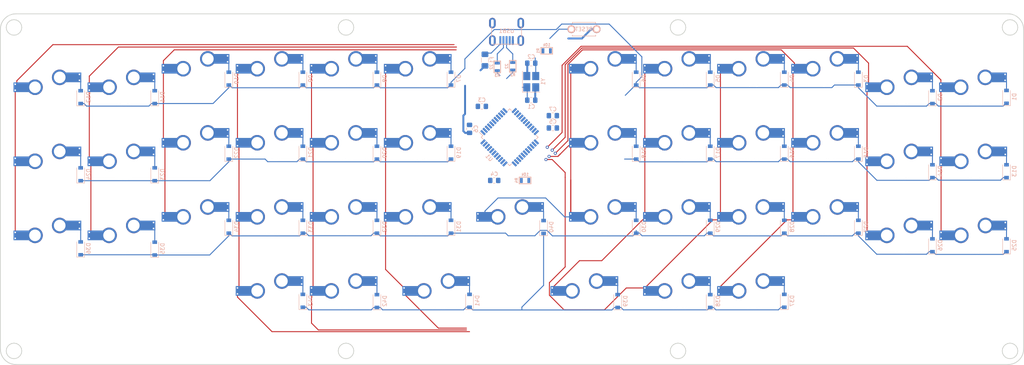
<source format=kicad_pcb>
(kicad_pcb (version 20171130) (host pcbnew "(5.1.2)-1")
  (layers (0 F.Cu signal) (31 B.Cu signal) (34 B.Paste user) (35 F.Paste user) (36 B.SilkS user) (37 F.SilkS user) (38 B.Mask user) (39 F.Mask user) (44 Edge.Cuts user))
  (net 0 "")
  (net 1 GND)
  (net 2 "Net-(C1-Pad1)")
  (net 3 "Net-(C2-Pad1)")
  (net 4 "Net-(C3-Pad1)")
  (net 5 +5V)
  (net 6 "Net-(D1-Pad2)")
  (net 7 row0)
  (net 8 "Net-(D2-Pad2)")
  (net 9 "Net-(D3-Pad2)")
  (net 10 "Net-(D4-Pad2)")
  (net 11 "Net-(D5-Pad2)")
  (net 12 "Net-(D6-Pad2)")
  (net 13 "Net-(D7-Pad2)")
  (net 14 "Net-(D8-Pad2)")
  (net 15 "Net-(D9-Pad2)")
  (net 16 "Net-(D10-Pad2)")
  (net 17 "Net-(D11-Pad2)")
  (net 18 "Net-(D12-Pad2)")
  (net 19 "Net-(D13-Pad2)")
  (net 20 row1)
  (net 21 "Net-(D14-Pad2)")
  (net 22 "Net-(D15-Pad2)")
  (net 23 "Net-(D16-Pad2)")
  (net 24 "Net-(D17-Pad2)")
  (net 25 "Net-(D18-Pad2)")
  (net 26 "Net-(D19-Pad2)")
  (net 27 "Net-(D20-Pad2)")
  (net 28 "Net-(D21-Pad2)")
  (net 29 "Net-(D22-Pad2)")
  (net 30 "Net-(D23-Pad2)")
  (net 31 "Net-(D24-Pad2)")
  (net 32 "Net-(D25-Pad2)")
  (net 33 row2)
  (net 34 "Net-(D26-Pad2)")
  (net 35 "Net-(D27-Pad2)")
  (net 36 "Net-(D28-Pad2)")
  (net 37 "Net-(D29-Pad2)")
  (net 38 "Net-(D30-Pad2)")
  (net 39 "Net-(D31-Pad2)")
  (net 40 "Net-(D32-Pad2)")
  (net 41 "Net-(D33-Pad2)")
  (net 42 "Net-(D34-Pad2)")
  (net 43 "Net-(D35-Pad2)")
  (net 44 "Net-(D36-Pad2)")
  (net 45 "Net-(D37-Pad2)")
  (net 46 row3)
  (net 47 "Net-(D38-Pad2)")
  (net 48 "Net-(D39-Pad2)")
  (net 49 "Net-(D40-Pad2)")
  (net 50 "Net-(D41-Pad2)")
  (net 51 "Net-(D42-Pad2)")
  (net 52 "Net-(D43-Pad2)")
  (net 53 VCC)
  (net 54 "Net-(R1-Pad1)")
  (net 55 "Net-(R2-Pad1)")
  (net 56 D+)
  (net 57 "Net-(R3-Pad1)")
  (net 58 D-)
  (net 59 "Net-(R4-Pad2)")
  (net 60 col0)
  (net 61 col1)
  (net 62 col2)
  (net 63 col3)
  (net 64 col4)
  (net 65 col5)
  (net 66 col6)
  (net 67 col7)
  (net 68 col8)
  (net 69 col9)
  (net 70 col10)
  (net 71 col11)
  (net 72 "Net-(U1-Pad42)")
  (net 73 "Net-(U1-Pad41)")
  (net 74 "Net-(U1-Pad12)")
  (net 75 "Net-(USB1-Pad6)")
  (net 76 "Net-(USB1-Pad2)")
  (net 77 "Net-(U1-Pad40)")
  (net 78 "Net-(U1-Pad39)")
  (net 79 "Net-(U1-Pad22)")
  (net 80 "Net-(U1-Pad21)")
  (net 81 "Net-(U1-Pad20)")
  (net 82 "Net-(U1-Pad38)")
  (net 83 "Net-(U1-Pad31)")
  (net 84 "Net-(U1-Pad37)")
  (net 85 "Net-(U1-Pad36)")
  (net 86 "Net-(U1-Pad32)")
  (net 87 "Net-(U1-Pad30)")
  (net 88 "Net-(U1-Pad19)")
  (net 89 "Net-(U1-Pad18)")
  (net 90 "Net-(U1-Pad11)")
  (net 91 "Net-(U1-Pad10)")
  (net 92 "Net-(U1-Pad9)")
  (net 93 "Net-(U1-Pad8)")
  (net 94 "Net-(U1-Pad1)")
  (module Crystal:Crystal_SMD_3225-4Pin_3.2x2.5mm_HandSoldering (layer B.Cu) (at 156.36875 61.11875 90)
    (fp_text reference Y1 (at 0 3.05 90) (layer B.SilkS) (effects (justify mirror)))
    (fp_text value 16MHz)
    (pad 4 smd rect (at -1.45 1.15 90) (size 2.1 1.8) (layers B.Cu B.Paste B.Mask) (net 1 GND))
    (pad 3 smd rect (at 1.45 1.15 90) (size 2.1 1.8) (layers B.Cu B.Paste B.Mask) (net 3 "Net-(C2-Pad1)"))
    (pad 2 smd rect (at 1.45 -1.15 90) (size 2.1 1.8) (layers B.Cu B.Paste B.Mask) (net 1 GND))
    (pad 1 smd rect (at -1.45 -1.15 90) (size 2.1 1.8) (layers B.Cu B.Paste B.Mask) (net 2 "Net-(C1-Pad1)"))
  )
  (module random-keyboard-parts:Molex-0548190589 (layer B.Cu) (at 150.01875 46.0375 270)
    (fp_text reference USB1 (at 2.032 0 180) (layer B.SilkS) (effects (justify mirror)))
    (fp_text value Molex-0548190589)
    (pad 6 thru_hole oval (at 0 3.65 270) (size 2.7 1.7) (drill oval 1.9 0.7) (layers *.Cu *.Mask) (net 75 "Net-(USB1-Pad6)"))
    (pad 6 thru_hole oval (at 0 -3.65 270) (size 2.7 1.7) (drill oval 1.9 0.7) (layers *.Cu *.Mask) (net 75 "Net-(USB1-Pad6)"))
    (pad 6 thru_hole oval (at 4.5 -3.65 270) (size 2.7 1.7) (drill oval 1.9 0.7) (layers *.Cu *.Mask) (net 75 "Net-(USB1-Pad6)"))
    (pad 6 thru_hole oval (at 4.5 3.65 270) (size 2.7 1.7) (drill oval 1.9 0.7) (layers *.Cu *.Mask) (net 75 "Net-(USB1-Pad6)"))
    (pad 5 smd rect (at 4.5 1.6 270) (size 2.25 0.5) (layers B.Cu B.Paste B.Mask) (net 53 VCC))
    (pad 4 smd rect (at 4.5 0.8 270) (size 2.25 0.5) (layers B.Cu B.Paste B.Mask) (net 58 D-))
    (pad 3 smd rect (at 4.5 0 270) (size 2.25 0.5) (layers B.Cu B.Paste B.Mask) (net 56 D+))
    (pad 2 smd rect (at 4.5 -0.8 270) (size 2.25 0.5) (layers B.Cu B.Paste B.Mask) (net 76 "Net-(USB1-Pad2)"))
    (pad 1 smd rect (at 4.5 -1.6 270) (size 2.25 0.5) (layers B.Cu B.Paste B.Mask) (net 1 GND))
  )
  (module Package_QFP:TQFP-44_10x10mm_P0.8mm (layer B.Cu) (at 150.8125 75.40625 315)
    (fp_text reference U1 (at 0 7.45 135) (layer B.SilkS) (effects (justify mirror)))
    (fp_text value ATmega32U4-AU)
    (pad 44 smd rect (at -4 5.7 225) (size 1.5 0.55) (layers B.Cu B.Paste B.Mask) (net 5 +5V))
    (pad 43 smd rect (at -3.2 5.7 225) (size 1.5 0.55) (layers B.Cu B.Paste B.Mask) (net 1 GND))
    (pad 42 smd rect (at -2.4 5.7 225) (size 1.5 0.55) (layers B.Cu B.Paste B.Mask) (net 72 "Net-(U1-Pad42)"))
    (pad 41 smd rect (at -1.6 5.7 225) (size 1.5 0.55) (layers B.Cu B.Paste B.Mask) (net 73 "Net-(U1-Pad41)"))
    (pad 40 smd rect (at -0.8 5.7 225) (size 1.5 0.55) (layers B.Cu B.Paste B.Mask) (net 77 "Net-(U1-Pad40)"))
    (pad 39 smd rect (at 0 5.7 225) (size 1.5 0.55) (layers B.Cu B.Paste B.Mask) (net 78 "Net-(U1-Pad39)"))
    (pad 38 smd rect (at 0.8 5.7 225) (size 1.5 0.55) (layers B.Cu B.Paste B.Mask) (net 82 "Net-(U1-Pad38)"))
    (pad 37 smd rect (at 1.6 5.7 225) (size 1.5 0.55) (layers B.Cu B.Paste B.Mask) (net 84 "Net-(U1-Pad37)"))
    (pad 36 smd rect (at 2.4 5.7 225) (size 1.5 0.55) (layers B.Cu B.Paste B.Mask) (net 85 "Net-(U1-Pad36)"))
    (pad 35 smd rect (at 3.2 5.7 225) (size 1.5 0.55) (layers B.Cu B.Paste B.Mask) (net 1 GND))
    (pad 34 smd rect (at 4 5.7 225) (size 1.5 0.55) (layers B.Cu B.Paste B.Mask) (net 5 +5V))
    (pad 33 smd rect (at 5.7 4 315) (size 1.5 0.55) (layers B.Cu B.Paste B.Mask) (net 59 "Net-(R4-Pad2)"))
    (pad 32 smd rect (at 5.7 3.2 315) (size 1.5 0.55) (layers B.Cu B.Paste B.Mask) (net 86 "Net-(U1-Pad32)"))
    (pad 31 smd rect (at 5.7 2.4 315) (size 1.5 0.55) (layers B.Cu B.Paste B.Mask) (net 83 "Net-(U1-Pad31)"))
    (pad 30 smd rect (at 5.7 1.6 315) (size 1.5 0.55) (layers B.Cu B.Paste B.Mask) (net 87 "Net-(U1-Pad30)"))
    (pad 29 smd rect (at 5.7 0.8 315) (size 1.5 0.55) (layers B.Cu B.Paste B.Mask) (net 63 col3))
    (pad 28 smd rect (at 5.7 0 315) (size 1.5 0.55) (layers B.Cu B.Paste B.Mask) (net 65 col5))
    (pad 27 smd rect (at 5.7 -0.8 315) (size 1.5 0.55) (layers B.Cu B.Paste B.Mask) (net 62 col2))
    (pad 26 smd rect (at 5.7 -1.6 315) (size 1.5 0.55) (layers B.Cu B.Paste B.Mask) (net 61 col1))
    (pad 25 smd rect (at 5.7 -2.4 315) (size 1.5 0.55) (layers B.Cu B.Paste B.Mask) (net 60 col0))
    (pad 24 smd rect (at 5.7 -3.2 315) (size 1.5 0.55) (layers B.Cu B.Paste B.Mask) (net 5 +5V))
    (pad 23 smd rect (at 5.7 -4 315) (size 1.5 0.55) (layers B.Cu B.Paste B.Mask) (net 1 GND))
    (pad 22 smd rect (at 4 -5.7 225) (size 1.5 0.55) (layers B.Cu B.Paste B.Mask) (net 79 "Net-(U1-Pad22)"))
    (pad 21 smd rect (at 3.2 -5.7 225) (size 1.5 0.55) (layers B.Cu B.Paste B.Mask) (net 80 "Net-(U1-Pad21)"))
    (pad 20 smd rect (at 2.4 -5.7 225) (size 1.5 0.55) (layers B.Cu B.Paste B.Mask) (net 81 "Net-(U1-Pad20)"))
    (pad 19 smd rect (at 1.6 -5.7 225) (size 1.5 0.55) (layers B.Cu B.Paste B.Mask) (net 88 "Net-(U1-Pad19)"))
    (pad 18 smd rect (at 0.8 -5.7 225) (size 1.5 0.55) (layers B.Cu B.Paste B.Mask) (net 89 "Net-(U1-Pad18)"))
    (pad 17 smd rect (at 0 -5.7 225) (size 1.5 0.55) (layers B.Cu B.Paste B.Mask) (net 2 "Net-(C1-Pad1)"))
    (pad 16 smd rect (at -0.8 -5.7 225) (size 1.5 0.55) (layers B.Cu B.Paste B.Mask) (net 3 "Net-(C2-Pad1)"))
    (pad 15 smd rect (at -1.6 -5.7 225) (size 1.5 0.55) (layers B.Cu B.Paste B.Mask) (net 1 GND))
    (pad 14 smd rect (at -2.4 -5.7 225) (size 1.5 0.55) (layers B.Cu B.Paste B.Mask) (net 5 +5V))
    (pad 13 smd rect (at -3.2 -5.7 225) (size 1.5 0.55) (layers B.Cu B.Paste B.Mask) (net 54 "Net-(R1-Pad1)"))
    (pad 12 smd rect (at -4 -5.7 225) (size 1.5 0.55) (layers B.Cu B.Paste B.Mask) (net 74 "Net-(U1-Pad12)"))
    (pad 11 smd rect (at -5.7 -4 315) (size 1.5 0.55) (layers B.Cu B.Paste B.Mask) (net 90 "Net-(U1-Pad11)"))
    (pad 10 smd rect (at -5.7 -3.2 315) (size 1.5 0.55) (layers B.Cu B.Paste B.Mask) (net 91 "Net-(U1-Pad10)"))
    (pad 9 smd rect (at -5.7 -2.4 315) (size 1.5 0.55) (layers B.Cu B.Paste B.Mask) (net 92 "Net-(U1-Pad9)"))
    (pad 8 smd rect (at -5.7 -1.6 315) (size 1.5 0.55) (layers B.Cu B.Paste B.Mask) (net 93 "Net-(U1-Pad8)"))
    (pad 7 smd rect (at -5.7 -0.8 315) (size 1.5 0.55) (layers B.Cu B.Paste B.Mask) (net 5 +5V))
    (pad 6 smd rect (at -5.7 0 315) (size 1.5 0.55) (layers B.Cu B.Paste B.Mask) (net 4 "Net-(C3-Pad1)"))
    (pad 5 smd rect (at -5.7 0.8 315) (size 1.5 0.55) (layers B.Cu B.Paste B.Mask) (net 1 GND))
    (pad 4 smd rect (at -5.7 1.6 315) (size 1.5 0.55) (layers B.Cu B.Paste B.Mask) (net 55 "Net-(R2-Pad1)"))
    (pad 3 smd rect (at -5.7 2.4 315) (size 1.5 0.55) (layers B.Cu B.Paste B.Mask) (net 57 "Net-(R3-Pad1)"))
    (pad 2 smd rect (at -5.7 3.2 315) (size 1.5 0.55) (layers B.Cu B.Paste B.Mask) (net 5 +5V))
    (pad 1 smd rect (at -5.7 4 315) (size 1.5 0.55) (layers B.Cu B.Paste B.Mask) (net 94 "Net-(U1-Pad1)"))
  )
  (module kbd:CherryMX-Hotswap-v2 (layer F.Cu) (at 89.69375 117.475)
    (fp_text reference SW44)
    (fp_text value SW_PUSH)
    (pad 2 smd rect (at 5.842 -5.08) (size 4.5 2.5) (layers B.Cu) (net 52 "Net-(D43-Pad2)"))
    (pad 1 smd rect (at -7.085 -2.54) (size 4.5 2.5) (layers B.Cu) (net 68 col8))
    (pad 2 thru_hole circle (at 7.62 -4.318) (size 0.8 0.8) (drill 0.4) (layers *.Cu) (net 52 "Net-(D43-Pad2)"))
    (pad 1 thru_hole circle (at -8.89 -1.778) (size 0.8 0.8) (drill 0.4) (layers *.Cu) (net 68 col8))
    (pad 2 thru_hole circle (at 7.62 -5.842) (size 0.8 0.8) (drill 0.4) (layers *.Cu) (net 52 "Net-(D43-Pad2)"))
    (pad 1 thru_hole circle (at -8.89 -3.302) (size 0.8 0.8) (drill 0.4) (layers *.Cu) (net 68 col8))
    (pad "" np_thru_hole circle (at 5.08 0 48.0996) (size 1.75 1.75) (drill 1.75) (layers *.Cu *.Mask))
    (pad "" np_thru_hole circle (at -5.08 0 48.0996) (size 1.75 1.75) (drill 1.75) (layers *.Cu *.Mask))
    (pad 1 thru_hole circle (at -3.81 -2.54) (size 4 4) (drill 3) (layers *.Cu) (net 68 col8))
    (pad "" np_thru_hole circle (at 0 0) (size 3.9878 3.9878) (drill 3.9878) (layers *.Cu *.Mask))
    (pad 2 thru_hole circle (at 2.54 -5.08) (size 4 4) (drill 3) (layers *.Cu) (net 52 "Net-(D43-Pad2)"))
  )
  (module kbd:CherryMX-Hotswap-v2 (layer F.Cu) (at 108.74375 117.475)
    (fp_text reference SW43)
    (fp_text value SW_PUSH)
    (pad 2 smd rect (at 5.842 -5.08) (size 4.5 2.5) (layers B.Cu) (net 51 "Net-(D42-Pad2)"))
    (pad 1 smd rect (at -7.085 -2.54) (size 4.5 2.5) (layers B.Cu) (net 67 col7))
    (pad 2 thru_hole circle (at 7.62 -4.318) (size 0.8 0.8) (drill 0.4) (layers *.Cu) (net 51 "Net-(D42-Pad2)"))
    (pad 1 thru_hole circle (at -8.89 -1.778) (size 0.8 0.8) (drill 0.4) (layers *.Cu) (net 67 col7))
    (pad 2 thru_hole circle (at 7.62 -5.842) (size 0.8 0.8) (drill 0.4) (layers *.Cu) (net 51 "Net-(D42-Pad2)"))
    (pad 1 thru_hole circle (at -8.89 -3.302) (size 0.8 0.8) (drill 0.4) (layers *.Cu) (net 67 col7))
    (pad "" np_thru_hole circle (at 5.08 0 48.0996) (size 1.75 1.75) (drill 1.75) (layers *.Cu *.Mask))
    (pad "" np_thru_hole circle (at -5.08 0 48.0996) (size 1.75 1.75) (drill 1.75) (layers *.Cu *.Mask))
    (pad 1 thru_hole circle (at -3.81 -2.54) (size 4 4) (drill 3) (layers *.Cu) (net 67 col7))
    (pad "" np_thru_hole circle (at 0 0) (size 3.9878 3.9878) (drill 3.9878) (layers *.Cu *.Mask))
    (pad 2 thru_hole circle (at 2.54 -5.08) (size 4 4) (drill 3) (layers *.Cu) (net 51 "Net-(D42-Pad2)"))
  )
  (module kbd:CherryMX-Hotswap-v2 (layer F.Cu) (at 132.55625 117.475)
    (fp_text reference SW42)
    (fp_text value SW_PUSH)
    (pad 2 smd rect (at 5.842 -5.08) (size 4.5 2.5) (layers B.Cu) (net 50 "Net-(D41-Pad2)"))
    (pad 1 smd rect (at -7.085 -2.54) (size 4.5 2.5) (layers B.Cu) (net 66 col6))
    (pad 2 thru_hole circle (at 7.62 -4.318) (size 0.8 0.8) (drill 0.4) (layers *.Cu) (net 50 "Net-(D41-Pad2)"))
    (pad 1 thru_hole circle (at -8.89 -1.778) (size 0.8 0.8) (drill 0.4) (layers *.Cu) (net 66 col6))
    (pad 2 thru_hole circle (at 7.62 -5.842) (size 0.8 0.8) (drill 0.4) (layers *.Cu) (net 50 "Net-(D41-Pad2)"))
    (pad 1 thru_hole circle (at -8.89 -3.302) (size 0.8 0.8) (drill 0.4) (layers *.Cu) (net 66 col6))
    (pad "" np_thru_hole circle (at 5.08 0 48.0996) (size 1.75 1.75) (drill 1.75) (layers *.Cu *.Mask))
    (pad "" np_thru_hole circle (at -5.08 0 48.0996) (size 1.75 1.75) (drill 1.75) (layers *.Cu *.Mask))
    (pad 1 thru_hole circle (at -3.81 -2.54) (size 4 4) (drill 3) (layers *.Cu) (net 66 col6))
    (pad "" np_thru_hole circle (at 0 0) (size 3.9878 3.9878) (drill 3.9878) (layers *.Cu *.Mask))
    (pad 2 thru_hole circle (at 2.54 -5.08) (size 4 4) (drill 3) (layers *.Cu) (net 50 "Net-(D41-Pad2)"))
  )
  (module kbd:CherryMX-Hotswap-v2 (layer F.Cu) (at 151.5475 98.425)
    (fp_text reference SW41)
    (fp_text value SW_PUSH)
    (pad 2 smd rect (at 5.842 -5.08) (size 4.5 2.5) (layers B.Cu) (net 49 "Net-(D40-Pad2)"))
    (pad 1 smd rect (at -7.085 -2.54) (size 4.5 2.5) (layers B.Cu) (net 65 col5))
    (pad 2 thru_hole circle (at 7.62 -4.318) (size 0.8 0.8) (drill 0.4) (layers *.Cu) (net 49 "Net-(D40-Pad2)"))
    (pad 1 thru_hole circle (at -8.89 -1.778) (size 0.8 0.8) (drill 0.4) (layers *.Cu) (net 65 col5))
    (pad 2 thru_hole circle (at 7.62 -5.842) (size 0.8 0.8) (drill 0.4) (layers *.Cu) (net 49 "Net-(D40-Pad2)"))
    (pad 1 thru_hole circle (at -8.89 -3.302) (size 0.8 0.8) (drill 0.4) (layers *.Cu) (net 65 col5))
    (pad "" np_thru_hole circle (at 5.08 0 48.0996) (size 1.75 1.75) (drill 1.75) (layers *.Cu *.Mask))
    (pad "" np_thru_hole circle (at -5.08 0 48.0996) (size 1.75 1.75) (drill 1.75) (layers *.Cu *.Mask))
    (pad 1 thru_hole circle (at -3.81 -2.54) (size 4 4) (drill 3) (layers *.Cu) (net 65 col5))
    (pad "" np_thru_hole circle (at 0 0) (size 3.9878 3.9878) (drill 3.9878) (layers *.Cu *.Mask))
    (pad 2 thru_hole circle (at 2.54 -5.08) (size 4 4) (drill 3) (layers *.Cu) (net 49 "Net-(D40-Pad2)"))
  )
  (module kbd:CherryMX-Hotswap-v2 (layer F.Cu) (at 170.65625 117.475)
    (fp_text reference SW40)
    (fp_text value SW_PUSH)
    (pad 2 smd rect (at 5.842 -5.08) (size 4.5 2.5) (layers B.Cu) (net 48 "Net-(D39-Pad2)"))
    (pad 1 smd rect (at -7.085 -2.54) (size 4.5 2.5) (layers B.Cu) (net 64 col4))
    (pad 2 thru_hole circle (at 7.62 -4.318) (size 0.8 0.8) (drill 0.4) (layers *.Cu) (net 48 "Net-(D39-Pad2)"))
    (pad 1 thru_hole circle (at -8.89 -1.778) (size 0.8 0.8) (drill 0.4) (layers *.Cu) (net 64 col4))
    (pad 2 thru_hole circle (at 7.62 -5.842) (size 0.8 0.8) (drill 0.4) (layers *.Cu) (net 48 "Net-(D39-Pad2)"))
    (pad 1 thru_hole circle (at -8.89 -3.302) (size 0.8 0.8) (drill 0.4) (layers *.Cu) (net 64 col4))
    (pad "" np_thru_hole circle (at 5.08 0 48.0996) (size 1.75 1.75) (drill 1.75) (layers *.Cu *.Mask))
    (pad "" np_thru_hole circle (at -5.08 0 48.0996) (size 1.75 1.75) (drill 1.75) (layers *.Cu *.Mask))
    (pad 1 thru_hole circle (at -3.81 -2.54) (size 4 4) (drill 3) (layers *.Cu) (net 64 col4))
    (pad "" np_thru_hole circle (at 0 0) (size 3.9878 3.9878) (drill 3.9878) (layers *.Cu *.Mask))
    (pad 2 thru_hole circle (at 2.54 -5.08) (size 4 4) (drill 3) (layers *.Cu) (net 48 "Net-(D39-Pad2)"))
  )
  (module kbd:CherryMX-Hotswap-v2 (layer F.Cu) (at 194.46875 117.475)
    (fp_text reference SW39)
    (fp_text value SW_PUSH)
    (pad 2 smd rect (at 5.842 -5.08) (size 4.5 2.5) (layers B.Cu) (net 47 "Net-(D38-Pad2)"))
    (pad 1 smd rect (at -7.085 -2.54) (size 4.5 2.5) (layers B.Cu) (net 63 col3))
    (pad 2 thru_hole circle (at 7.62 -4.318) (size 0.8 0.8) (drill 0.4) (layers *.Cu) (net 47 "Net-(D38-Pad2)"))
    (pad 1 thru_hole circle (at -8.89 -1.778) (size 0.8 0.8) (drill 0.4) (layers *.Cu) (net 63 col3))
    (pad 2 thru_hole circle (at 7.62 -5.842) (size 0.8 0.8) (drill 0.4) (layers *.Cu) (net 47 "Net-(D38-Pad2)"))
    (pad 1 thru_hole circle (at -8.89 -3.302) (size 0.8 0.8) (drill 0.4) (layers *.Cu) (net 63 col3))
    (pad "" np_thru_hole circle (at 5.08 0 48.0996) (size 1.75 1.75) (drill 1.75) (layers *.Cu *.Mask))
    (pad "" np_thru_hole circle (at -5.08 0 48.0996) (size 1.75 1.75) (drill 1.75) (layers *.Cu *.Mask))
    (pad 1 thru_hole circle (at -3.81 -2.54) (size 4 4) (drill 3) (layers *.Cu) (net 63 col3))
    (pad "" np_thru_hole circle (at 0 0) (size 3.9878 3.9878) (drill 3.9878) (layers *.Cu *.Mask))
    (pad 2 thru_hole circle (at 2.54 -5.08) (size 4 4) (drill 3) (layers *.Cu) (net 47 "Net-(D38-Pad2)"))
  )
  (module kbd:CherryMX-Hotswap-v2 (layer F.Cu) (at 213.51875 117.475)
    (fp_text reference SW38)
    (fp_text value SW_PUSH)
    (pad 2 smd rect (at 5.842 -5.08) (size 4.5 2.5) (layers B.Cu) (net 45 "Net-(D37-Pad2)"))
    (pad 1 smd rect (at -7.085 -2.54) (size 4.5 2.5) (layers B.Cu) (net 62 col2))
    (pad 2 thru_hole circle (at 7.62 -4.318) (size 0.8 0.8) (drill 0.4) (layers *.Cu) (net 45 "Net-(D37-Pad2)"))
    (pad 1 thru_hole circle (at -8.89 -1.778) (size 0.8 0.8) (drill 0.4) (layers *.Cu) (net 62 col2))
    (pad 2 thru_hole circle (at 7.62 -5.842) (size 0.8 0.8) (drill 0.4) (layers *.Cu) (net 45 "Net-(D37-Pad2)"))
    (pad 1 thru_hole circle (at -8.89 -3.302) (size 0.8 0.8) (drill 0.4) (layers *.Cu) (net 62 col2))
    (pad "" np_thru_hole circle (at 5.08 0 48.0996) (size 1.75 1.75) (drill 1.75) (layers *.Cu *.Mask))
    (pad "" np_thru_hole circle (at -5.08 0 48.0996) (size 1.75 1.75) (drill 1.75) (layers *.Cu *.Mask))
    (pad 1 thru_hole circle (at -3.81 -2.54) (size 4 4) (drill 3) (layers *.Cu) (net 62 col2))
    (pad "" np_thru_hole circle (at 0 0) (size 3.9878 3.9878) (drill 3.9878) (layers *.Cu *.Mask))
    (pad 2 thru_hole circle (at 2.54 -5.08) (size 4 4) (drill 3) (layers *.Cu) (net 45 "Net-(D37-Pad2)"))
  )
  (module kbd:CherryMX-Hotswap-v2 (layer F.Cu) (at 32.54375 103.1875)
    (fp_text reference SW37)
    (fp_text value SW_PUSH)
    (pad 2 smd rect (at 5.842 -5.08) (size 4.5 2.5) (layers B.Cu) (net 44 "Net-(D36-Pad2)"))
    (pad 1 smd rect (at -7.085 -2.54) (size 4.5 2.5) (layers B.Cu) (net 71 col11))
    (pad 2 thru_hole circle (at 7.62 -4.318) (size 0.8 0.8) (drill 0.4) (layers *.Cu) (net 44 "Net-(D36-Pad2)"))
    (pad 1 thru_hole circle (at -8.89 -1.778) (size 0.8 0.8) (drill 0.4) (layers *.Cu) (net 71 col11))
    (pad 2 thru_hole circle (at 7.62 -5.842) (size 0.8 0.8) (drill 0.4) (layers *.Cu) (net 44 "Net-(D36-Pad2)"))
    (pad 1 thru_hole circle (at -8.89 -3.302) (size 0.8 0.8) (drill 0.4) (layers *.Cu) (net 71 col11))
    (pad "" np_thru_hole circle (at 5.08 0 48.0996) (size 1.75 1.75) (drill 1.75) (layers *.Cu *.Mask))
    (pad "" np_thru_hole circle (at -5.08 0 48.0996) (size 1.75 1.75) (drill 1.75) (layers *.Cu *.Mask))
    (pad 1 thru_hole circle (at -3.81 -2.54) (size 4 4) (drill 3) (layers *.Cu) (net 71 col11))
    (pad "" np_thru_hole circle (at 0 0) (size 3.9878 3.9878) (drill 3.9878) (layers *.Cu *.Mask))
    (pad 2 thru_hole circle (at 2.54 -5.08) (size 4 4) (drill 3) (layers *.Cu) (net 44 "Net-(D36-Pad2)"))
  )
  (module kbd:CherryMX-Hotswap-v2 (layer F.Cu) (at 51.59375 103.1875)
    (fp_text reference SW36)
    (fp_text value SW_PUSH)
    (pad 2 smd rect (at 5.842 -5.08) (size 4.5 2.5) (layers B.Cu) (net 43 "Net-(D35-Pad2)"))
    (pad 1 smd rect (at -7.085 -2.54) (size 4.5 2.5) (layers B.Cu) (net 70 col10))
    (pad 2 thru_hole circle (at 7.62 -4.318) (size 0.8 0.8) (drill 0.4) (layers *.Cu) (net 43 "Net-(D35-Pad2)"))
    (pad 1 thru_hole circle (at -8.89 -1.778) (size 0.8 0.8) (drill 0.4) (layers *.Cu) (net 70 col10))
    (pad 2 thru_hole circle (at 7.62 -5.842) (size 0.8 0.8) (drill 0.4) (layers *.Cu) (net 43 "Net-(D35-Pad2)"))
    (pad 1 thru_hole circle (at -8.89 -3.302) (size 0.8 0.8) (drill 0.4) (layers *.Cu) (net 70 col10))
    (pad "" np_thru_hole circle (at 5.08 0 48.0996) (size 1.75 1.75) (drill 1.75) (layers *.Cu *.Mask))
    (pad "" np_thru_hole circle (at -5.08 0 48.0996) (size 1.75 1.75) (drill 1.75) (layers *.Cu *.Mask))
    (pad 1 thru_hole circle (at -3.81 -2.54) (size 4 4) (drill 3) (layers *.Cu) (net 70 col10))
    (pad "" np_thru_hole circle (at 0 0) (size 3.9878 3.9878) (drill 3.9878) (layers *.Cu *.Mask))
    (pad 2 thru_hole circle (at 2.54 -5.08) (size 4 4) (drill 3) (layers *.Cu) (net 43 "Net-(D35-Pad2)"))
  )
  (module kbd:CherryMX-Hotswap-v2 (layer F.Cu) (at 70.64375 98.425)
    (fp_text reference SW35)
    (fp_text value SW_PUSH)
    (pad 2 smd rect (at 5.842 -5.08) (size 4.5 2.5) (layers B.Cu) (net 42 "Net-(D34-Pad2)"))
    (pad 1 smd rect (at -7.085 -2.54) (size 4.5 2.5) (layers B.Cu) (net 69 col9))
    (pad 2 thru_hole circle (at 7.62 -4.318) (size 0.8 0.8) (drill 0.4) (layers *.Cu) (net 42 "Net-(D34-Pad2)"))
    (pad 1 thru_hole circle (at -8.89 -1.778) (size 0.8 0.8) (drill 0.4) (layers *.Cu) (net 69 col9))
    (pad 2 thru_hole circle (at 7.62 -5.842) (size 0.8 0.8) (drill 0.4) (layers *.Cu) (net 42 "Net-(D34-Pad2)"))
    (pad 1 thru_hole circle (at -8.89 -3.302) (size 0.8 0.8) (drill 0.4) (layers *.Cu) (net 69 col9))
    (pad "" np_thru_hole circle (at 5.08 0 48.0996) (size 1.75 1.75) (drill 1.75) (layers *.Cu *.Mask))
    (pad "" np_thru_hole circle (at -5.08 0 48.0996) (size 1.75 1.75) (drill 1.75) (layers *.Cu *.Mask))
    (pad 1 thru_hole circle (at -3.81 -2.54) (size 4 4) (drill 3) (layers *.Cu) (net 69 col9))
    (pad "" np_thru_hole circle (at 0 0) (size 3.9878 3.9878) (drill 3.9878) (layers *.Cu *.Mask))
    (pad 2 thru_hole circle (at 2.54 -5.08) (size 4 4) (drill 3) (layers *.Cu) (net 42 "Net-(D34-Pad2)"))
  )
  (module kbd:CherryMX-Hotswap-v2 (layer F.Cu) (at 89.69375 98.425)
    (fp_text reference SW34)
    (fp_text value SW_PUSH)
    (pad 2 smd rect (at 5.842 -5.08) (size 4.5 2.5) (layers B.Cu) (net 41 "Net-(D33-Pad2)"))
    (pad 1 smd rect (at -7.085 -2.54) (size 4.5 2.5) (layers B.Cu) (net 68 col8))
    (pad 2 thru_hole circle (at 7.62 -4.318) (size 0.8 0.8) (drill 0.4) (layers *.Cu) (net 41 "Net-(D33-Pad2)"))
    (pad 1 thru_hole circle (at -8.89 -1.778) (size 0.8 0.8) (drill 0.4) (layers *.Cu) (net 68 col8))
    (pad 2 thru_hole circle (at 7.62 -5.842) (size 0.8 0.8) (drill 0.4) (layers *.Cu) (net 41 "Net-(D33-Pad2)"))
    (pad 1 thru_hole circle (at -8.89 -3.302) (size 0.8 0.8) (drill 0.4) (layers *.Cu) (net 68 col8))
    (pad "" np_thru_hole circle (at 5.08 0 48.0996) (size 1.75 1.75) (drill 1.75) (layers *.Cu *.Mask))
    (pad "" np_thru_hole circle (at -5.08 0 48.0996) (size 1.75 1.75) (drill 1.75) (layers *.Cu *.Mask))
    (pad 1 thru_hole circle (at -3.81 -2.54) (size 4 4) (drill 3) (layers *.Cu) (net 68 col8))
    (pad "" np_thru_hole circle (at 0 0) (size 3.9878 3.9878) (drill 3.9878) (layers *.Cu *.Mask))
    (pad 2 thru_hole circle (at 2.54 -5.08) (size 4 4) (drill 3) (layers *.Cu) (net 41 "Net-(D33-Pad2)"))
  )
  (module kbd:CherryMX-Hotswap-v2 (layer F.Cu) (at 108.74375 98.425)
    (fp_text reference SW33)
    (fp_text value SW_PUSH)
    (pad 2 smd rect (at 5.842 -5.08) (size 4.5 2.5) (layers B.Cu) (net 40 "Net-(D32-Pad2)"))
    (pad 1 smd rect (at -7.085 -2.54) (size 4.5 2.5) (layers B.Cu) (net 67 col7))
    (pad 2 thru_hole circle (at 7.62 -4.318) (size 0.8 0.8) (drill 0.4) (layers *.Cu) (net 40 "Net-(D32-Pad2)"))
    (pad 1 thru_hole circle (at -8.89 -1.778) (size 0.8 0.8) (drill 0.4) (layers *.Cu) (net 67 col7))
    (pad 2 thru_hole circle (at 7.62 -5.842) (size 0.8 0.8) (drill 0.4) (layers *.Cu) (net 40 "Net-(D32-Pad2)"))
    (pad 1 thru_hole circle (at -8.89 -3.302) (size 0.8 0.8) (drill 0.4) (layers *.Cu) (net 67 col7))
    (pad "" np_thru_hole circle (at 5.08 0 48.0996) (size 1.75 1.75) (drill 1.75) (layers *.Cu *.Mask))
    (pad "" np_thru_hole circle (at -5.08 0 48.0996) (size 1.75 1.75) (drill 1.75) (layers *.Cu *.Mask))
    (pad 1 thru_hole circle (at -3.81 -2.54) (size 4 4) (drill 3) (layers *.Cu) (net 67 col7))
    (pad "" np_thru_hole circle (at 0 0) (size 3.9878 3.9878) (drill 3.9878) (layers *.Cu *.Mask))
    (pad 2 thru_hole circle (at 2.54 -5.08) (size 4 4) (drill 3) (layers *.Cu) (net 40 "Net-(D32-Pad2)"))
  )
  (module kbd:CherryMX-Hotswap-v2 (layer F.Cu) (at 127.79375 98.425)
    (fp_text reference SW32)
    (fp_text value SW_PUSH)
    (pad 2 smd rect (at 5.842 -5.08) (size 4.5 2.5) (layers B.Cu) (net 39 "Net-(D31-Pad2)"))
    (pad 1 smd rect (at -7.085 -2.54) (size 4.5 2.5) (layers B.Cu) (net 66 col6))
    (pad 2 thru_hole circle (at 7.62 -4.318) (size 0.8 0.8) (drill 0.4) (layers *.Cu) (net 39 "Net-(D31-Pad2)"))
    (pad 1 thru_hole circle (at -8.89 -1.778) (size 0.8 0.8) (drill 0.4) (layers *.Cu) (net 66 col6))
    (pad 2 thru_hole circle (at 7.62 -5.842) (size 0.8 0.8) (drill 0.4) (layers *.Cu) (net 39 "Net-(D31-Pad2)"))
    (pad 1 thru_hole circle (at -8.89 -3.302) (size 0.8 0.8) (drill 0.4) (layers *.Cu) (net 66 col6))
    (pad "" np_thru_hole circle (at 5.08 0 48.0996) (size 1.75 1.75) (drill 1.75) (layers *.Cu *.Mask))
    (pad "" np_thru_hole circle (at -5.08 0 48.0996) (size 1.75 1.75) (drill 1.75) (layers *.Cu *.Mask))
    (pad 1 thru_hole circle (at -3.81 -2.54) (size 4 4) (drill 3) (layers *.Cu) (net 66 col6))
    (pad "" np_thru_hole circle (at 0 0) (size 3.9878 3.9878) (drill 3.9878) (layers *.Cu *.Mask))
    (pad 2 thru_hole circle (at 2.54 -5.08) (size 4 4) (drill 3) (layers *.Cu) (net 39 "Net-(D31-Pad2)"))
  )
  (module kbd:CherryMX-Hotswap-v2 (layer F.Cu) (at 175.41875 98.425)
    (fp_text reference SW31)
    (fp_text value SW_PUSH)
    (pad 2 smd rect (at 5.842 -5.08) (size 4.5 2.5) (layers B.Cu) (net 38 "Net-(D30-Pad2)"))
    (pad 1 smd rect (at -7.085 -2.54) (size 4.5 2.5) (layers B.Cu) (net 65 col5))
    (pad 2 thru_hole circle (at 7.62 -4.318) (size 0.8 0.8) (drill 0.4) (layers *.Cu) (net 38 "Net-(D30-Pad2)"))
    (pad 1 thru_hole circle (at -8.89 -1.778) (size 0.8 0.8) (drill 0.4) (layers *.Cu) (net 65 col5))
    (pad 2 thru_hole circle (at 7.62 -5.842) (size 0.8 0.8) (drill 0.4) (layers *.Cu) (net 38 "Net-(D30-Pad2)"))
    (pad 1 thru_hole circle (at -8.89 -3.302) (size 0.8 0.8) (drill 0.4) (layers *.Cu) (net 65 col5))
    (pad "" np_thru_hole circle (at 5.08 0 48.0996) (size 1.75 1.75) (drill 1.75) (layers *.Cu *.Mask))
    (pad "" np_thru_hole circle (at -5.08 0 48.0996) (size 1.75 1.75) (drill 1.75) (layers *.Cu *.Mask))
    (pad 1 thru_hole circle (at -3.81 -2.54) (size 4 4) (drill 3) (layers *.Cu) (net 65 col5))
    (pad "" np_thru_hole circle (at 0 0) (size 3.9878 3.9878) (drill 3.9878) (layers *.Cu *.Mask))
    (pad 2 thru_hole circle (at 2.54 -5.08) (size 4 4) (drill 3) (layers *.Cu) (net 38 "Net-(D30-Pad2)"))
  )
  (module kbd:CherryMX-Hotswap-v2 (layer F.Cu) (at 194.46875 98.425)
    (fp_text reference SW30)
    (fp_text value SW_PUSH)
    (pad 2 smd rect (at 5.842 -5.08) (size 4.5 2.5) (layers B.Cu) (net 37 "Net-(D29-Pad2)"))
    (pad 1 smd rect (at -7.085 -2.54) (size 4.5 2.5) (layers B.Cu) (net 64 col4))
    (pad 2 thru_hole circle (at 7.62 -4.318) (size 0.8 0.8) (drill 0.4) (layers *.Cu) (net 37 "Net-(D29-Pad2)"))
    (pad 1 thru_hole circle (at -8.89 -1.778) (size 0.8 0.8) (drill 0.4) (layers *.Cu) (net 64 col4))
    (pad 2 thru_hole circle (at 7.62 -5.842) (size 0.8 0.8) (drill 0.4) (layers *.Cu) (net 37 "Net-(D29-Pad2)"))
    (pad 1 thru_hole circle (at -8.89 -3.302) (size 0.8 0.8) (drill 0.4) (layers *.Cu) (net 64 col4))
    (pad "" np_thru_hole circle (at 5.08 0 48.0996) (size 1.75 1.75) (drill 1.75) (layers *.Cu *.Mask))
    (pad "" np_thru_hole circle (at -5.08 0 48.0996) (size 1.75 1.75) (drill 1.75) (layers *.Cu *.Mask))
    (pad 1 thru_hole circle (at -3.81 -2.54) (size 4 4) (drill 3) (layers *.Cu) (net 64 col4))
    (pad "" np_thru_hole circle (at 0 0) (size 3.9878 3.9878) (drill 3.9878) (layers *.Cu *.Mask))
    (pad 2 thru_hole circle (at 2.54 -5.08) (size 4 4) (drill 3) (layers *.Cu) (net 37 "Net-(D29-Pad2)"))
  )
  (module kbd:CherryMX-Hotswap-v2 (layer F.Cu) (at 213.51875 98.425)
    (fp_text reference SW29)
    (fp_text value SW_PUSH)
    (pad 2 smd rect (at 5.842 -5.08) (size 4.5 2.5) (layers B.Cu) (net 36 "Net-(D28-Pad2)"))
    (pad 1 smd rect (at -7.085 -2.54) (size 4.5 2.5) (layers B.Cu) (net 63 col3))
    (pad 2 thru_hole circle (at 7.62 -4.318) (size 0.8 0.8) (drill 0.4) (layers *.Cu) (net 36 "Net-(D28-Pad2)"))
    (pad 1 thru_hole circle (at -8.89 -1.778) (size 0.8 0.8) (drill 0.4) (layers *.Cu) (net 63 col3))
    (pad 2 thru_hole circle (at 7.62 -5.842) (size 0.8 0.8) (drill 0.4) (layers *.Cu) (net 36 "Net-(D28-Pad2)"))
    (pad 1 thru_hole circle (at -8.89 -3.302) (size 0.8 0.8) (drill 0.4) (layers *.Cu) (net 63 col3))
    (pad "" np_thru_hole circle (at 5.08 0 48.0996) (size 1.75 1.75) (drill 1.75) (layers *.Cu *.Mask))
    (pad "" np_thru_hole circle (at -5.08 0 48.0996) (size 1.75 1.75) (drill 1.75) (layers *.Cu *.Mask))
    (pad 1 thru_hole circle (at -3.81 -2.54) (size 4 4) (drill 3) (layers *.Cu) (net 63 col3))
    (pad "" np_thru_hole circle (at 0 0) (size 3.9878 3.9878) (drill 3.9878) (layers *.Cu *.Mask))
    (pad 2 thru_hole circle (at 2.54 -5.08) (size 4 4) (drill 3) (layers *.Cu) (net 36 "Net-(D28-Pad2)"))
  )
  (module kbd:CherryMX-Hotswap-v2 (layer F.Cu) (at 232.56875 98.425)
    (fp_text reference SW28)
    (fp_text value SW_PUSH)
    (pad 2 smd rect (at 5.842 -5.08) (size 4.5 2.5) (layers B.Cu) (net 35 "Net-(D27-Pad2)"))
    (pad 1 smd rect (at -7.085 -2.54) (size 4.5 2.5) (layers B.Cu) (net 62 col2))
    (pad 2 thru_hole circle (at 7.62 -4.318) (size 0.8 0.8) (drill 0.4) (layers *.Cu) (net 35 "Net-(D27-Pad2)"))
    (pad 1 thru_hole circle (at -8.89 -1.778) (size 0.8 0.8) (drill 0.4) (layers *.Cu) (net 62 col2))
    (pad 2 thru_hole circle (at 7.62 -5.842) (size 0.8 0.8) (drill 0.4) (layers *.Cu) (net 35 "Net-(D27-Pad2)"))
    (pad 1 thru_hole circle (at -8.89 -3.302) (size 0.8 0.8) (drill 0.4) (layers *.Cu) (net 62 col2))
    (pad "" np_thru_hole circle (at 5.08 0 48.0996) (size 1.75 1.75) (drill 1.75) (layers *.Cu *.Mask))
    (pad "" np_thru_hole circle (at -5.08 0 48.0996) (size 1.75 1.75) (drill 1.75) (layers *.Cu *.Mask))
    (pad 1 thru_hole circle (at -3.81 -2.54) (size 4 4) (drill 3) (layers *.Cu) (net 62 col2))
    (pad "" np_thru_hole circle (at 0 0) (size 3.9878 3.9878) (drill 3.9878) (layers *.Cu *.Mask))
    (pad 2 thru_hole circle (at 2.54 -5.08) (size 4 4) (drill 3) (layers *.Cu) (net 35 "Net-(D27-Pad2)"))
  )
  (module kbd:CherryMX-Hotswap-v2 (layer F.Cu) (at 251.61875 103.1875)
    (fp_text reference SW27)
    (fp_text value SW_PUSH)
    (pad 2 smd rect (at 5.842 -5.08) (size 4.5 2.5) (layers B.Cu) (net 34 "Net-(D26-Pad2)"))
    (pad 1 smd rect (at -7.085 -2.54) (size 4.5 2.5) (layers B.Cu) (net 61 col1))
    (pad 2 thru_hole circle (at 7.62 -4.318) (size 0.8 0.8) (drill 0.4) (layers *.Cu) (net 34 "Net-(D26-Pad2)"))
    (pad 1 thru_hole circle (at -8.89 -1.778) (size 0.8 0.8) (drill 0.4) (layers *.Cu) (net 61 col1))
    (pad 2 thru_hole circle (at 7.62 -5.842) (size 0.8 0.8) (drill 0.4) (layers *.Cu) (net 34 "Net-(D26-Pad2)"))
    (pad 1 thru_hole circle (at -8.89 -3.302) (size 0.8 0.8) (drill 0.4) (layers *.Cu) (net 61 col1))
    (pad "" np_thru_hole circle (at 5.08 0 48.0996) (size 1.75 1.75) (drill 1.75) (layers *.Cu *.Mask))
    (pad "" np_thru_hole circle (at -5.08 0 48.0996) (size 1.75 1.75) (drill 1.75) (layers *.Cu *.Mask))
    (pad 1 thru_hole circle (at -3.81 -2.54) (size 4 4) (drill 3) (layers *.Cu) (net 61 col1))
    (pad "" np_thru_hole circle (at 0 0) (size 3.9878 3.9878) (drill 3.9878) (layers *.Cu *.Mask))
    (pad 2 thru_hole circle (at 2.54 -5.08) (size 4 4) (drill 3) (layers *.Cu) (net 34 "Net-(D26-Pad2)"))
  )
  (module kbd:CherryMX-Hotswap-v2 (layer F.Cu) (at 270.66875 103.1875)
    (fp_text reference SW26)
    (fp_text value SW_PUSH)
    (pad 2 smd rect (at 5.842 -5.08) (size 4.5 2.5) (layers B.Cu) (net 32 "Net-(D25-Pad2)"))
    (pad 1 smd rect (at -7.085 -2.54) (size 4.5 2.5) (layers B.Cu) (net 60 col0))
    (pad 2 thru_hole circle (at 7.62 -4.318) (size 0.8 0.8) (drill 0.4) (layers *.Cu) (net 32 "Net-(D25-Pad2)"))
    (pad 1 thru_hole circle (at -8.89 -1.778) (size 0.8 0.8) (drill 0.4) (layers *.Cu) (net 60 col0))
    (pad 2 thru_hole circle (at 7.62 -5.842) (size 0.8 0.8) (drill 0.4) (layers *.Cu) (net 32 "Net-(D25-Pad2)"))
    (pad 1 thru_hole circle (at -8.89 -3.302) (size 0.8 0.8) (drill 0.4) (layers *.Cu) (net 60 col0))
    (pad "" np_thru_hole circle (at 5.08 0 48.0996) (size 1.75 1.75) (drill 1.75) (layers *.Cu *.Mask))
    (pad "" np_thru_hole circle (at -5.08 0 48.0996) (size 1.75 1.75) (drill 1.75) (layers *.Cu *.Mask))
    (pad 1 thru_hole circle (at -3.81 -2.54) (size 4 4) (drill 3) (layers *.Cu) (net 60 col0))
    (pad "" np_thru_hole circle (at 0 0) (size 3.9878 3.9878) (drill 3.9878) (layers *.Cu *.Mask))
    (pad 2 thru_hole circle (at 2.54 -5.08) (size 4 4) (drill 3) (layers *.Cu) (net 32 "Net-(D25-Pad2)"))
  )
  (module kbd:CherryMX-Hotswap-v2 (layer F.Cu) (at 32.54375 84.1375)
    (fp_text reference SW25)
    (fp_text value SW_PUSH)
    (pad 2 smd rect (at 5.842 -5.08) (size 4.5 2.5) (layers B.Cu) (net 31 "Net-(D24-Pad2)"))
    (pad 1 smd rect (at -7.085 -2.54) (size 4.5 2.5) (layers B.Cu) (net 71 col11))
    (pad 2 thru_hole circle (at 7.62 -4.318) (size 0.8 0.8) (drill 0.4) (layers *.Cu) (net 31 "Net-(D24-Pad2)"))
    (pad 1 thru_hole circle (at -8.89 -1.778) (size 0.8 0.8) (drill 0.4) (layers *.Cu) (net 71 col11))
    (pad 2 thru_hole circle (at 7.62 -5.842) (size 0.8 0.8) (drill 0.4) (layers *.Cu) (net 31 "Net-(D24-Pad2)"))
    (pad 1 thru_hole circle (at -8.89 -3.302) (size 0.8 0.8) (drill 0.4) (layers *.Cu) (net 71 col11))
    (pad "" np_thru_hole circle (at 5.08 0 48.0996) (size 1.75 1.75) (drill 1.75) (layers *.Cu *.Mask))
    (pad "" np_thru_hole circle (at -5.08 0 48.0996) (size 1.75 1.75) (drill 1.75) (layers *.Cu *.Mask))
    (pad 1 thru_hole circle (at -3.81 -2.54) (size 4 4) (drill 3) (layers *.Cu) (net 71 col11))
    (pad "" np_thru_hole circle (at 0 0) (size 3.9878 3.9878) (drill 3.9878) (layers *.Cu *.Mask))
    (pad 2 thru_hole circle (at 2.54 -5.08) (size 4 4) (drill 3) (layers *.Cu) (net 31 "Net-(D24-Pad2)"))
  )
  (module kbd:CherryMX-Hotswap-v2 (layer F.Cu) (at 51.59375 84.1375)
    (fp_text reference SW24)
    (fp_text value SW_PUSH)
    (pad 2 smd rect (at 5.842 -5.08) (size 4.5 2.5) (layers B.Cu) (net 30 "Net-(D23-Pad2)"))
    (pad 1 smd rect (at -7.085 -2.54) (size 4.5 2.5) (layers B.Cu) (net 70 col10))
    (pad 2 thru_hole circle (at 7.62 -4.318) (size 0.8 0.8) (drill 0.4) (layers *.Cu) (net 30 "Net-(D23-Pad2)"))
    (pad 1 thru_hole circle (at -8.89 -1.778) (size 0.8 0.8) (drill 0.4) (layers *.Cu) (net 70 col10))
    (pad 2 thru_hole circle (at 7.62 -5.842) (size 0.8 0.8) (drill 0.4) (layers *.Cu) (net 30 "Net-(D23-Pad2)"))
    (pad 1 thru_hole circle (at -8.89 -3.302) (size 0.8 0.8) (drill 0.4) (layers *.Cu) (net 70 col10))
    (pad "" np_thru_hole circle (at 5.08 0 48.0996) (size 1.75 1.75) (drill 1.75) (layers *.Cu *.Mask))
    (pad "" np_thru_hole circle (at -5.08 0 48.0996) (size 1.75 1.75) (drill 1.75) (layers *.Cu *.Mask))
    (pad 1 thru_hole circle (at -3.81 -2.54) (size 4 4) (drill 3) (layers *.Cu) (net 70 col10))
    (pad "" np_thru_hole circle (at 0 0) (size 3.9878 3.9878) (drill 3.9878) (layers *.Cu *.Mask))
    (pad 2 thru_hole circle (at 2.54 -5.08) (size 4 4) (drill 3) (layers *.Cu) (net 30 "Net-(D23-Pad2)"))
  )
  (module kbd:CherryMX-Hotswap-v2 (layer F.Cu) (at 70.64375 79.375)
    (fp_text reference SW23)
    (fp_text value SW_PUSH)
    (pad 2 smd rect (at 5.842 -5.08) (size 4.5 2.5) (layers B.Cu) (net 29 "Net-(D22-Pad2)"))
    (pad 1 smd rect (at -7.085 -2.54) (size 4.5 2.5) (layers B.Cu) (net 69 col9))
    (pad 2 thru_hole circle (at 7.62 -4.318) (size 0.8 0.8) (drill 0.4) (layers *.Cu) (net 29 "Net-(D22-Pad2)"))
    (pad 1 thru_hole circle (at -8.89 -1.778) (size 0.8 0.8) (drill 0.4) (layers *.Cu) (net 69 col9))
    (pad 2 thru_hole circle (at 7.62 -5.842) (size 0.8 0.8) (drill 0.4) (layers *.Cu) (net 29 "Net-(D22-Pad2)"))
    (pad 1 thru_hole circle (at -8.89 -3.302) (size 0.8 0.8) (drill 0.4) (layers *.Cu) (net 69 col9))
    (pad "" np_thru_hole circle (at 5.08 0 48.0996) (size 1.75 1.75) (drill 1.75) (layers *.Cu *.Mask))
    (pad "" np_thru_hole circle (at -5.08 0 48.0996) (size 1.75 1.75) (drill 1.75) (layers *.Cu *.Mask))
    (pad 1 thru_hole circle (at -3.81 -2.54) (size 4 4) (drill 3) (layers *.Cu) (net 69 col9))
    (pad "" np_thru_hole circle (at 0 0) (size 3.9878 3.9878) (drill 3.9878) (layers *.Cu *.Mask))
    (pad 2 thru_hole circle (at 2.54 -5.08) (size 4 4) (drill 3) (layers *.Cu) (net 29 "Net-(D22-Pad2)"))
  )
  (module kbd:CherryMX-Hotswap-v2 (layer F.Cu) (at 89.69375 79.375)
    (fp_text reference SW22)
    (fp_text value SW_PUSH)
    (pad 2 smd rect (at 5.842 -5.08) (size 4.5 2.5) (layers B.Cu) (net 28 "Net-(D21-Pad2)"))
    (pad 1 smd rect (at -7.085 -2.54) (size 4.5 2.5) (layers B.Cu) (net 68 col8))
    (pad 2 thru_hole circle (at 7.62 -4.318) (size 0.8 0.8) (drill 0.4) (layers *.Cu) (net 28 "Net-(D21-Pad2)"))
    (pad 1 thru_hole circle (at -8.89 -1.778) (size 0.8 0.8) (drill 0.4) (layers *.Cu) (net 68 col8))
    (pad 2 thru_hole circle (at 7.62 -5.842) (size 0.8 0.8) (drill 0.4) (layers *.Cu) (net 28 "Net-(D21-Pad2)"))
    (pad 1 thru_hole circle (at -8.89 -3.302) (size 0.8 0.8) (drill 0.4) (layers *.Cu) (net 68 col8))
    (pad "" np_thru_hole circle (at 5.08 0 48.0996) (size 1.75 1.75) (drill 1.75) (layers *.Cu *.Mask))
    (pad "" np_thru_hole circle (at -5.08 0 48.0996) (size 1.75 1.75) (drill 1.75) (layers *.Cu *.Mask))
    (pad 1 thru_hole circle (at -3.81 -2.54) (size 4 4) (drill 3) (layers *.Cu) (net 68 col8))
    (pad "" np_thru_hole circle (at 0 0) (size 3.9878 3.9878) (drill 3.9878) (layers *.Cu *.Mask))
    (pad 2 thru_hole circle (at 2.54 -5.08) (size 4 4) (drill 3) (layers *.Cu) (net 28 "Net-(D21-Pad2)"))
  )
  (module kbd:CherryMX-Hotswap-v2 (layer F.Cu) (at 108.74375 79.375)
    (fp_text reference SW21)
    (fp_text value SW_PUSH)
    (pad 2 smd rect (at 5.842 -5.08) (size 4.5 2.5) (layers B.Cu) (net 27 "Net-(D20-Pad2)"))
    (pad 1 smd rect (at -7.085 -2.54) (size 4.5 2.5) (layers B.Cu) (net 67 col7))
    (pad 2 thru_hole circle (at 7.62 -4.318) (size 0.8 0.8) (drill 0.4) (layers *.Cu) (net 27 "Net-(D20-Pad2)"))
    (pad 1 thru_hole circle (at -8.89 -1.778) (size 0.8 0.8) (drill 0.4) (layers *.Cu) (net 67 col7))
    (pad 2 thru_hole circle (at 7.62 -5.842) (size 0.8 0.8) (drill 0.4) (layers *.Cu) (net 27 "Net-(D20-Pad2)"))
    (pad 1 thru_hole circle (at -8.89 -3.302) (size 0.8 0.8) (drill 0.4) (layers *.Cu) (net 67 col7))
    (pad "" np_thru_hole circle (at 5.08 0 48.0996) (size 1.75 1.75) (drill 1.75) (layers *.Cu *.Mask))
    (pad "" np_thru_hole circle (at -5.08 0 48.0996) (size 1.75 1.75) (drill 1.75) (layers *.Cu *.Mask))
    (pad 1 thru_hole circle (at -3.81 -2.54) (size 4 4) (drill 3) (layers *.Cu) (net 67 col7))
    (pad "" np_thru_hole circle (at 0 0) (size 3.9878 3.9878) (drill 3.9878) (layers *.Cu *.Mask))
    (pad 2 thru_hole circle (at 2.54 -5.08) (size 4 4) (drill 3) (layers *.Cu) (net 27 "Net-(D20-Pad2)"))
  )
  (module kbd:CherryMX-Hotswap-v2 (layer F.Cu) (at 127.79375 79.375)
    (fp_text reference SW20)
    (fp_text value SW_PUSH)
    (pad 2 smd rect (at 5.842 -5.08) (size 4.5 2.5) (layers B.Cu) (net 26 "Net-(D19-Pad2)"))
    (pad 1 smd rect (at -7.085 -2.54) (size 4.5 2.5) (layers B.Cu) (net 66 col6))
    (pad 2 thru_hole circle (at 7.62 -4.318) (size 0.8 0.8) (drill 0.4) (layers *.Cu) (net 26 "Net-(D19-Pad2)"))
    (pad 1 thru_hole circle (at -8.89 -1.778) (size 0.8 0.8) (drill 0.4) (layers *.Cu) (net 66 col6))
    (pad 2 thru_hole circle (at 7.62 -5.842) (size 0.8 0.8) (drill 0.4) (layers *.Cu) (net 26 "Net-(D19-Pad2)"))
    (pad 1 thru_hole circle (at -8.89 -3.302) (size 0.8 0.8) (drill 0.4) (layers *.Cu) (net 66 col6))
    (pad "" np_thru_hole circle (at 5.08 0 48.0996) (size 1.75 1.75) (drill 1.75) (layers *.Cu *.Mask))
    (pad "" np_thru_hole circle (at -5.08 0 48.0996) (size 1.75 1.75) (drill 1.75) (layers *.Cu *.Mask))
    (pad 1 thru_hole circle (at -3.81 -2.54) (size 4 4) (drill 3) (layers *.Cu) (net 66 col6))
    (pad "" np_thru_hole circle (at 0 0) (size 3.9878 3.9878) (drill 3.9878) (layers *.Cu *.Mask))
    (pad 2 thru_hole circle (at 2.54 -5.08) (size 4 4) (drill 3) (layers *.Cu) (net 26 "Net-(D19-Pad2)"))
  )
  (module kbd:CherryMX-Hotswap-v2 (layer F.Cu) (at 175.41875 79.375)
    (fp_text reference SW19)
    (fp_text value SW_PUSH)
    (pad 2 smd rect (at 5.842 -5.08) (size 4.5 2.5) (layers B.Cu) (net 25 "Net-(D18-Pad2)"))
    (pad 1 smd rect (at -7.085 -2.54) (size 4.5 2.5) (layers B.Cu) (net 65 col5))
    (pad 2 thru_hole circle (at 7.62 -4.318) (size 0.8 0.8) (drill 0.4) (layers *.Cu) (net 25 "Net-(D18-Pad2)"))
    (pad 1 thru_hole circle (at -8.89 -1.778) (size 0.8 0.8) (drill 0.4) (layers *.Cu) (net 65 col5))
    (pad 2 thru_hole circle (at 7.62 -5.842) (size 0.8 0.8) (drill 0.4) (layers *.Cu) (net 25 "Net-(D18-Pad2)"))
    (pad 1 thru_hole circle (at -8.89 -3.302) (size 0.8 0.8) (drill 0.4) (layers *.Cu) (net 65 col5))
    (pad "" np_thru_hole circle (at 5.08 0 48.0996) (size 1.75 1.75) (drill 1.75) (layers *.Cu *.Mask))
    (pad "" np_thru_hole circle (at -5.08 0 48.0996) (size 1.75 1.75) (drill 1.75) (layers *.Cu *.Mask))
    (pad 1 thru_hole circle (at -3.81 -2.54) (size 4 4) (drill 3) (layers *.Cu) (net 65 col5))
    (pad "" np_thru_hole circle (at 0 0) (size 3.9878 3.9878) (drill 3.9878) (layers *.Cu *.Mask))
    (pad 2 thru_hole circle (at 2.54 -5.08) (size 4 4) (drill 3) (layers *.Cu) (net 25 "Net-(D18-Pad2)"))
  )
  (module kbd:CherryMX-Hotswap-v2 (layer F.Cu) (at 194.46875 79.375)
    (fp_text reference SW18)
    (fp_text value SW_PUSH)
    (pad 2 smd rect (at 5.842 -5.08) (size 4.5 2.5) (layers B.Cu) (net 24 "Net-(D17-Pad2)"))
    (pad 1 smd rect (at -7.085 -2.54) (size 4.5 2.5) (layers B.Cu) (net 64 col4))
    (pad 2 thru_hole circle (at 7.62 -4.318) (size 0.8 0.8) (drill 0.4) (layers *.Cu) (net 24 "Net-(D17-Pad2)"))
    (pad 1 thru_hole circle (at -8.89 -1.778) (size 0.8 0.8) (drill 0.4) (layers *.Cu) (net 64 col4))
    (pad 2 thru_hole circle (at 7.62 -5.842) (size 0.8 0.8) (drill 0.4) (layers *.Cu) (net 24 "Net-(D17-Pad2)"))
    (pad 1 thru_hole circle (at -8.89 -3.302) (size 0.8 0.8) (drill 0.4) (layers *.Cu) (net 64 col4))
    (pad "" np_thru_hole circle (at 5.08 0 48.0996) (size 1.75 1.75) (drill 1.75) (layers *.Cu *.Mask))
    (pad "" np_thru_hole circle (at -5.08 0 48.0996) (size 1.75 1.75) (drill 1.75) (layers *.Cu *.Mask))
    (pad 1 thru_hole circle (at -3.81 -2.54) (size 4 4) (drill 3) (layers *.Cu) (net 64 col4))
    (pad "" np_thru_hole circle (at 0 0) (size 3.9878 3.9878) (drill 3.9878) (layers *.Cu *.Mask))
    (pad 2 thru_hole circle (at 2.54 -5.08) (size 4 4) (drill 3) (layers *.Cu) (net 24 "Net-(D17-Pad2)"))
  )
  (module kbd:CherryMX-Hotswap-v2 (layer F.Cu) (at 213.51875 79.375)
    (fp_text reference SW17)
    (fp_text value SW_PUSH)
    (pad 2 smd rect (at 5.842 -5.08) (size 4.5 2.5) (layers B.Cu) (net 23 "Net-(D16-Pad2)"))
    (pad 1 smd rect (at -7.085 -2.54) (size 4.5 2.5) (layers B.Cu) (net 63 col3))
    (pad 2 thru_hole circle (at 7.62 -4.318) (size 0.8 0.8) (drill 0.4) (layers *.Cu) (net 23 "Net-(D16-Pad2)"))
    (pad 1 thru_hole circle (at -8.89 -1.778) (size 0.8 0.8) (drill 0.4) (layers *.Cu) (net 63 col3))
    (pad 2 thru_hole circle (at 7.62 -5.842) (size 0.8 0.8) (drill 0.4) (layers *.Cu) (net 23 "Net-(D16-Pad2)"))
    (pad 1 thru_hole circle (at -8.89 -3.302) (size 0.8 0.8) (drill 0.4) (layers *.Cu) (net 63 col3))
    (pad "" np_thru_hole circle (at 5.08 0 48.0996) (size 1.75 1.75) (drill 1.75) (layers *.Cu *.Mask))
    (pad "" np_thru_hole circle (at -5.08 0 48.0996) (size 1.75 1.75) (drill 1.75) (layers *.Cu *.Mask))
    (pad 1 thru_hole circle (at -3.81 -2.54) (size 4 4) (drill 3) (layers *.Cu) (net 63 col3))
    (pad "" np_thru_hole circle (at 0 0) (size 3.9878 3.9878) (drill 3.9878) (layers *.Cu *.Mask))
    (pad 2 thru_hole circle (at 2.54 -5.08) (size 4 4) (drill 3) (layers *.Cu) (net 23 "Net-(D16-Pad2)"))
  )
  (module kbd:CherryMX-Hotswap-v2 (layer F.Cu) (at 232.56875 79.375)
    (fp_text reference SW16)
    (fp_text value SW_PUSH)
    (pad 2 smd rect (at 5.842 -5.08) (size 4.5 2.5) (layers B.Cu) (net 22 "Net-(D15-Pad2)"))
    (pad 1 smd rect (at -7.085 -2.54) (size 4.5 2.5) (layers B.Cu) (net 62 col2))
    (pad 2 thru_hole circle (at 7.62 -4.318) (size 0.8 0.8) (drill 0.4) (layers *.Cu) (net 22 "Net-(D15-Pad2)"))
    (pad 1 thru_hole circle (at -8.89 -1.778) (size 0.8 0.8) (drill 0.4) (layers *.Cu) (net 62 col2))
    (pad 2 thru_hole circle (at 7.62 -5.842) (size 0.8 0.8) (drill 0.4) (layers *.Cu) (net 22 "Net-(D15-Pad2)"))
    (pad 1 thru_hole circle (at -8.89 -3.302) (size 0.8 0.8) (drill 0.4) (layers *.Cu) (net 62 col2))
    (pad "" np_thru_hole circle (at 5.08 0 48.0996) (size 1.75 1.75) (drill 1.75) (layers *.Cu *.Mask))
    (pad "" np_thru_hole circle (at -5.08 0 48.0996) (size 1.75 1.75) (drill 1.75) (layers *.Cu *.Mask))
    (pad 1 thru_hole circle (at -3.81 -2.54) (size 4 4) (drill 3) (layers *.Cu) (net 62 col2))
    (pad "" np_thru_hole circle (at 0 0) (size 3.9878 3.9878) (drill 3.9878) (layers *.Cu *.Mask))
    (pad 2 thru_hole circle (at 2.54 -5.08) (size 4 4) (drill 3) (layers *.Cu) (net 22 "Net-(D15-Pad2)"))
  )
  (module kbd:CherryMX-Hotswap-v2 (layer F.Cu) (at 251.61875 84.1375)
    (fp_text reference SW15)
    (fp_text value SW_PUSH)
    (pad 2 smd rect (at 5.842 -5.08) (size 4.5 2.5) (layers B.Cu) (net 21 "Net-(D14-Pad2)"))
    (pad 1 smd rect (at -7.085 -2.54) (size 4.5 2.5) (layers B.Cu) (net 61 col1))
    (pad 2 thru_hole circle (at 7.62 -4.318) (size 0.8 0.8) (drill 0.4) (layers *.Cu) (net 21 "Net-(D14-Pad2)"))
    (pad 1 thru_hole circle (at -8.89 -1.778) (size 0.8 0.8) (drill 0.4) (layers *.Cu) (net 61 col1))
    (pad 2 thru_hole circle (at 7.62 -5.842) (size 0.8 0.8) (drill 0.4) (layers *.Cu) (net 21 "Net-(D14-Pad2)"))
    (pad 1 thru_hole circle (at -8.89 -3.302) (size 0.8 0.8) (drill 0.4) (layers *.Cu) (net 61 col1))
    (pad "" np_thru_hole circle (at 5.08 0 48.0996) (size 1.75 1.75) (drill 1.75) (layers *.Cu *.Mask))
    (pad "" np_thru_hole circle (at -5.08 0 48.0996) (size 1.75 1.75) (drill 1.75) (layers *.Cu *.Mask))
    (pad 1 thru_hole circle (at -3.81 -2.54) (size 4 4) (drill 3) (layers *.Cu) (net 61 col1))
    (pad "" np_thru_hole circle (at 0 0) (size 3.9878 3.9878) (drill 3.9878) (layers *.Cu *.Mask))
    (pad 2 thru_hole circle (at 2.54 -5.08) (size 4 4) (drill 3) (layers *.Cu) (net 21 "Net-(D14-Pad2)"))
  )
  (module kbd:CherryMX-Hotswap-v2 (layer F.Cu) (at 270.66875 84.1375)
    (fp_text reference SW14)
    (fp_text value SW_PUSH)
    (pad 2 smd rect (at 5.842 -5.08) (size 4.5 2.5) (layers B.Cu) (net 19 "Net-(D13-Pad2)"))
    (pad 1 smd rect (at -7.085 -2.54) (size 4.5 2.5) (layers B.Cu) (net 60 col0))
    (pad 2 thru_hole circle (at 7.62 -4.318) (size 0.8 0.8) (drill 0.4) (layers *.Cu) (net 19 "Net-(D13-Pad2)"))
    (pad 1 thru_hole circle (at -8.89 -1.778) (size 0.8 0.8) (drill 0.4) (layers *.Cu) (net 60 col0))
    (pad 2 thru_hole circle (at 7.62 -5.842) (size 0.8 0.8) (drill 0.4) (layers *.Cu) (net 19 "Net-(D13-Pad2)"))
    (pad 1 thru_hole circle (at -8.89 -3.302) (size 0.8 0.8) (drill 0.4) (layers *.Cu) (net 60 col0))
    (pad "" np_thru_hole circle (at 5.08 0 48.0996) (size 1.75 1.75) (drill 1.75) (layers *.Cu *.Mask))
    (pad "" np_thru_hole circle (at -5.08 0 48.0996) (size 1.75 1.75) (drill 1.75) (layers *.Cu *.Mask))
    (pad 1 thru_hole circle (at -3.81 -2.54) (size 4 4) (drill 3) (layers *.Cu) (net 60 col0))
    (pad "" np_thru_hole circle (at 0 0) (size 3.9878 3.9878) (drill 3.9878) (layers *.Cu *.Mask))
    (pad 2 thru_hole circle (at 2.54 -5.08) (size 4 4) (drill 3) (layers *.Cu) (net 19 "Net-(D13-Pad2)"))
  )
  (module kbd:CherryMX-Hotswap-v2 (layer F.Cu) (at 32.54375 65.0875)
    (fp_text reference SW13)
    (fp_text value SW_PUSH)
    (pad 2 smd rect (at 5.842 -5.08) (size 4.5 2.5) (layers B.Cu) (net 18 "Net-(D12-Pad2)"))
    (pad 1 smd rect (at -7.085 -2.54) (size 4.5 2.5) (layers B.Cu) (net 71 col11))
    (pad 2 thru_hole circle (at 7.62 -4.318) (size 0.8 0.8) (drill 0.4) (layers *.Cu) (net 18 "Net-(D12-Pad2)"))
    (pad 1 thru_hole circle (at -8.89 -1.778) (size 0.8 0.8) (drill 0.4) (layers *.Cu) (net 71 col11))
    (pad 2 thru_hole circle (at 7.62 -5.842) (size 0.8 0.8) (drill 0.4) (layers *.Cu) (net 18 "Net-(D12-Pad2)"))
    (pad 1 thru_hole circle (at -8.89 -3.302) (size 0.8 0.8) (drill 0.4) (layers *.Cu) (net 71 col11))
    (pad "" np_thru_hole circle (at 5.08 0 48.0996) (size 1.75 1.75) (drill 1.75) (layers *.Cu *.Mask))
    (pad "" np_thru_hole circle (at -5.08 0 48.0996) (size 1.75 1.75) (drill 1.75) (layers *.Cu *.Mask))
    (pad 1 thru_hole circle (at -3.81 -2.54) (size 4 4) (drill 3) (layers *.Cu) (net 71 col11))
    (pad "" np_thru_hole circle (at 0 0) (size 3.9878 3.9878) (drill 3.9878) (layers *.Cu *.Mask))
    (pad 2 thru_hole circle (at 2.54 -5.08) (size 4 4) (drill 3) (layers *.Cu) (net 18 "Net-(D12-Pad2)"))
  )
  (module kbd:CherryMX-Hotswap-v2 (layer F.Cu) (at 51.59375 65.0875)
    (fp_text reference SW12)
    (fp_text value SW_PUSH)
    (pad 2 smd rect (at 5.842 -5.08) (size 4.5 2.5) (layers B.Cu) (net 17 "Net-(D11-Pad2)"))
    (pad 1 smd rect (at -7.085 -2.54) (size 4.5 2.5) (layers B.Cu) (net 70 col10))
    (pad 2 thru_hole circle (at 7.62 -4.318) (size 0.8 0.8) (drill 0.4) (layers *.Cu) (net 17 "Net-(D11-Pad2)"))
    (pad 1 thru_hole circle (at -8.89 -1.778) (size 0.8 0.8) (drill 0.4) (layers *.Cu) (net 70 col10))
    (pad 2 thru_hole circle (at 7.62 -5.842) (size 0.8 0.8) (drill 0.4) (layers *.Cu) (net 17 "Net-(D11-Pad2)"))
    (pad 1 thru_hole circle (at -8.89 -3.302) (size 0.8 0.8) (drill 0.4) (layers *.Cu) (net 70 col10))
    (pad "" np_thru_hole circle (at 5.08 0 48.0996) (size 1.75 1.75) (drill 1.75) (layers *.Cu *.Mask))
    (pad "" np_thru_hole circle (at -5.08 0 48.0996) (size 1.75 1.75) (drill 1.75) (layers *.Cu *.Mask))
    (pad 1 thru_hole circle (at -3.81 -2.54) (size 4 4) (drill 3) (layers *.Cu) (net 70 col10))
    (pad "" np_thru_hole circle (at 0 0) (size 3.9878 3.9878) (drill 3.9878) (layers *.Cu *.Mask))
    (pad 2 thru_hole circle (at 2.54 -5.08) (size 4 4) (drill 3) (layers *.Cu) (net 17 "Net-(D11-Pad2)"))
  )
  (module kbd:CherryMX-Hotswap-v2 (layer F.Cu) (at 70.64375 60.325)
    (fp_text reference SW11)
    (fp_text value SW_PUSH)
    (pad 2 smd rect (at 5.842 -5.08) (size 4.5 2.5) (layers B.Cu) (net 16 "Net-(D10-Pad2)"))
    (pad 1 smd rect (at -7.085 -2.54) (size 4.5 2.5) (layers B.Cu) (net 69 col9))
    (pad 2 thru_hole circle (at 7.62 -4.318) (size 0.8 0.8) (drill 0.4) (layers *.Cu) (net 16 "Net-(D10-Pad2)"))
    (pad 1 thru_hole circle (at -8.89 -1.778) (size 0.8 0.8) (drill 0.4) (layers *.Cu) (net 69 col9))
    (pad 2 thru_hole circle (at 7.62 -5.842) (size 0.8 0.8) (drill 0.4) (layers *.Cu) (net 16 "Net-(D10-Pad2)"))
    (pad 1 thru_hole circle (at -8.89 -3.302) (size 0.8 0.8) (drill 0.4) (layers *.Cu) (net 69 col9))
    (pad "" np_thru_hole circle (at 5.08 0 48.0996) (size 1.75 1.75) (drill 1.75) (layers *.Cu *.Mask))
    (pad "" np_thru_hole circle (at -5.08 0 48.0996) (size 1.75 1.75) (drill 1.75) (layers *.Cu *.Mask))
    (pad 1 thru_hole circle (at -3.81 -2.54) (size 4 4) (drill 3) (layers *.Cu) (net 69 col9))
    (pad "" np_thru_hole circle (at 0 0) (size 3.9878 3.9878) (drill 3.9878) (layers *.Cu *.Mask))
    (pad 2 thru_hole circle (at 2.54 -5.08) (size 4 4) (drill 3) (layers *.Cu) (net 16 "Net-(D10-Pad2)"))
  )
  (module kbd:CherryMX-Hotswap-v2 (layer F.Cu) (at 89.69375 60.325)
    (fp_text reference SW10)
    (fp_text value SW_PUSH)
    (pad 2 smd rect (at 5.842 -5.08) (size 4.5 2.5) (layers B.Cu) (net 15 "Net-(D9-Pad2)"))
    (pad 1 smd rect (at -7.085 -2.54) (size 4.5 2.5) (layers B.Cu) (net 68 col8))
    (pad 2 thru_hole circle (at 7.62 -4.318) (size 0.8 0.8) (drill 0.4) (layers *.Cu) (net 15 "Net-(D9-Pad2)"))
    (pad 1 thru_hole circle (at -8.89 -1.778) (size 0.8 0.8) (drill 0.4) (layers *.Cu) (net 68 col8))
    (pad 2 thru_hole circle (at 7.62 -5.842) (size 0.8 0.8) (drill 0.4) (layers *.Cu) (net 15 "Net-(D9-Pad2)"))
    (pad 1 thru_hole circle (at -8.89 -3.302) (size 0.8 0.8) (drill 0.4) (layers *.Cu) (net 68 col8))
    (pad "" np_thru_hole circle (at 5.08 0 48.0996) (size 1.75 1.75) (drill 1.75) (layers *.Cu *.Mask))
    (pad "" np_thru_hole circle (at -5.08 0 48.0996) (size 1.75 1.75) (drill 1.75) (layers *.Cu *.Mask))
    (pad 1 thru_hole circle (at -3.81 -2.54) (size 4 4) (drill 3) (layers *.Cu) (net 68 col8))
    (pad "" np_thru_hole circle (at 0 0) (size 3.9878 3.9878) (drill 3.9878) (layers *.Cu *.Mask))
    (pad 2 thru_hole circle (at 2.54 -5.08) (size 4 4) (drill 3) (layers *.Cu) (net 15 "Net-(D9-Pad2)"))
  )
  (module kbd:CherryMX-Hotswap-v2 (layer F.Cu) (at 108.74375 60.325)
    (fp_text reference SW9)
    (fp_text value SW_PUSH)
    (pad 2 smd rect (at 5.842 -5.08) (size 4.5 2.5) (layers B.Cu) (net 14 "Net-(D8-Pad2)"))
    (pad 1 smd rect (at -7.085 -2.54) (size 4.5 2.5) (layers B.Cu) (net 67 col7))
    (pad 2 thru_hole circle (at 7.62 -4.318) (size 0.8 0.8) (drill 0.4) (layers *.Cu) (net 14 "Net-(D8-Pad2)"))
    (pad 1 thru_hole circle (at -8.89 -1.778) (size 0.8 0.8) (drill 0.4) (layers *.Cu) (net 67 col7))
    (pad 2 thru_hole circle (at 7.62 -5.842) (size 0.8 0.8) (drill 0.4) (layers *.Cu) (net 14 "Net-(D8-Pad2)"))
    (pad 1 thru_hole circle (at -8.89 -3.302) (size 0.8 0.8) (drill 0.4) (layers *.Cu) (net 67 col7))
    (pad "" np_thru_hole circle (at 5.08 0 48.0996) (size 1.75 1.75) (drill 1.75) (layers *.Cu *.Mask))
    (pad "" np_thru_hole circle (at -5.08 0 48.0996) (size 1.75 1.75) (drill 1.75) (layers *.Cu *.Mask))
    (pad 1 thru_hole circle (at -3.81 -2.54) (size 4 4) (drill 3) (layers *.Cu) (net 67 col7))
    (pad "" np_thru_hole circle (at 0 0) (size 3.9878 3.9878) (drill 3.9878) (layers *.Cu *.Mask))
    (pad 2 thru_hole circle (at 2.54 -5.08) (size 4 4) (drill 3) (layers *.Cu) (net 14 "Net-(D8-Pad2)"))
  )
  (module kbd:CherryMX-Hotswap-v2 (layer F.Cu) (at 127.79375 60.325)
    (fp_text reference SW8)
    (fp_text value SW_PUSH)
    (pad 2 smd rect (at 5.842 -5.08) (size 4.5 2.5) (layers B.Cu) (net 13 "Net-(D7-Pad2)"))
    (pad 1 smd rect (at -7.085 -2.54) (size 4.5 2.5) (layers B.Cu) (net 66 col6))
    (pad 2 thru_hole circle (at 7.62 -4.318) (size 0.8 0.8) (drill 0.4) (layers *.Cu) (net 13 "Net-(D7-Pad2)"))
    (pad 1 thru_hole circle (at -8.89 -1.778) (size 0.8 0.8) (drill 0.4) (layers *.Cu) (net 66 col6))
    (pad 2 thru_hole circle (at 7.62 -5.842) (size 0.8 0.8) (drill 0.4) (layers *.Cu) (net 13 "Net-(D7-Pad2)"))
    (pad 1 thru_hole circle (at -8.89 -3.302) (size 0.8 0.8) (drill 0.4) (layers *.Cu) (net 66 col6))
    (pad "" np_thru_hole circle (at 5.08 0 48.0996) (size 1.75 1.75) (drill 1.75) (layers *.Cu *.Mask))
    (pad "" np_thru_hole circle (at -5.08 0 48.0996) (size 1.75 1.75) (drill 1.75) (layers *.Cu *.Mask))
    (pad 1 thru_hole circle (at -3.81 -2.54) (size 4 4) (drill 3) (layers *.Cu) (net 66 col6))
    (pad "" np_thru_hole circle (at 0 0) (size 3.9878 3.9878) (drill 3.9878) (layers *.Cu *.Mask))
    (pad 2 thru_hole circle (at 2.54 -5.08) (size 4 4) (drill 3) (layers *.Cu) (net 13 "Net-(D7-Pad2)"))
  )
  (module kbd:CherryMX-Hotswap-v2 (layer F.Cu) (at 175.41875 60.325)
    (fp_text reference SW7)
    (fp_text value SW_PUSH)
    (pad 2 smd rect (at 5.842 -5.08) (size 4.5 2.5) (layers B.Cu) (net 12 "Net-(D6-Pad2)"))
    (pad 1 smd rect (at -7.085 -2.54) (size 4.5 2.5) (layers B.Cu) (net 65 col5))
    (pad 2 thru_hole circle (at 7.62 -4.318) (size 0.8 0.8) (drill 0.4) (layers *.Cu) (net 12 "Net-(D6-Pad2)"))
    (pad 1 thru_hole circle (at -8.89 -1.778) (size 0.8 0.8) (drill 0.4) (layers *.Cu) (net 65 col5))
    (pad 2 thru_hole circle (at 7.62 -5.842) (size 0.8 0.8) (drill 0.4) (layers *.Cu) (net 12 "Net-(D6-Pad2)"))
    (pad 1 thru_hole circle (at -8.89 -3.302) (size 0.8 0.8) (drill 0.4) (layers *.Cu) (net 65 col5))
    (pad "" np_thru_hole circle (at 5.08 0 48.0996) (size 1.75 1.75) (drill 1.75) (layers *.Cu *.Mask))
    (pad "" np_thru_hole circle (at -5.08 0 48.0996) (size 1.75 1.75) (drill 1.75) (layers *.Cu *.Mask))
    (pad 1 thru_hole circle (at -3.81 -2.54) (size 4 4) (drill 3) (layers *.Cu) (net 65 col5))
    (pad "" np_thru_hole circle (at 0 0) (size 3.9878 3.9878) (drill 3.9878) (layers *.Cu *.Mask))
    (pad 2 thru_hole circle (at 2.54 -5.08) (size 4 4) (drill 3) (layers *.Cu) (net 12 "Net-(D6-Pad2)"))
  )
  (module kbd:CherryMX-Hotswap-v2 (layer F.Cu) (at 194.46875 60.325)
    (fp_text reference SW6)
    (fp_text value SW_PUSH)
    (pad 2 smd rect (at 5.842 -5.08) (size 4.5 2.5) (layers B.Cu) (net 11 "Net-(D5-Pad2)"))
    (pad 1 smd rect (at -7.085 -2.54) (size 4.5 2.5) (layers B.Cu) (net 64 col4))
    (pad 2 thru_hole circle (at 7.62 -4.318) (size 0.8 0.8) (drill 0.4) (layers *.Cu) (net 11 "Net-(D5-Pad2)"))
    (pad 1 thru_hole circle (at -8.89 -1.778) (size 0.8 0.8) (drill 0.4) (layers *.Cu) (net 64 col4))
    (pad 2 thru_hole circle (at 7.62 -5.842) (size 0.8 0.8) (drill 0.4) (layers *.Cu) (net 11 "Net-(D5-Pad2)"))
    (pad 1 thru_hole circle (at -8.89 -3.302) (size 0.8 0.8) (drill 0.4) (layers *.Cu) (net 64 col4))
    (pad "" np_thru_hole circle (at 5.08 0 48.0996) (size 1.75 1.75) (drill 1.75) (layers *.Cu *.Mask))
    (pad "" np_thru_hole circle (at -5.08 0 48.0996) (size 1.75 1.75) (drill 1.75) (layers *.Cu *.Mask))
    (pad 1 thru_hole circle (at -3.81 -2.54) (size 4 4) (drill 3) (layers *.Cu) (net 64 col4))
    (pad "" np_thru_hole circle (at 0 0) (size 3.9878 3.9878) (drill 3.9878) (layers *.Cu *.Mask))
    (pad 2 thru_hole circle (at 2.54 -5.08) (size 4 4) (drill 3) (layers *.Cu) (net 11 "Net-(D5-Pad2)"))
  )
  (module kbd:CherryMX-Hotswap-v2 (layer F.Cu) (at 213.51875 60.325)
    (fp_text reference SW5)
    (fp_text value SW_PUSH)
    (pad 2 smd rect (at 5.842 -5.08) (size 4.5 2.5) (layers B.Cu) (net 10 "Net-(D4-Pad2)"))
    (pad 1 smd rect (at -7.085 -2.54) (size 4.5 2.5) (layers B.Cu) (net 63 col3))
    (pad 2 thru_hole circle (at 7.62 -4.318) (size 0.8 0.8) (drill 0.4) (layers *.Cu) (net 10 "Net-(D4-Pad2)"))
    (pad 1 thru_hole circle (at -8.89 -1.778) (size 0.8 0.8) (drill 0.4) (layers *.Cu) (net 63 col3))
    (pad 2 thru_hole circle (at 7.62 -5.842) (size 0.8 0.8) (drill 0.4) (layers *.Cu) (net 10 "Net-(D4-Pad2)"))
    (pad 1 thru_hole circle (at -8.89 -3.302) (size 0.8 0.8) (drill 0.4) (layers *.Cu) (net 63 col3))
    (pad "" np_thru_hole circle (at 5.08 0 48.0996) (size 1.75 1.75) (drill 1.75) (layers *.Cu *.Mask))
    (pad "" np_thru_hole circle (at -5.08 0 48.0996) (size 1.75 1.75) (drill 1.75) (layers *.Cu *.Mask))
    (pad 1 thru_hole circle (at -3.81 -2.54) (size 4 4) (drill 3) (layers *.Cu) (net 63 col3))
    (pad "" np_thru_hole circle (at 0 0) (size 3.9878 3.9878) (drill 3.9878) (layers *.Cu *.Mask))
    (pad 2 thru_hole circle (at 2.54 -5.08) (size 4 4) (drill 3) (layers *.Cu) (net 10 "Net-(D4-Pad2)"))
  )
  (module kbd:CherryMX-Hotswap-v2 (layer F.Cu) (at 232.56875 60.325)
    (fp_text reference SW4)
    (fp_text value SW_PUSH)
    (pad 2 smd rect (at 5.842 -5.08) (size 4.5 2.5) (layers B.Cu) (net 9 "Net-(D3-Pad2)"))
    (pad 1 smd rect (at -7.085 -2.54) (size 4.5 2.5) (layers B.Cu) (net 62 col2))
    (pad 2 thru_hole circle (at 7.62 -4.318) (size 0.8 0.8) (drill 0.4) (layers *.Cu) (net 9 "Net-(D3-Pad2)"))
    (pad 1 thru_hole circle (at -8.89 -1.778) (size 0.8 0.8) (drill 0.4) (layers *.Cu) (net 62 col2))
    (pad 2 thru_hole circle (at 7.62 -5.842) (size 0.8 0.8) (drill 0.4) (layers *.Cu) (net 9 "Net-(D3-Pad2)"))
    (pad 1 thru_hole circle (at -8.89 -3.302) (size 0.8 0.8) (drill 0.4) (layers *.Cu) (net 62 col2))
    (pad "" np_thru_hole circle (at 5.08 0 48.0996) (size 1.75 1.75) (drill 1.75) (layers *.Cu *.Mask))
    (pad "" np_thru_hole circle (at -5.08 0 48.0996) (size 1.75 1.75) (drill 1.75) (layers *.Cu *.Mask))
    (pad 1 thru_hole circle (at -3.81 -2.54) (size 4 4) (drill 3) (layers *.Cu) (net 62 col2))
    (pad "" np_thru_hole circle (at 0 0) (size 3.9878 3.9878) (drill 3.9878) (layers *.Cu *.Mask))
    (pad 2 thru_hole circle (at 2.54 -5.08) (size 4 4) (drill 3) (layers *.Cu) (net 9 "Net-(D3-Pad2)"))
  )
  (module kbd:CherryMX-Hotswap-v2 (layer F.Cu) (at 251.61875 65.0875)
    (fp_text reference SW3)
    (fp_text value SW_PUSH)
    (pad 2 smd rect (at 5.842 -5.08) (size 4.5 2.5) (layers B.Cu) (net 8 "Net-(D2-Pad2)"))
    (pad 1 smd rect (at -7.085 -2.54) (size 4.5 2.5) (layers B.Cu) (net 61 col1))
    (pad 2 thru_hole circle (at 7.62 -4.318) (size 0.8 0.8) (drill 0.4) (layers *.Cu) (net 8 "Net-(D2-Pad2)"))
    (pad 1 thru_hole circle (at -8.89 -1.778) (size 0.8 0.8) (drill 0.4) (layers *.Cu) (net 61 col1))
    (pad 2 thru_hole circle (at 7.62 -5.842) (size 0.8 0.8) (drill 0.4) (layers *.Cu) (net 8 "Net-(D2-Pad2)"))
    (pad 1 thru_hole circle (at -8.89 -3.302) (size 0.8 0.8) (drill 0.4) (layers *.Cu) (net 61 col1))
    (pad "" np_thru_hole circle (at 5.08 0 48.0996) (size 1.75 1.75) (drill 1.75) (layers *.Cu *.Mask))
    (pad "" np_thru_hole circle (at -5.08 0 48.0996) (size 1.75 1.75) (drill 1.75) (layers *.Cu *.Mask))
    (pad 1 thru_hole circle (at -3.81 -2.54) (size 4 4) (drill 3) (layers *.Cu) (net 61 col1))
    (pad "" np_thru_hole circle (at 0 0) (size 3.9878 3.9878) (drill 3.9878) (layers *.Cu *.Mask))
    (pad 2 thru_hole circle (at 2.54 -5.08) (size 4 4) (drill 3) (layers *.Cu) (net 8 "Net-(D2-Pad2)"))
  )
  (module kbd:CherryMX-Hotswap-v2 (layer F.Cu) (at 270.61 65.0875)
    (fp_text reference SW2)
    (fp_text value SW_PUSH)
    (pad 2 smd rect (at 5.842 -5.08) (size 4.5 2.5) (layers B.Cu) (net 6 "Net-(D1-Pad2)"))
    (pad 1 smd rect (at -7.085 -2.54) (size 4.5 2.5) (layers B.Cu) (net 60 col0))
    (pad 2 thru_hole circle (at 7.62 -4.318) (size 0.8 0.8) (drill 0.4) (layers *.Cu) (net 6 "Net-(D1-Pad2)"))
    (pad 1 thru_hole circle (at -8.89 -1.778) (size 0.8 0.8) (drill 0.4) (layers *.Cu) (net 60 col0))
    (pad 2 thru_hole circle (at 7.62 -5.842) (size 0.8 0.8) (drill 0.4) (layers *.Cu) (net 6 "Net-(D1-Pad2)"))
    (pad 1 thru_hole circle (at -8.89 -3.302) (size 0.8 0.8) (drill 0.4) (layers *.Cu) (net 60 col0))
    (pad "" np_thru_hole circle (at 5.08 0 48.0996) (size 1.75 1.75) (drill 1.75) (layers *.Cu *.Mask))
    (pad "" np_thru_hole circle (at -5.08 0 48.0996) (size 1.75 1.75) (drill 1.75) (layers *.Cu *.Mask))
    (pad 1 thru_hole circle (at -3.81 -2.54) (size 4 4) (drill 3) (layers *.Cu) (net 60 col0))
    (pad "" np_thru_hole circle (at 0 0) (size 3.9878 3.9878) (drill 3.9878) (layers *.Cu *.Mask))
    (pad 2 thru_hole circle (at 2.54 -5.08) (size 4 4) (drill 3) (layers *.Cu) (net 6 "Net-(D1-Pad2)"))
  )
  (module kbd:ResetSW_1side (layer B.Cu) (at 169.9375 47.625)
    (fp_text reference SW1 hide)
    (fp_text value SW_PUSH)
    (fp_text user RESET (at 0 0 -180) (layer B.SilkS) (effects (justify mirror)))
    (pad 2 thru_hole circle (at -3.25 0) (size 2 2) (drill 1.3) (layers *.Cu B.SilkS F.Mask) (net 54 "Net-(R1-Pad1)"))
    (pad 1 thru_hole circle (at 3.25 0) (size 2 2) (drill 1.3) (layers *.Cu B.SilkS F.Mask) (net 1 GND))
  )
  (module Keebio-Parts:R_0805 (layer B.Cu) (at 154.78125 86.51875)
    (fp_text reference R4 (at -2.2 0 270) (layer B.SilkS) (effects (font (size 0.7 0.7)) (justify mirror)))
    (fp_text value 10k (at 0 -1.55) (layer B.SilkS) (effects (font (size 0.7 0.7)) (justify mirror)))
    (pad 1 smd rect (at -0.95 0) (size 0.7 1.3) (layers B.Cu B.Paste B.Mask) (net 1 GND) (clearance 0.1))
    (pad 2 smd rect (at 0.95 0) (size 0.7 1.3) (layers B.Cu B.Paste B.Mask) (net 59 "Net-(R4-Pad2)") (clearance 0.1))
  )
  (module Keebio-Parts:R_0805 (layer B.Cu) (at 147.6375 57.30625 90)
    (fp_text reference R3 (at -2.2 0 180) (layer B.SilkS) (effects (font (size 0.7 0.7)) (justify mirror)))
    (fp_text value 22 (at 0 -1.55 90) (layer B.SilkS) (effects (font (size 0.7 0.7)) (justify mirror)))
    (pad 1 smd rect (at -0.95 0 90) (size 0.7 1.3) (layers B.Cu B.Paste B.Mask) (net 57 "Net-(R3-Pad1)") (clearance 0.1))
    (pad 2 smd rect (at 0.95 0 90) (size 0.7 1.3) (layers B.Cu B.Paste B.Mask) (net 58 D-) (clearance 0.1))
  )
  (module Keebio-Parts:R_0805 (layer B.Cu) (at 151.60625 57.15 90)
    (fp_text reference R2 (at -2.2 0 180) (layer B.SilkS) (effects (font (size 0.7 0.7)) (justify mirror)))
    (fp_text value 22 (at 0 -1.55 90) (layer B.SilkS) (effects (font (size 0.7 0.7)) (justify mirror)))
    (pad 1 smd rect (at -0.95 0 90) (size 0.7 1.3) (layers B.Cu B.Paste B.Mask) (net 55 "Net-(R2-Pad1)") (clearance 0.1))
    (pad 2 smd rect (at 0.95 0 90) (size 0.7 1.3) (layers B.Cu B.Paste B.Mask) (net 56 D+) (clearance 0.1))
  )
  (module Keebio-Parts:R_0805 (layer B.Cu) (at 160.3375 53.18125)
    (fp_text reference R1 (at -2.2 0 -90) (layer B.SilkS) (effects (font (size 0.7 0.7)) (justify mirror)))
    (fp_text value 10k (at 0 -1.55) (layer B.SilkS) (effects (font (size 0.7 0.7)) (justify mirror)))
    (pad 1 smd rect (at -0.95 0) (size 0.7 1.3) (layers B.Cu B.Paste B.Mask) (net 54 "Net-(R1-Pad1)") (clearance 0.1))
    (pad 2 smd rect (at 0.95 0) (size 0.7 1.3) (layers B.Cu B.Paste B.Mask) (net 5 +5V) (clearance 0.1))
  )
  (module Fuse:Fuse_1206_3216Metric_Pad1.42x1.75mm_HandSolder (layer B.Cu) (at 144.4625 55.5625 90)
    (fp_text reference F1 (at 0 1.82 90) (layer B.SilkS) (effects (justify mirror)))
    (fp_text value 500mA)
    (pad 2 smd roundrect (at 1.4875 0 90) (size 1.425 1.75) (layers B.Cu B.Paste B.Mask) (roundrect_rratio 0.175439) (net 53 VCC))
    (pad 1 smd roundrect (at -1.4875 0 90) (size 1.425 1.75) (layers B.Cu B.Paste B.Mask) (roundrect_rratio 0.175439) (net 5 +5V))
  )
  (module Diode_SMD:D_SOD-123 (layer B.Cu) (at 97.63125 117.475 90)
    (fp_text reference D43 (at 0 2 90) (layer B.SilkS) (effects (justify mirror)))
    (fp_text value D)
    (pad 2 smd rect (at 1.65 0 90) (size 0.9 1.2) (layers B.Cu B.Paste B.Mask) (net 52 "Net-(D43-Pad2)"))
    (pad 1 smd rect (at -1.65 0 90) (size 0.9 1.2) (layers B.Cu B.Paste B.Mask) (net 46 row3))
  )
  (module Diode_SMD:D_SOD-123 (layer B.Cu) (at 116.68125 117.5375 90)
    (fp_text reference D42 (at 0 2 90) (layer B.SilkS) (effects (justify mirror)))
    (fp_text value D)
    (pad 2 smd rect (at 1.65 0 90) (size 0.9 1.2) (layers B.Cu B.Paste B.Mask) (net 51 "Net-(D42-Pad2)"))
    (pad 1 smd rect (at -1.65 0 90) (size 0.9 1.2) (layers B.Cu B.Paste B.Mask) (net 46 row3))
  )
  (module Diode_SMD:D_SOD-123 (layer B.Cu) (at 140.49375 117.475 90)
    (fp_text reference D41 (at 0 2 90) (layer B.SilkS) (effects (justify mirror)))
    (fp_text value D)
    (pad 2 smd rect (at 1.65 0 90) (size 0.9 1.2) (layers B.Cu B.Paste B.Mask) (net 50 "Net-(D41-Pad2)"))
    (pad 1 smd rect (at -1.65 0 90) (size 0.9 1.2) (layers B.Cu B.Paste B.Mask) (net 46 row3))
  )
  (module Diode_SMD:D_SOD-123 (layer B.Cu) (at 159.54375 98.4875 90)
    (fp_text reference D40 (at 0 2 90) (layer B.SilkS) (effects (justify mirror)))
    (fp_text value D)
    (pad 2 smd rect (at 1.65 0 90) (size 0.9 1.2) (layers B.Cu B.Paste B.Mask) (net 49 "Net-(D40-Pad2)"))
    (pad 1 smd rect (at -1.65 0 90) (size 0.9 1.2) (layers B.Cu B.Paste B.Mask) (net 46 row3))
  )
  (module Diode_SMD:D_SOD-123 (layer B.Cu) (at 178.59375 117.5375 90)
    (fp_text reference D39 (at 0 2 90) (layer B.SilkS) (effects (justify mirror)))
    (fp_text value D)
    (pad 2 smd rect (at 1.65 0 90) (size 0.9 1.2) (layers B.Cu B.Paste B.Mask) (net 48 "Net-(D39-Pad2)"))
    (pad 1 smd rect (at -1.65 0 90) (size 0.9 1.2) (layers B.Cu B.Paste B.Mask) (net 46 row3))
  )
  (module Diode_SMD:D_SOD-123 (layer B.Cu) (at 202.40625 117.5375 90)
    (fp_text reference D38 (at 0 2 90) (layer B.SilkS) (effects (justify mirror)))
    (fp_text value D)
    (pad 2 smd rect (at 1.65 0 90) (size 0.9 1.2) (layers B.Cu B.Paste B.Mask) (net 47 "Net-(D38-Pad2)"))
    (pad 1 smd rect (at -1.65 0 90) (size 0.9 1.2) (layers B.Cu B.Paste B.Mask) (net 46 row3))
  )
  (module Diode_SMD:D_SOD-123 (layer B.Cu) (at 221.45625 117.475 90)
    (fp_text reference D37 (at 0 2 90) (layer B.SilkS) (effects (justify mirror)))
    (fp_text value D)
    (pad 2 smd rect (at 1.65 0 90) (size 0.9 1.2) (layers B.Cu B.Paste B.Mask) (net 45 "Net-(D37-Pad2)"))
    (pad 1 smd rect (at -1.65 0 90) (size 0.9 1.2) (layers B.Cu B.Paste B.Mask) (net 46 row3))
  )
  (module Diode_SMD:D_SOD-123 (layer B.Cu) (at 40.48125 103.98125 90)
    (fp_text reference D36 (at 0 2 90) (layer B.SilkS) (effects (justify mirror)))
    (fp_text value D)
    (pad 2 smd rect (at 1.65 0 90) (size 0.9 1.2) (layers B.Cu B.Paste B.Mask) (net 44 "Net-(D36-Pad2)"))
    (pad 1 smd rect (at -1.65 0 90) (size 0.9 1.2) (layers B.Cu B.Paste B.Mask) (net 33 row2))
  )
  (module Diode_SMD:D_SOD-123 (layer B.Cu) (at 59.53125 104.04375 90)
    (fp_text reference D35 (at 0 2 90) (layer B.SilkS) (effects (justify mirror)))
    (fp_text value D)
    (pad 2 smd rect (at 1.65 0 90) (size 0.9 1.2) (layers B.Cu B.Paste B.Mask) (net 43 "Net-(D35-Pad2)"))
    (pad 1 smd rect (at -1.65 0 90) (size 0.9 1.2) (layers B.Cu B.Paste B.Mask) (net 33 row2))
  )
  (module Diode_SMD:D_SOD-123 (layer B.Cu) (at 78.58125 98.425 90)
    (fp_text reference D34 (at 0 2 90) (layer B.SilkS) (effects (justify mirror)))
    (fp_text value D)
    (pad 2 smd rect (at 1.65 0 90) (size 0.9 1.2) (layers B.Cu B.Paste B.Mask) (net 42 "Net-(D34-Pad2)"))
    (pad 1 smd rect (at -1.65 0 90) (size 0.9 1.2) (layers B.Cu B.Paste B.Mask) (net 33 row2))
  )
  (module Diode_SMD:D_SOD-123 (layer B.Cu) (at 97.63125 98.425 90)
    (fp_text reference D33 (at 0 2 90) (layer B.SilkS) (effects (justify mirror)))
    (fp_text value D)
    (pad 2 smd rect (at 1.65 0 90) (size 0.9 1.2) (layers B.Cu B.Paste B.Mask) (net 41 "Net-(D33-Pad2)"))
    (pad 1 smd rect (at -1.65 0 90) (size 0.9 1.2) (layers B.Cu B.Paste B.Mask) (net 33 row2))
  )
  (module Diode_SMD:D_SOD-123 (layer B.Cu) (at 116.68125 98.425 90)
    (fp_text reference D32 (at 0 2 90) (layer B.SilkS) (effects (justify mirror)))
    (fp_text value D)
    (pad 2 smd rect (at 1.65 0 90) (size 0.9 1.2) (layers B.Cu B.Paste B.Mask) (net 40 "Net-(D32-Pad2)"))
    (pad 1 smd rect (at -1.65 0 90) (size 0.9 1.2) (layers B.Cu B.Paste B.Mask) (net 33 row2))
  )
  (module Diode_SMD:D_SOD-123 (layer B.Cu) (at 135.73125 98.425 90)
    (fp_text reference D31 (at 0 2 90) (layer B.SilkS) (effects (justify mirror)))
    (fp_text value D)
    (pad 2 smd rect (at 1.65 0 90) (size 0.9 1.2) (layers B.Cu B.Paste B.Mask) (net 39 "Net-(D31-Pad2)"))
    (pad 1 smd rect (at -1.65 0 90) (size 0.9 1.2) (layers B.Cu B.Paste B.Mask) (net 33 row2))
  )
  (module Diode_SMD:D_SOD-123 (layer B.Cu) (at 183.35625 98.425 90)
    (fp_text reference D30 (at 0 2 90) (layer B.SilkS) (effects (justify mirror)))
    (fp_text value D)
    (pad 2 smd rect (at 1.65 0 90) (size 0.9 1.2) (layers B.Cu B.Paste B.Mask) (net 38 "Net-(D30-Pad2)"))
    (pad 1 smd rect (at -1.65 0 90) (size 0.9 1.2) (layers B.Cu B.Paste B.Mask) (net 33 row2))
  )
  (module Diode_SMD:D_SOD-123 (layer B.Cu) (at 202.40625 98.425 90)
    (fp_text reference D29 (at 0 2 90) (layer B.SilkS) (effects (justify mirror)))
    (fp_text value D)
    (pad 2 smd rect (at 1.65 0 90) (size 0.9 1.2) (layers B.Cu B.Paste B.Mask) (net 37 "Net-(D29-Pad2)"))
    (pad 1 smd rect (at -1.65 0 90) (size 0.9 1.2) (layers B.Cu B.Paste B.Mask) (net 33 row2))
  )
  (module Diode_SMD:D_SOD-123 (layer B.Cu) (at 221.45625 98.425 90)
    (fp_text reference D28 (at 0 2 90) (layer B.SilkS) (effects (justify mirror)))
    (fp_text value D)
    (pad 2 smd rect (at 1.65 0 90) (size 0.9 1.2) (layers B.Cu B.Paste B.Mask) (net 36 "Net-(D28-Pad2)"))
    (pad 1 smd rect (at -1.65 0 90) (size 0.9 1.2) (layers B.Cu B.Paste B.Mask) (net 33 row2))
  )
  (module Diode_SMD:D_SOD-123 (layer B.Cu) (at 240.50625 98.425 90)
    (fp_text reference D27 (at 0 2 90) (layer B.SilkS) (effects (justify mirror)))
    (fp_text value D)
    (pad 2 smd rect (at 1.65 0 90) (size 0.9 1.2) (layers B.Cu B.Paste B.Mask) (net 35 "Net-(D27-Pad2)"))
    (pad 1 smd rect (at -1.65 0 90) (size 0.9 1.2) (layers B.Cu B.Paste B.Mask) (net 33 row2))
  )
  (module Diode_SMD:D_SOD-123 (layer B.Cu) (at 259.55625 103.1875 90)
    (fp_text reference D26 (at 0 2 90) (layer B.SilkS) (effects (justify mirror)))
    (fp_text value D)
    (pad 2 smd rect (at 1.65 0 90) (size 0.9 1.2) (layers B.Cu B.Paste B.Mask) (net 34 "Net-(D26-Pad2)"))
    (pad 1 smd rect (at -1.65 0 90) (size 0.9 1.2) (layers B.Cu B.Paste B.Mask) (net 33 row2))
  )
  (module Diode_SMD:D_SOD-123 (layer B.Cu) (at 278.60625 103.1875 90)
    (fp_text reference D25 (at 0 2 90) (layer B.SilkS) (effects (justify mirror)))
    (fp_text value D)
    (pad 2 smd rect (at 1.65 0 90) (size 0.9 1.2) (layers B.Cu B.Paste B.Mask) (net 32 "Net-(D25-Pad2)"))
    (pad 1 smd rect (at -1.65 0 90) (size 0.9 1.2) (layers B.Cu B.Paste B.Mask) (net 33 row2))
  )
  (module Diode_SMD:D_SOD-123 (layer B.Cu) (at 40.48125 84.93125 90)
    (fp_text reference D24 (at 0 2 90) (layer B.SilkS) (effects (justify mirror)))
    (fp_text value D)
    (pad 2 smd rect (at 1.65 0 90) (size 0.9 1.2) (layers B.Cu B.Paste B.Mask) (net 31 "Net-(D24-Pad2)"))
    (pad 1 smd rect (at -1.65 0 90) (size 0.9 1.2) (layers B.Cu B.Paste B.Mask) (net 20 row1))
  )
  (module Diode_SMD:D_SOD-123 (layer B.Cu) (at 59.53125 84.93125 90)
    (fp_text reference D23 (at 0 2 90) (layer B.SilkS) (effects (justify mirror)))
    (fp_text value D)
    (pad 2 smd rect (at 1.65 0 90) (size 0.9 1.2) (layers B.Cu B.Paste B.Mask) (net 30 "Net-(D23-Pad2)"))
    (pad 1 smd rect (at -1.65 0 90) (size 0.9 1.2) (layers B.Cu B.Paste B.Mask) (net 20 row1))
  )
  (module Diode_SMD:D_SOD-123 (layer B.Cu) (at 78.58125 79.375 90)
    (fp_text reference D22 (at 0 2 90) (layer B.SilkS) (effects (justify mirror)))
    (fp_text value D)
    (pad 2 smd rect (at 1.65 0 90) (size 0.9 1.2) (layers B.Cu B.Paste B.Mask) (net 29 "Net-(D22-Pad2)"))
    (pad 1 smd rect (at -1.65 0 90) (size 0.9 1.2) (layers B.Cu B.Paste B.Mask) (net 20 row1))
  )
  (module Diode_SMD:D_SOD-123 (layer B.Cu) (at 97.63125 79.375 90)
    (fp_text reference D21 (at 0 2 90) (layer B.SilkS) (effects (justify mirror)))
    (fp_text value D)
    (pad 2 smd rect (at 1.65 0 90) (size 0.9 1.2) (layers B.Cu B.Paste B.Mask) (net 28 "Net-(D21-Pad2)"))
    (pad 1 smd rect (at -1.65 0 90) (size 0.9 1.2) (layers B.Cu B.Paste B.Mask) (net 20 row1))
  )
  (module Diode_SMD:D_SOD-123 (layer B.Cu) (at 116.68125 79.375 90)
    (fp_text reference D20 (at 0 2 90) (layer B.SilkS) (effects (justify mirror)))
    (fp_text value D)
    (pad 2 smd rect (at 1.65 0 90) (size 0.9 1.2) (layers B.Cu B.Paste B.Mask) (net 27 "Net-(D20-Pad2)"))
    (pad 1 smd rect (at -1.65 0 90) (size 0.9 1.2) (layers B.Cu B.Paste B.Mask) (net 20 row1))
  )
  (module Diode_SMD:D_SOD-123 (layer B.Cu) (at 135.73125 79.375 90)
    (fp_text reference D19 (at 0 2 90) (layer B.SilkS) (effects (justify mirror)))
    (fp_text value D)
    (pad 2 smd rect (at 1.65 0 90) (size 0.9 1.2) (layers B.Cu B.Paste B.Mask) (net 26 "Net-(D19-Pad2)"))
    (pad 1 smd rect (at -1.65 0 90) (size 0.9 1.2) (layers B.Cu B.Paste B.Mask) (net 20 row1))
  )
  (module Diode_SMD:D_SOD-123 (layer B.Cu) (at 183.35625 79.375 90)
    (fp_text reference D18 (at 0 2 90) (layer B.SilkS) (effects (justify mirror)))
    (fp_text value D)
    (pad 2 smd rect (at 1.65 0 90) (size 0.9 1.2) (layers B.Cu B.Paste B.Mask) (net 25 "Net-(D18-Pad2)"))
    (pad 1 smd rect (at -1.65 0 90) (size 0.9 1.2) (layers B.Cu B.Paste B.Mask) (net 20 row1))
  )
  (module Diode_SMD:D_SOD-123 (layer B.Cu) (at 202.40625 79.375 90)
    (fp_text reference D17 (at 0 2 90) (layer B.SilkS) (effects (justify mirror)))
    (fp_text value D)
    (pad 2 smd rect (at 1.65 0 90) (size 0.9 1.2) (layers B.Cu B.Paste B.Mask) (net 24 "Net-(D17-Pad2)"))
    (pad 1 smd rect (at -1.65 0 90) (size 0.9 1.2) (layers B.Cu B.Paste B.Mask) (net 20 row1))
  )
  (module Diode_SMD:D_SOD-123 (layer B.Cu) (at 221.45625 79.375 90)
    (fp_text reference D16 (at 0 2 90) (layer B.SilkS) (effects (justify mirror)))
    (fp_text value D)
    (pad 2 smd rect (at 1.65 0 90) (size 0.9 1.2) (layers B.Cu B.Paste B.Mask) (net 23 "Net-(D16-Pad2)"))
    (pad 1 smd rect (at -1.65 0 90) (size 0.9 1.2) (layers B.Cu B.Paste B.Mask) (net 20 row1))
  )
  (module Diode_SMD:D_SOD-123 (layer B.Cu) (at 240.50625 79.375 90)
    (fp_text reference D15 (at 0 2 90) (layer B.SilkS) (effects (justify mirror)))
    (fp_text value D)
    (pad 2 smd rect (at 1.65 0 90) (size 0.9 1.2) (layers B.Cu B.Paste B.Mask) (net 22 "Net-(D15-Pad2)"))
    (pad 1 smd rect (at -1.65 0 90) (size 0.9 1.2) (layers B.Cu B.Paste B.Mask) (net 20 row1))
  )
  (module Diode_SMD:D_SOD-123 (layer B.Cu) (at 259.55625 84.1375 90)
    (fp_text reference D14 (at 0 2 90) (layer B.SilkS) (effects (justify mirror)))
    (fp_text value D)
    (pad 2 smd rect (at 1.65 0 90) (size 0.9 1.2) (layers B.Cu B.Paste B.Mask) (net 21 "Net-(D14-Pad2)"))
    (pad 1 smd rect (at -1.65 0 90) (size 0.9 1.2) (layers B.Cu B.Paste B.Mask) (net 20 row1))
  )
  (module Diode_SMD:D_SOD-123 (layer B.Cu) (at 278.60625 84.1375 90)
    (fp_text reference D13 (at 0 2 90) (layer B.SilkS) (effects (justify mirror)))
    (fp_text value D)
    (pad 2 smd rect (at 1.65 0 90) (size 0.9 1.2) (layers B.Cu B.Paste B.Mask) (net 19 "Net-(D13-Pad2)"))
    (pad 1 smd rect (at -1.65 0 90) (size 0.9 1.2) (layers B.Cu B.Paste B.Mask) (net 20 row1))
  )
  (module Diode_SMD:D_SOD-123 (layer B.Cu) (at 40.48125 65.0875 90)
    (fp_text reference D12 (at 0 2 90) (layer B.SilkS) (effects (justify mirror)))
    (fp_text value D)
    (pad 2 smd rect (at 1.65 0 90) (size 0.9 1.2) (layers B.Cu B.Paste B.Mask) (net 18 "Net-(D12-Pad2)"))
    (pad 1 smd rect (at -1.65 0 90) (size 0.9 1.2) (layers B.Cu B.Paste B.Mask) (net 7 row0))
  )
  (module Diode_SMD:D_SOD-123 (layer B.Cu) (at 59.53125 65.0875 90)
    (fp_text reference D11 (at 0 2 90) (layer B.SilkS) (effects (justify mirror)))
    (fp_text value D)
    (pad 2 smd rect (at 1.65 0 90) (size 0.9 1.2) (layers B.Cu B.Paste B.Mask) (net 17 "Net-(D11-Pad2)"))
    (pad 1 smd rect (at -1.65 0 90) (size 0.9 1.2) (layers B.Cu B.Paste B.Mask) (net 7 row0))
  )
  (module Diode_SMD:D_SOD-123 (layer B.Cu) (at 78.58125 60.325 90)
    (fp_text reference D10 (at 0 2 90) (layer B.SilkS) (effects (justify mirror)))
    (fp_text value D)
    (pad 2 smd rect (at 1.65 0 90) (size 0.9 1.2) (layers B.Cu B.Paste B.Mask) (net 16 "Net-(D10-Pad2)"))
    (pad 1 smd rect (at -1.65 0 90) (size 0.9 1.2) (layers B.Cu B.Paste B.Mask) (net 7 row0))
  )
  (module Diode_SMD:D_SOD-123 (layer B.Cu) (at 97.63125 60.325 90)
    (fp_text reference D9 (at 0 2 90) (layer B.SilkS) (effects (justify mirror)))
    (fp_text value D)
    (pad 2 smd rect (at 1.65 0 90) (size 0.9 1.2) (layers B.Cu B.Paste B.Mask) (net 15 "Net-(D9-Pad2)"))
    (pad 1 smd rect (at -1.65 0 90) (size 0.9 1.2) (layers B.Cu B.Paste B.Mask) (net 7 row0))
  )
  (module Diode_SMD:D_SOD-123 (layer B.Cu) (at 116.68125 60.325 90)
    (fp_text reference D8 (at 0 2 90) (layer B.SilkS) (effects (justify mirror)))
    (fp_text value D)
    (pad 2 smd rect (at 1.65 0 90) (size 0.9 1.2) (layers B.Cu B.Paste B.Mask) (net 14 "Net-(D8-Pad2)"))
    (pad 1 smd rect (at -1.65 0 90) (size 0.9 1.2) (layers B.Cu B.Paste B.Mask) (net 7 row0))
  )
  (module Diode_SMD:D_SOD-123 (layer B.Cu) (at 135.73125 60.325 90)
    (fp_text reference D7 (at 0 2 90) (layer B.SilkS) (effects (justify mirror)))
    (fp_text value D)
    (pad 2 smd rect (at 1.65 0 90) (size 0.9 1.2) (layers B.Cu B.Paste B.Mask) (net 13 "Net-(D7-Pad2)"))
    (pad 1 smd rect (at -1.65 0 90) (size 0.9 1.2) (layers B.Cu B.Paste B.Mask) (net 7 row0))
  )
  (module Diode_SMD:D_SOD-123 (layer B.Cu) (at 183.35625 60.325 90)
    (fp_text reference D6 (at 0 2 90) (layer B.SilkS) (effects (justify mirror)))
    (fp_text value D)
    (pad 2 smd rect (at 1.65 0 90) (size 0.9 1.2) (layers B.Cu B.Paste B.Mask) (net 12 "Net-(D6-Pad2)"))
    (pad 1 smd rect (at -1.65 0 90) (size 0.9 1.2) (layers B.Cu B.Paste B.Mask) (net 7 row0))
  )
  (module Diode_SMD:D_SOD-123 (layer B.Cu) (at 202.40625 60.325 90)
    (fp_text reference D5 (at 0 2 90) (layer B.SilkS) (effects (justify mirror)))
    (fp_text value D)
    (pad 2 smd rect (at 1.65 0 90) (size 0.9 1.2) (layers B.Cu B.Paste B.Mask) (net 11 "Net-(D5-Pad2)"))
    (pad 1 smd rect (at -1.65 0 90) (size 0.9 1.2) (layers B.Cu B.Paste B.Mask) (net 7 row0))
  )
  (module Diode_SMD:D_SOD-123 (layer B.Cu) (at 221.45625 60.325 90)
    (fp_text reference D4 (at 0 2 90) (layer B.SilkS) (effects (justify mirror)))
    (fp_text value D)
    (pad 2 smd rect (at 1.65 0 90) (size 0.9 1.2) (layers B.Cu B.Paste B.Mask) (net 10 "Net-(D4-Pad2)"))
    (pad 1 smd rect (at -1.65 0 90) (size 0.9 1.2) (layers B.Cu B.Paste B.Mask) (net 7 row0))
  )
  (module Diode_SMD:D_SOD-123 (layer B.Cu) (at 240.50625 60.325 90)
    (fp_text reference D3 (at 0 2 90) (layer B.SilkS) (effects (justify mirror)))
    (fp_text value D)
    (pad 2 smd rect (at 1.65 0 90) (size 0.9 1.2) (layers B.Cu B.Paste B.Mask) (net 9 "Net-(D3-Pad2)"))
    (pad 1 smd rect (at -1.65 0 90) (size 0.9 1.2) (layers B.Cu B.Paste B.Mask) (net 7 row0))
  )
  (module Diode_SMD:D_SOD-123 (layer B.Cu) (at 259.55625 65.0875 90)
    (fp_text reference D2 (at 0 2 90) (layer B.SilkS) (effects (justify mirror)))
    (fp_text value D)
    (pad 2 smd rect (at 1.65 0 90) (size 0.9 1.2) (layers B.Cu B.Paste B.Mask) (net 8 "Net-(D2-Pad2)"))
    (pad 1 smd rect (at -1.65 0 90) (size 0.9 1.2) (layers B.Cu B.Paste B.Mask) (net 7 row0))
  )
  (module Diode_SMD:D_SOD-123 (layer B.Cu) (at 278.60625 65.025 90)
    (fp_text reference D1 (at 0 2 90) (layer B.SilkS) (effects (justify mirror)))
    (fp_text value D)
    (pad 2 smd rect (at 1.65 0 90) (size 0.9 1.2) (layers B.Cu B.Paste B.Mask) (net 6 "Net-(D1-Pad2)"))
    (pad 1 smd rect (at -1.65 0 90) (size 0.9 1.2) (layers B.Cu B.Paste B.Mask) (net 7 row0))
  )
  (module Capacitor_SMD:C_0805_2012Metric_Pad1.15x1.40mm_HandSolder (layer B.Cu) (at 161.925 69.85 180)
    (fp_text reference C7 (at 0 1.65) (layer B.SilkS) (effects (justify mirror)))
    (fp_text value 10uF)
    (pad 2 smd roundrect (at 1.025 0 180) (size 1.15 1.4) (layers B.Cu B.Paste B.Mask) (roundrect_rratio 0.217391) (net 1 GND))
    (pad 1 smd roundrect (at -1.025 0 180) (size 1.15 1.4) (layers B.Cu B.Paste B.Mask) (roundrect_rratio 0.217391) (net 5 +5V))
  )
  (module Capacitor_SMD:C_0805_2012Metric_Pad1.15x1.40mm_HandSolder (layer B.Cu) (at 140.49375 73.25625 90)
    (fp_text reference C6 (at 0 1.65 90) (layer B.SilkS) (effects (justify mirror)))
    (fp_text value 0.1uF)
    (pad 2 smd roundrect (at 1.025 0 90) (size 1.15 1.4) (layers B.Cu B.Paste B.Mask) (roundrect_rratio 0.217391) (net 1 GND))
    (pad 1 smd roundrect (at -1.025 0 90) (size 1.15 1.4) (layers B.Cu B.Paste B.Mask) (roundrect_rratio 0.217391) (net 5 +5V))
  )
  (module Capacitor_SMD:C_0805_2012Metric_Pad1.15x1.40mm_HandSolder (layer B.Cu) (at 161.925 73.025 180)
    (fp_text reference C5 (at 0 1.65) (layer B.SilkS) (effects (justify mirror)))
    (fp_text value 0.1uF)
    (pad 2 smd roundrect (at 1.025 0 180) (size 1.15 1.4) (layers B.Cu B.Paste B.Mask) (roundrect_rratio 0.217391) (net 1 GND))
    (pad 1 smd roundrect (at -1.025 0 180) (size 1.15 1.4) (layers B.Cu B.Paste B.Mask) (roundrect_rratio 0.217391) (net 5 +5V))
  )
  (module Capacitor_SMD:C_0805_2012Metric_Pad1.15x1.40mm_HandSolder (layer B.Cu) (at 146.84375 86.51875 180)
    (fp_text reference C4 (at 0 1.65) (layer B.SilkS) (effects (justify mirror)))
    (fp_text value 0.1uF)
    (pad 2 smd roundrect (at 1.025 0 180) (size 1.15 1.4) (layers B.Cu B.Paste B.Mask) (roundrect_rratio 0.217391) (net 1 GND))
    (pad 1 smd roundrect (at -1.025 0 180) (size 1.15 1.4) (layers B.Cu B.Paste B.Mask) (roundrect_rratio 0.217391) (net 5 +5V))
  )
  (module Capacitor_SMD:C_0805_2012Metric_Pad1.15x1.40mm_HandSolder (layer B.Cu) (at 143.66875 67.46875 180)
    (fp_text reference C3 (at 0 1.65) (layer B.SilkS) (effects (justify mirror)))
    (fp_text value 1uF)
    (pad 2 smd roundrect (at 1.025 0 180) (size 1.15 1.4) (layers B.Cu B.Paste B.Mask) (roundrect_rratio 0.217391) (net 1 GND))
    (pad 1 smd roundrect (at -1.025 0 180) (size 1.15 1.4) (layers B.Cu B.Paste B.Mask) (roundrect_rratio 0.217391) (net 4 "Net-(C3-Pad1)"))
  )
  (module Capacitor_SMD:C_0805_2012Metric_Pad1.15x1.40mm_HandSolder (layer B.Cu) (at 156.36875 56.35625 180)
    (fp_text reference C2 (at 0 1.65) (layer B.SilkS) (effects (justify mirror)))
    (fp_text value 22pF)
    (pad 2 smd roundrect (at 1.025 0 180) (size 1.15 1.4) (layers B.Cu B.Paste B.Mask) (roundrect_rratio 0.217391) (net 1 GND))
    (pad 1 smd roundrect (at -1.025 0 180) (size 1.15 1.4) (layers B.Cu B.Paste B.Mask) (roundrect_rratio 0.217391) (net 3 "Net-(C2-Pad1)"))
  )
  (module Capacitor_SMD:C_0805_2012Metric_Pad1.15x1.40mm_HandSolder (layer B.Cu) (at 156.36875 65.88125)
    (fp_text reference C1 (at 0 1.65) (layer B.SilkS) (effects (justify mirror)))
    (fp_text value 22pF)
    (pad 2 smd roundrect (at 1.025 0) (size 1.15 1.4) (layers B.Cu B.Paste B.Mask) (roundrect_rratio 0.217391) (net 1 GND))
    (pad 1 smd roundrect (at -1.025 0) (size 1.15 1.4) (layers B.Cu B.Paste B.Mask) (roundrect_rratio 0.217391) (net 2 "Net-(C1-Pad1)"))
  )
  (gr_line (start 279.5085 45.16365) (end 278.8885 45.26145) (layer Edge.Cuts) (width 0.2))
  (gr_line (start 280.125499 45.26145) (end 279.5085 45.16365) (layer Edge.Cuts) (width 0.2))
  (gr_line (start 280.6825 45.54535) (end 280.125499 45.26145) (layer Edge.Cuts) (width 0.2))
  (gr_line (start 281.1265 45.98775) (end 280.6825 45.54535) (layer Edge.Cuts) (width 0.2))
  (gr_line (start 281.4105 46.54445) (end 281.1265 45.98775) (layer Edge.Cuts) (width 0.2))
  (gr_line (start 281.5085 47.16465) (end 281.4105 46.54445) (layer Edge.Cuts) (width 0.2))
  (gr_line (start 281.4105 47.78205) (end 281.5085 47.16465) (layer Edge.Cuts) (width 0.2))
  (gr_line (start 281.1265 48.33865) (end 281.4105 47.78205) (layer Edge.Cuts) (width 0.2))
  (gr_line (start 280.6825 48.78245) (end 281.1265 48.33865) (layer Edge.Cuts) (width 0.2))
  (gr_line (start 280.125499 49.06615) (end 280.6825 48.78245) (layer Edge.Cuts) (width 0.2))
  (gr_line (start 279.5085 49.16415) (end 280.125499 49.06615) (layer Edge.Cuts) (width 0.2))
  (gr_line (start 278.8885 49.06615) (end 279.5085 49.16415) (layer Edge.Cuts) (width 0.2))
  (gr_line (start 278.3315 48.78245) (end 278.8885 49.06615) (layer Edge.Cuts) (width 0.2))
  (gr_line (start 277.8895 48.33865) (end 278.3315 48.78245) (layer Edge.Cuts) (width 0.2))
  (gr_line (start 277.6055 47.78205) (end 277.8895 48.33865) (layer Edge.Cuts) (width 0.2))
  (gr_line (start 277.507499 47.16465) (end 277.6055 47.78205) (layer Edge.Cuts) (width 0.2))
  (gr_line (start 277.6055 46.54445) (end 277.507499 47.16465) (layer Edge.Cuts) (width 0.2))
  (gr_line (start 277.8895 45.98775) (end 277.6055 46.54445) (layer Edge.Cuts) (width 0.2))
  (gr_line (start 278.3315 45.54535) (end 277.8895 45.98775) (layer Edge.Cuts) (width 0.2))
  (gr_line (start 278.8885 45.26145) (end 278.3315 45.54535) (layer Edge.Cuts) (width 0.2))
  (gr_line (start 194.1155 45.16365) (end 193.4975 45.26145) (layer Edge.Cuts) (width 0.2))
  (gr_line (start 194.7345 45.26145) (end 194.1155 45.16365) (layer Edge.Cuts) (width 0.2))
  (gr_line (start 195.2915 45.54535) (end 194.7345 45.26145) (layer Edge.Cuts) (width 0.2))
  (gr_line (start 195.7335 45.98775) (end 195.2915 45.54535) (layer Edge.Cuts) (width 0.2))
  (gr_line (start 196.0185 46.54445) (end 195.7335 45.98775) (layer Edge.Cuts) (width 0.2))
  (gr_line (start 196.1165 47.16465) (end 196.0185 46.54445) (layer Edge.Cuts) (width 0.2))
  (gr_line (start 196.0185 47.78205) (end 196.1165 47.16465) (layer Edge.Cuts) (width 0.2))
  (gr_line (start 195.7335 48.33865) (end 196.0185 47.78205) (layer Edge.Cuts) (width 0.2))
  (gr_line (start 195.2915 48.78245) (end 195.7335 48.33865) (layer Edge.Cuts) (width 0.2))
  (gr_line (start 194.7345 49.06615) (end 195.2915 48.78245) (layer Edge.Cuts) (width 0.2))
  (gr_line (start 194.1155 49.16415) (end 194.7345 49.06615) (layer Edge.Cuts) (width 0.2))
  (gr_line (start 193.4975 49.06615) (end 194.1155 49.16415) (layer Edge.Cuts) (width 0.2))
  (gr_line (start 192.9405 48.78245) (end 193.4975 49.06615) (layer Edge.Cuts) (width 0.2))
  (gr_line (start 192.4965 48.33865) (end 192.9405 48.78245) (layer Edge.Cuts) (width 0.2))
  (gr_line (start 192.2125 47.78205) (end 192.4965 48.33865) (layer Edge.Cuts) (width 0.2))
  (gr_line (start 192.1165 47.16465) (end 192.2125 47.78205) (layer Edge.Cuts) (width 0.2))
  (gr_line (start 192.2125 46.54445) (end 192.1165 47.16465) (layer Edge.Cuts) (width 0.2))
  (gr_line (start 192.4965 45.98775) (end 192.2125 46.54445) (layer Edge.Cuts) (width 0.2))
  (gr_line (start 192.9405 45.54535) (end 192.4965 45.98775) (layer Edge.Cuts) (width 0.2))
  (gr_line (start 193.4975 45.26145) (end 192.9405 45.54535) (layer Edge.Cuts) (width 0.2))
  (gr_line (start 108.7243 45.16365) (end 108.1055 45.26145) (layer Edge.Cuts) (width 0.2))
  (gr_line (start 109.3416 45.26145) (end 108.7243 45.16365) (layer Edge.Cuts) (width 0.2))
  (gr_line (start 109.8997 45.54535) (end 109.3416 45.26145) (layer Edge.Cuts) (width 0.2))
  (gr_line (start 110.3421 45.98775) (end 109.8997 45.54535) (layer Edge.Cuts) (width 0.2))
  (gr_line (start 110.6261 46.54445) (end 110.3421 45.98775) (layer Edge.Cuts) (width 0.2))
  (gr_line (start 110.7238 47.16465) (end 110.6261 46.54445) (layer Edge.Cuts) (width 0.2))
  (gr_line (start 110.6261 47.78205) (end 110.7238 47.16465) (layer Edge.Cuts) (width 0.2))
  (gr_line (start 110.3421 48.33865) (end 110.6261 47.78205) (layer Edge.Cuts) (width 0.2))
  (gr_line (start 109.8997 48.78245) (end 110.3421 48.33865) (layer Edge.Cuts) (width 0.2))
  (gr_line (start 109.3416 49.06615) (end 109.8997 48.78245) (layer Edge.Cuts) (width 0.2))
  (gr_line (start 108.7243 49.16415) (end 109.3416 49.06615) (layer Edge.Cuts) (width 0.2))
  (gr_line (start 108.1055 49.06615) (end 108.7243 49.16415) (layer Edge.Cuts) (width 0.2))
  (gr_line (start 107.5488 48.78245) (end 108.1055 49.06615) (layer Edge.Cuts) (width 0.2))
  (gr_line (start 107.105 48.33865) (end 107.5488 48.78245) (layer Edge.Cuts) (width 0.2))
  (gr_line (start 106.8214 47.78205) (end 107.105 48.33865) (layer Edge.Cuts) (width 0.2))
  (gr_line (start 106.7247 47.16465) (end 106.8214 47.78205) (layer Edge.Cuts) (width 0.2))
  (gr_line (start 106.8214 46.54445) (end 106.7247 47.16465) (layer Edge.Cuts) (width 0.2))
  (gr_line (start 107.105 45.98775) (end 106.8214 46.54445) (layer Edge.Cuts) (width 0.2))
  (gr_line (start 107.5488 45.54535) (end 107.105 45.98775) (layer Edge.Cuts) (width 0.2))
  (gr_line (start 108.1055 45.26145) (end 107.5488 45.54535) (layer Edge.Cuts) (width 0.2))
  (gr_line (start 23.3328 45.16365) (end 22.71268 45.26145) (layer Edge.Cuts) (width 0.2))
  (gr_line (start 23.95016 45.26145) (end 23.3328 45.16365) (layer Edge.Cuts) (width 0.2))
  (gr_line (start 24.50688 45.54535) (end 23.95016 45.26145) (layer Edge.Cuts) (width 0.2))
  (gr_line (start 24.9506 45.98775) (end 24.50688 45.54535) (layer Edge.Cuts) (width 0.2))
  (gr_line (start 25.23448 46.54445) (end 24.9506 45.98775) (layer Edge.Cuts) (width 0.2))
  (gr_line (start 25.33234 47.16465) (end 25.23448 46.54445) (layer Edge.Cuts) (width 0.2))
  (gr_line (start 25.23448 47.78205) (end 25.33234 47.16465) (layer Edge.Cuts) (width 0.2))
  (gr_line (start 24.9506 48.33865) (end 25.23448 47.78205) (layer Edge.Cuts) (width 0.2))
  (gr_line (start 24.50688 48.78245) (end 24.9506 48.33865) (layer Edge.Cuts) (width 0.2))
  (gr_line (start 23.95016 49.06615) (end 24.50688 48.78245) (layer Edge.Cuts) (width 0.2))
  (gr_line (start 23.3328 49.16415) (end 23.95016 49.06615) (layer Edge.Cuts) (width 0.2))
  (gr_line (start 22.71268 49.06615) (end 23.3328 49.16415) (layer Edge.Cuts) (width 0.2))
  (gr_line (start 22.15596 48.78245) (end 22.71268 49.06615) (layer Edge.Cuts) (width 0.2))
  (gr_line (start 21.71361 48.33865) (end 22.15596 48.78245) (layer Edge.Cuts) (width 0.2))
  (gr_line (start 21.42973 47.78205) (end 21.71361 48.33865) (layer Edge.Cuts) (width 0.2))
  (gr_line (start 21.33189 47.16465) (end 21.42973 47.78205) (layer Edge.Cuts) (width 0.2))
  (gr_line (start 21.42973 46.54445) (end 21.33189 47.16465) (layer Edge.Cuts) (width 0.2))
  (gr_line (start 21.71361 45.98775) (end 21.42973 46.54445) (layer Edge.Cuts) (width 0.2))
  (gr_line (start 22.15596 45.54535) (end 21.71361 45.98775) (layer Edge.Cuts) (width 0.2))
  (gr_line (start 22.71268 45.26145) (end 22.15596 45.54535) (layer Edge.Cuts) (width 0.2))
  (gr_line (start 279.5085 128.36545) (end 278.8885 128.4619) (layer Edge.Cuts) (width 0.2))
  (gr_line (start 280.125499 128.4619) (end 279.5085 128.36545) (layer Edge.Cuts) (width 0.2))
  (gr_line (start 280.6825 128.74578) (end 280.125499 128.4619) (layer Edge.Cuts) (width 0.2))
  (gr_line (start 281.1265 129.18951) (end 280.6825 128.74578) (layer Edge.Cuts) (width 0.2))
  (gr_line (start 281.4105 129.74626) (end 281.1265 129.18951) (layer Edge.Cuts) (width 0.2))
  (gr_line (start 281.5085 130.365) (end 281.4105 129.74626) (layer Edge.Cuts) (width 0.2))
  (gr_line (start 281.4105 130.98235) (end 281.5085 130.365) (layer Edge.Cuts) (width 0.2))
  (gr_line (start 281.1265 131.54045) (end 281.4105 130.98235) (layer Edge.Cuts) (width 0.2))
  (gr_line (start 280.6825 131.9828) (end 281.1265 131.54045) (layer Edge.Cuts) (width 0.2))
  (gr_line (start 280.125499 132.26668) (end 280.6825 131.9828) (layer Edge.Cuts) (width 0.2))
  (gr_line (start 279.5085 132.36452) (end 280.125499 132.26668) (layer Edge.Cuts) (width 0.2))
  (gr_line (start 278.8885 132.26668) (end 279.5085 132.36452) (layer Edge.Cuts) (width 0.2))
  (gr_line (start 278.3315 131.9828) (end 278.8885 132.26668) (layer Edge.Cuts) (width 0.2))
  (gr_line (start 277.8895 131.54045) (end 278.3315 131.9828) (layer Edge.Cuts) (width 0.2))
  (gr_line (start 277.6055 130.98235) (end 277.8895 131.54045) (layer Edge.Cuts) (width 0.2))
  (gr_line (start 277.507499 130.365) (end 277.6055 130.98235) (layer Edge.Cuts) (width 0.2))
  (gr_line (start 277.6055 129.74626) (end 277.507499 130.365) (layer Edge.Cuts) (width 0.2))
  (gr_line (start 277.8895 129.18951) (end 277.6055 129.74626) (layer Edge.Cuts) (width 0.2))
  (gr_line (start 278.3315 128.74578) (end 277.8895 129.18951) (layer Edge.Cuts) (width 0.2))
  (gr_line (start 278.8885 128.4619) (end 278.3315 128.74578) (layer Edge.Cuts) (width 0.2))
  (gr_line (start 194.1155 128.36545) (end 193.4975 128.4619) (layer Edge.Cuts) (width 0.2))
  (gr_line (start 194.7345 128.4619) (end 194.1155 128.36545) (layer Edge.Cuts) (width 0.2))
  (gr_line (start 195.2915 128.74578) (end 194.7345 128.4619) (layer Edge.Cuts) (width 0.2))
  (gr_line (start 195.7335 129.18951) (end 195.2915 128.74578) (layer Edge.Cuts) (width 0.2))
  (gr_line (start 196.0185 129.74626) (end 195.7335 129.18951) (layer Edge.Cuts) (width 0.2))
  (gr_line (start 196.1165 130.365) (end 196.0185 129.74626) (layer Edge.Cuts) (width 0.2))
  (gr_line (start 196.0185 130.98235) (end 196.1165 130.365) (layer Edge.Cuts) (width 0.2))
  (gr_line (start 195.7335 131.54045) (end 196.0185 130.98235) (layer Edge.Cuts) (width 0.2))
  (gr_line (start 195.2915 131.9828) (end 195.7335 131.54045) (layer Edge.Cuts) (width 0.2))
  (gr_line (start 194.7345 132.26668) (end 195.2915 131.9828) (layer Edge.Cuts) (width 0.2))
  (gr_line (start 194.1155 132.36452) (end 194.7345 132.26668) (layer Edge.Cuts) (width 0.2))
  (gr_line (start 193.4975 132.26668) (end 194.1155 132.36452) (layer Edge.Cuts) (width 0.2))
  (gr_line (start 192.9405 131.9828) (end 193.4975 132.26668) (layer Edge.Cuts) (width 0.2))
  (gr_line (start 192.4965 131.54045) (end 192.9405 131.9828) (layer Edge.Cuts) (width 0.2))
  (gr_line (start 192.2125 130.98235) (end 192.4965 131.54045) (layer Edge.Cuts) (width 0.2))
  (gr_line (start 192.1165 130.365) (end 192.2125 130.98235) (layer Edge.Cuts) (width 0.2))
  (gr_line (start 192.2125 129.74626) (end 192.1165 130.365) (layer Edge.Cuts) (width 0.2))
  (gr_line (start 192.4965 129.18951) (end 192.2125 129.74626) (layer Edge.Cuts) (width 0.2))
  (gr_line (start 192.9405 128.74578) (end 192.4965 129.18951) (layer Edge.Cuts) (width 0.2))
  (gr_line (start 193.4975 128.4619) (end 192.9405 128.74578) (layer Edge.Cuts) (width 0.2))
  (gr_line (start 108.7243 128.36545) (end 108.1055 128.4619) (layer Edge.Cuts) (width 0.2))
  (gr_line (start 109.3416 128.4619) (end 108.7243 128.36545) (layer Edge.Cuts) (width 0.2))
  (gr_line (start 109.8997 128.74578) (end 109.3416 128.4619) (layer Edge.Cuts) (width 0.2))
  (gr_line (start 110.3421 129.18951) (end 109.8997 128.74578) (layer Edge.Cuts) (width 0.2))
  (gr_line (start 110.6261 129.74626) (end 110.3421 129.18951) (layer Edge.Cuts) (width 0.2))
  (gr_line (start 110.7238 130.365) (end 110.6261 129.74626) (layer Edge.Cuts) (width 0.2))
  (gr_line (start 110.6261 130.98235) (end 110.7238 130.365) (layer Edge.Cuts) (width 0.2))
  (gr_line (start 110.3421 131.54045) (end 110.6261 130.98235) (layer Edge.Cuts) (width 0.2))
  (gr_line (start 109.8997 131.9828) (end 110.3421 131.54045) (layer Edge.Cuts) (width 0.2))
  (gr_line (start 109.3416 132.26668) (end 109.8997 131.9828) (layer Edge.Cuts) (width 0.2))
  (gr_line (start 108.7243 132.36452) (end 109.3416 132.26668) (layer Edge.Cuts) (width 0.2))
  (gr_line (start 108.1055 132.26668) (end 108.7243 132.36452) (layer Edge.Cuts) (width 0.2))
  (gr_line (start 107.5488 131.9828) (end 108.1055 132.26668) (layer Edge.Cuts) (width 0.2))
  (gr_line (start 107.105 131.54045) (end 107.5488 131.9828) (layer Edge.Cuts) (width 0.2))
  (gr_line (start 106.8214 130.98235) (end 107.105 131.54045) (layer Edge.Cuts) (width 0.2))
  (gr_line (start 106.7247 130.365) (end 106.8214 130.98235) (layer Edge.Cuts) (width 0.2))
  (gr_line (start 106.8214 129.74626) (end 106.7247 130.365) (layer Edge.Cuts) (width 0.2))
  (gr_line (start 107.105 129.18951) (end 106.8214 129.74626) (layer Edge.Cuts) (width 0.2))
  (gr_line (start 107.5488 128.74578) (end 107.105 129.18951) (layer Edge.Cuts) (width 0.2))
  (gr_line (start 108.1055 128.4619) (end 107.5488 128.74578) (layer Edge.Cuts) (width 0.2))
  (gr_line (start 23.3328 128.36545) (end 22.71268 128.4619) (layer Edge.Cuts) (width 0.2))
  (gr_line (start 23.95016 128.4619) (end 23.3328 128.36545) (layer Edge.Cuts) (width 0.2))
  (gr_line (start 24.50688 128.74578) (end 23.95016 128.4619) (layer Edge.Cuts) (width 0.2))
  (gr_line (start 24.9506 129.18951) (end 24.50688 128.74578) (layer Edge.Cuts) (width 0.2))
  (gr_line (start 25.23448 129.74626) (end 24.9506 129.18951) (layer Edge.Cuts) (width 0.2))
  (gr_line (start 25.33234 130.365) (end 25.23448 129.74626) (layer Edge.Cuts) (width 0.2))
  (gr_line (start 25.23448 130.98235) (end 25.33234 130.365) (layer Edge.Cuts) (width 0.2))
  (gr_line (start 24.9506 131.54045) (end 25.23448 130.98235) (layer Edge.Cuts) (width 0.2))
  (gr_line (start 24.50688 131.9828) (end 24.9506 131.54045) (layer Edge.Cuts) (width 0.2))
  (gr_line (start 23.95016 132.26668) (end 24.50688 131.9828) (layer Edge.Cuts) (width 0.2))
  (gr_line (start 23.3328 132.36452) (end 23.95016 132.26668) (layer Edge.Cuts) (width 0.2))
  (gr_line (start 22.71268 132.26668) (end 23.3328 132.36452) (layer Edge.Cuts) (width 0.2))
  (gr_line (start 22.15596 131.9828) (end 22.71268 132.26668) (layer Edge.Cuts) (width 0.2))
  (gr_line (start 21.71361 131.54045) (end 22.15596 131.9828) (layer Edge.Cuts) (width 0.2))
  (gr_line (start 21.42973 130.98235) (end 21.71361 131.54045) (layer Edge.Cuts) (width 0.2))
  (gr_line (start 21.33189 130.365) (end 21.42973 130.98235) (layer Edge.Cuts) (width 0.2))
  (gr_line (start 21.42973 129.74626) (end 21.33189 130.365) (layer Edge.Cuts) (width 0.2))
  (gr_line (start 21.71361 129.18951) (end 21.42973 129.74626) (layer Edge.Cuts) (width 0.2))
  (gr_line (start 22.15596 128.74578) (end 21.71361 129.18951) (layer Edge.Cuts) (width 0.2))
  (gr_line (start 22.71268 128.4619) (end 22.15596 128.74578) (layer Edge.Cuts) (width 0.2))
  (gr_line (start 23.831659 43.66295) (end 279.0085 43.66435) (layer Edge.Cuts) (width 0.2))
  (gr_line (start 23.51885 43.67535) (end 23.831659 43.66295) (layer Edge.Cuts) (width 0.2))
  (gr_line (start 23.20602 43.71275) (end 23.51885 43.67535) (layer Edge.Cuts) (width 0.2))
  (gr_line (start 22.89872 43.77445) (end 23.20602 43.71275) (layer Edge.Cuts) (width 0.2))
  (gr_line (start 22.59555 43.85875) (end 22.89872 43.77445) (layer Edge.Cuts) (width 0.2))
  (gr_line (start 22.30065 43.96745) (end 22.59555 43.85875) (layer Edge.Cuts) (width 0.2))
  (gr_line (start 22.01678 44.09835) (end 22.30065 43.96745) (layer Edge.Cuts) (width 0.2))
  (gr_line (start 21.74254 44.25285) (end 22.01678 44.09835) (layer Edge.Cuts) (width 0.2))
  (gr_line (start 21.48072 44.42635) (end 21.74254 44.25285) (layer Edge.Cuts) (width 0.2))
  (gr_line (start 21.23405 44.62215) (end 21.48072 44.42635) (layer Edge.Cuts) (width 0.2))
  (gr_line (start 21.00392 44.83565) (end 21.23405 44.62215) (layer Edge.Cuts) (width 0.2))
  (gr_line (start 20.79032 45.06565) (end 21.00392 44.83565) (layer Edge.Cuts) (width 0.2))
  (gr_line (start 20.594641 45.31255) (end 20.79032 45.06565) (layer Edge.Cuts) (width 0.2))
  (gr_line (start 20.421007 45.57435) (end 20.594641 45.31255) (layer Edge.Cuts) (width 0.2))
  (gr_line (start 20.266667 45.84845) (end 20.421007 45.57435) (layer Edge.Cuts) (width 0.2))
  (gr_line (start 20.135754 46.13245) (end 20.266667 45.84845) (layer Edge.Cuts) (width 0.2))
  (gr_line (start 20.026888 46.42735) (end 20.135754 46.13245) (layer Edge.Cuts) (width 0.2))
  (gr_line (start 19.942828 46.73035) (end 20.026888 46.42735) (layer Edge.Cuts) (width 0.2))
  (gr_line (start 19.880816 47.03765) (end 19.942828 46.73035) (layer Edge.Cuts) (width 0.2))
  (gr_line (start 19.843609 47.35055) (end 19.880816 47.03765) (layer Edge.Cuts) (width 0.2))
  (gr_line (start 19.832584 47.66345) (end 19.843609 47.35055) (layer Edge.Cuts) (width 0.2))
  (gr_line (start 19.831206 129.86476) (end 19.832584 47.66345) (layer Edge.Cuts) (width 0.2))
  (gr_line (start 19.843609 130.17756) (end 19.831206 129.86476) (layer Edge.Cuts) (width 0.2))
  (gr_line (start 19.880816 130.49039) (end 19.843609 130.17756) (layer Edge.Cuts) (width 0.2))
  (gr_line (start 19.942828 130.79769) (end 19.880816 130.49039) (layer Edge.Cuts) (width 0.2))
  (gr_line (start 20.026888 131.10086) (end 19.942828 130.79769) (layer Edge.Cuts) (width 0.2))
  (gr_line (start 20.135754 131.39438) (end 20.026888 131.10086) (layer Edge.Cuts) (width 0.2))
  (gr_line (start 20.266667 131.67963) (end 20.135754 131.39438) (layer Edge.Cuts) (width 0.2))
  (gr_line (start 20.421007 131.95386) (end 20.266667 131.67963) (layer Edge.Cuts) (width 0.2))
  (gr_line (start 20.594641 132.21569) (end 20.421007 131.95386) (layer Edge.Cuts) (width 0.2))
  (gr_line (start 20.79032 132.46236) (end 20.594641 132.21569) (layer Edge.Cuts) (width 0.2))
  (gr_line (start 21.00392 132.69249) (end 20.79032 132.46236) (layer Edge.Cuts) (width 0.2))
  (gr_line (start 21.23405 132.90609) (end 21.00392 132.69249) (layer Edge.Cuts) (width 0.2))
  (gr_line (start 21.48072 133.100389) (end 21.23405 132.90609) (layer Edge.Cuts) (width 0.2))
  (gr_line (start 21.74254 133.275402) (end 21.48072 133.100389) (layer Edge.Cuts) (width 0.2))
  (gr_line (start 22.01678 133.428363) (end 21.74254 133.275402) (layer Edge.Cuts) (width 0.2))
  (gr_line (start 22.30065 133.560654) (end 22.01678 133.428363) (layer Edge.Cuts) (width 0.2))
  (gr_line (start 22.59555 133.66952) (end 22.30065 133.560654) (layer Edge.Cuts) (width 0.2))
  (gr_line (start 22.89872 133.753581) (end 22.59555 133.66952) (layer Edge.Cuts) (width 0.2))
  (gr_line (start 23.20602 133.815593) (end 22.89872 133.753581) (layer Edge.Cuts) (width 0.2))
  (gr_line (start 23.51885 133.851422) (end 23.20602 133.815593) (layer Edge.Cuts) (width 0.2))
  (gr_line (start 23.831659 133.865202) (end 23.51885 133.851422) (layer Edge.Cuts) (width 0.2))
  (gr_line (start 279.0085 133.865202) (end 23.831659 133.865202) (layer Edge.Cuts) (width 0.2))
  (gr_line (start 279.3215 133.851422) (end 279.0085 133.865202) (layer Edge.Cuts) (width 0.2))
  (gr_line (start 279.632499 133.815593) (end 279.3215 133.851422) (layer Edge.Cuts) (width 0.2))
  (gr_line (start 279.9415 133.753581) (end 279.632499 133.815593) (layer Edge.Cuts) (width 0.2))
  (gr_line (start 280.2445 133.66952) (end 279.9415 133.753581) (layer Edge.Cuts) (width 0.2))
  (gr_line (start 280.5375 133.560654) (end 280.2445 133.66952) (layer Edge.Cuts) (width 0.2))
  (gr_line (start 280.8235 133.428363) (end 280.5375 133.560654) (layer Edge.Cuts) (width 0.2))
  (gr_line (start 281.0975 133.275402) (end 280.8235 133.428363) (layer Edge.Cuts) (width 0.2))
  (gr_line (start 281.3595 133.100389) (end 281.0975 133.275402) (layer Edge.Cuts) (width 0.2))
  (gr_line (start 281.6045 132.90609) (end 281.3595 133.100389) (layer Edge.Cuts) (width 0.2))
  (gr_line (start 281.8365 132.69249) (end 281.6045 132.90609) (layer Edge.Cuts) (width 0.2))
  (gr_line (start 282.0495 132.46236) (end 281.8365 132.69249) (layer Edge.Cuts) (width 0.2))
  (gr_line (start 282.2445 132.21569) (end 282.0495 132.46236) (layer Edge.Cuts) (width 0.2))
  (gr_line (start 282.4175 131.95386) (end 282.2445 132.21569) (layer Edge.Cuts) (width 0.2))
  (gr_line (start 282.572499 131.67963) (end 282.4175 131.95386) (layer Edge.Cuts) (width 0.2))
  (gr_line (start 282.702499 131.39438) (end 282.572499 131.67963) (layer Edge.Cuts) (width 0.2))
  (gr_line (start 282.8125 131.10086) (end 282.702499 131.39438) (layer Edge.Cuts) (width 0.2))
  (gr_line (start 282.8975 130.79769) (end 282.8125 131.10086) (layer Edge.Cuts) (width 0.2))
  (gr_line (start 282.9585 130.49039) (end 282.8975 130.79769) (layer Edge.Cuts) (width 0.2))
  (gr_line (start 282.995499 130.17756) (end 282.9585 130.49039) (layer Edge.Cuts) (width 0.2))
  (gr_line (start 283.0085 129.86476) (end 282.995499 130.17756) (layer Edge.Cuts) (width 0.2))
  (gr_line (start 283.0085 47.66345) (end 283.0085 129.86476) (layer Edge.Cuts) (width 0.2))
  (gr_line (start 282.995499 47.35055) (end 283.0085 47.66345) (layer Edge.Cuts) (width 0.2))
  (gr_line (start 282.9585 47.03765) (end 282.995499 47.35055) (layer Edge.Cuts) (width 0.2))
  (gr_line (start 282.8975 46.73035) (end 282.9585 47.03765) (layer Edge.Cuts) (width 0.2))
  (gr_line (start 282.8125 46.42735) (end 282.8975 46.73035) (layer Edge.Cuts) (width 0.2))
  (gr_line (start 282.702499 46.13245) (end 282.8125 46.42735) (layer Edge.Cuts) (width 0.2))
  (gr_line (start 282.572499 45.84845) (end 282.702499 46.13245) (layer Edge.Cuts) (width 0.2))
  (gr_line (start 282.4175 45.57435) (end 282.572499 45.84845) (layer Edge.Cuts) (width 0.2))
  (gr_line (start 282.2445 45.31255) (end 282.4175 45.57435) (layer Edge.Cuts) (width 0.2))
  (gr_line (start 282.0495 45.06565) (end 282.2445 45.31255) (layer Edge.Cuts) (width 0.2))
  (gr_line (start 281.8365 44.83565) (end 282.0495 45.06565) (layer Edge.Cuts) (width 0.2))
  (gr_line (start 281.6045 44.62215) (end 281.8365 44.83565) (layer Edge.Cuts) (width 0.2))
  (gr_line (start 281.3595 44.42635) (end 281.6045 44.62215) (layer Edge.Cuts) (width 0.2))
  (gr_line (start 281.0975 44.25285) (end 281.3595 44.42635) (layer Edge.Cuts) (width 0.2))
  (gr_line (start 280.8235 44.09835) (end 281.0975 44.25285) (layer Edge.Cuts) (width 0.2))
  (gr_line (start 280.5375 43.96745) (end 280.8235 44.09835) (layer Edge.Cuts) (width 0.2))
  (gr_line (start 280.2445 43.85875) (end 280.5375 43.96745) (layer Edge.Cuts) (width 0.2))
  (gr_line (start 279.9415 43.77445) (end 280.2445 43.85875) (layer Edge.Cuts) (width 0.2))
  (gr_line (start 279.632499 43.71275) (end 279.9415 43.77445) (layer Edge.Cuts) (width 0.2))
  (gr_line (start 279.3215 43.67535) (end 279.632499 43.71275) (layer Edge.Cuts) (width 0.2))
  (gr_line (start 279.0085 43.66435) (end 279.3215 43.67535) (layer Edge.Cuts) (width 0.2))
  (segment (start 155.34375 59.54375) (end 155.21875 59.66875) (width 0.5) (layer B.Cu) (net 1))
  (segment (start 155.34375 56.35625) (end 155.34375 59.54375) (width 0.5) (layer B.Cu) (net 1))
  (segment (start 157.39375 62.69375) (end 157.51875 62.56875) (width 0.5) (layer B.Cu) (net 1))
  (segment (start 157.39375 65.88125) (end 157.39375 62.69375) (width 0.5) (layer B.Cu) (net 1))
  (segment (start 151.61875 50.5375) (end 151.61875 51.4125) (width 0.5) (layer B.Cu) (net 1))
  (segment (start 173.1875 47.625) (end 171.773287 47.625) (width 0.5) (layer B.Cu) (net 1))
  (segment (start 169.392037 50.00625) (end 165.89375 50.00625) (width 0.5) (layer B.Cu) (net 1))
  (segment (start 171.773287 47.625) (end 169.392037 50.00625) (width 0.5) (layer B.Cu) (net 1))
  (segment (start 155.34375 62.69375) (end 155.21875 62.56875) (width 0.25) (layer B.Cu) (net 2))
  (segment (start 155.34375 65.88125) (end 155.34375 62.69375) (width 0.25) (layer B.Cu) (net 2))
  (segment (start 155.21875 62.56875) (end 154.06875 62.56875) (width 0.25) (layer B.Cu) (net 2))
  (segment (start 157.51875 56.48125) (end 157.39375 56.35625) (width 0.25) (layer B.Cu) (net 3))
  (segment (start 157.51875 59.66875) (end 157.51875 56.48125) (width 0.25) (layer B.Cu) (net 3))
  (segment (start 157.39375 56.35625) (end 157.39375 55) (width 0.25) (layer B.Cu) (net 3))
  (segment (start 139.36875 74.28125) (end 140.49375 74.28125) (width 0.5) (layer B.Cu) (net 5))
  (segment (start 138.90625 73.81875) (end 139.36875 74.28125) (width 0.5) (layer B.Cu) (net 5))
  (segment (start 138.90625 69.85) (end 138.90625 73.81875) (width 0.5) (layer B.Cu) (net 5))
  (segment (start 139.34374 69.41251) (end 138.90625 69.85) (width 0.5) (layer B.Cu) (net 5))
  (segment (start 144.4625 57.05) (end 143.31249 58.20001) (width 0.5) (layer B.Cu) (net 5))
  (segment (start 139.34374 62.16876) (end 139.34374 69.41251) (width 0.5) (layer B.Cu) (net 5))
  (segment (start 278.60625 61.14575) (end 278.23 60.7695) (width 0.25) (layer B.Cu) (net 6))
  (segment (start 278.60625 63.375) (end 278.60625 61.14575) (width 0.25) (layer B.Cu) (net 6))
  (segment (start 58.68125 66.7375) (end 59.53125 66.7375) (width 0.25) (layer B.Cu) (net 7))
  (segment (start 58.012349 67.406401) (end 58.68125 66.7375) (width 0.25) (layer B.Cu) (net 7))
  (segment (start 42.000151 67.406401) (end 58.012349 67.406401) (width 0.25) (layer B.Cu) (net 7))
  (segment (start 41.33125 66.7375) (end 42.000151 67.406401) (width 0.25) (layer B.Cu) (net 7))
  (segment (start 40.48125 66.7375) (end 41.33125 66.7375) (width 0.25) (layer B.Cu) (net 7))
  (segment (start 78.58125 62.675) (end 78.58125 61.975) (width 0.25) (layer B.Cu) (net 7))
  (segment (start 74.51875 66.7375) (end 78.58125 62.675) (width 0.25) (layer B.Cu) (net 7))
  (segment (start 59.53125 66.7375) (end 74.51875 66.7375) (width 0.25) (layer B.Cu) (net 7))
  (segment (start 97.48125 61.975) (end 97.63125 61.975) (width 0.25) (layer B.Cu) (net 7))
  (segment (start 96.78125 62.675) (end 97.48125 61.975) (width 0.25) (layer B.Cu) (net 7))
  (segment (start 79.43125 62.675) (end 96.78125 62.675) (width 0.25) (layer B.Cu) (net 7))
  (segment (start 78.73125 61.975) (end 79.43125 62.675) (width 0.25) (layer B.Cu) (net 7))
  (segment (start 78.58125 61.975) (end 78.73125 61.975) (width 0.25) (layer B.Cu) (net 7))
  (segment (start 116.53125 61.975) (end 116.68125 61.975) (width 0.25) (layer B.Cu) (net 7))
  (segment (start 115.83125 62.675) (end 116.53125 61.975) (width 0.25) (layer B.Cu) (net 7))
  (segment (start 98.48125 62.675) (end 115.83125 62.675) (width 0.25) (layer B.Cu) (net 7))
  (segment (start 97.78125 61.975) (end 98.48125 62.675) (width 0.25) (layer B.Cu) (net 7))
  (segment (start 97.63125 61.975) (end 97.78125 61.975) (width 0.25) (layer B.Cu) (net 7))
  (segment (start 135.58125 61.975) (end 135.73125 61.975) (width 0.25) (layer B.Cu) (net 7))
  (segment (start 134.88125 62.675) (end 135.58125 61.975) (width 0.25) (layer B.Cu) (net 7))
  (segment (start 117.53125 62.675) (end 134.88125 62.675) (width 0.25) (layer B.Cu) (net 7))
  (segment (start 116.83125 61.975) (end 117.53125 62.675) (width 0.25) (layer B.Cu) (net 7))
  (segment (start 116.68125 61.975) (end 116.83125 61.975) (width 0.25) (layer B.Cu) (net 7))
  (segment (start 260.40625 66.7375) (end 259.55625 66.7375) (width 0.25) (layer B.Cu) (net 7))
  (segment (start 261.075151 67.406401) (end 260.40625 66.7375) (width 0.25) (layer B.Cu) (net 7))
  (segment (start 277.724849 67.406401) (end 261.075151 67.406401) (width 0.25) (layer B.Cu) (net 7))
  (segment (start 278.45625 66.675) (end 277.724849 67.406401) (width 0.25) (layer B.Cu) (net 7))
  (segment (start 278.60625 66.675) (end 278.45625 66.675) (width 0.25) (layer B.Cu) (net 7))
  (segment (start 240.50625 62.675) (end 240.50625 61.975) (width 0.25) (layer B.Cu) (net 7))
  (segment (start 245.237651 67.406401) (end 240.50625 62.675) (width 0.25) (layer B.Cu) (net 7))
  (segment (start 258.037349 67.406401) (end 245.237651 67.406401) (width 0.25) (layer B.Cu) (net 7))
  (segment (start 258.70625 66.7375) (end 258.037349 67.406401) (width 0.25) (layer B.Cu) (net 7))
  (segment (start 259.55625 66.7375) (end 258.70625 66.7375) (width 0.25) (layer B.Cu) (net 7))
  (segment (start 222.30625 61.975) (end 221.45625 61.975) (width 0.25) (layer B.Cu) (net 7))
  (segment (start 222.975151 62.643901) (end 222.30625 61.975) (width 0.25) (layer B.Cu) (net 7))
  (segment (start 233.681823 62.643901) (end 222.975151 62.643901) (width 0.25) (layer B.Cu) (net 7))
  (segment (start 234.350724 61.975) (end 233.681823 62.643901) (width 0.25) (layer B.Cu) (net 7))
  (segment (start 240.50625 61.975) (end 234.350724 61.975) (width 0.25) (layer B.Cu) (net 7))
  (segment (start 203.25625 61.975) (end 202.40625 61.975) (width 0.25) (layer B.Cu) (net 7))
  (segment (start 203.925151 62.643901) (end 203.25625 61.975) (width 0.25) (layer B.Cu) (net 7))
  (segment (start 219.937349 62.643901) (end 203.925151 62.643901) (width 0.25) (layer B.Cu) (net 7))
  (segment (start 220.60625 61.975) (end 219.937349 62.643901) (width 0.25) (layer B.Cu) (net 7))
  (segment (start 221.45625 61.975) (end 220.60625 61.975) (width 0.25) (layer B.Cu) (net 7))
  (segment (start 183.50625 61.975) (end 183.35625 61.975) (width 0.25) (layer B.Cu) (net 7))
  (segment (start 184.20625 62.675) (end 183.50625 61.975) (width 0.25) (layer B.Cu) (net 7))
  (segment (start 201.55625 62.675) (end 184.20625 62.675) (width 0.25) (layer B.Cu) (net 7))
  (segment (start 202.25625 61.975) (end 201.55625 62.675) (width 0.25) (layer B.Cu) (net 7))
  (segment (start 202.40625 61.975) (end 202.25625 61.975) (width 0.25) (layer B.Cu) (net 7))
  (segment (start 183.20625 61.975) (end 180.54999 64.63126) (width 0.25) (layer B.Cu) (net 7))
  (segment (start 183.35625 61.975) (end 183.20625 61.975) (width 0.25) (layer B.Cu) (net 7))
  (segment (start 183.35625 61.275) (end 183.35625 61.975) (width 0.25) (layer B.Cu) (net 7))
  (segment (start 184.808749 59.822501) (end 183.35625 61.275) (width 0.25) (layer B.Cu) (net 7))
  (segment (start 184.808749 54.707997) (end 184.808749 59.822501) (width 0.25) (layer B.Cu) (net 7))
  (segment (start 176.400751 46.299999) (end 184.808749 54.707997) (width 0.25) (layer B.Cu) (net 7))
  (segment (start 164.201091 46.299999) (end 176.400751 46.299999) (width 0.25) (layer B.Cu) (net 7))
  (segment (start 162.78858 47.71251) (end 164.201091 46.299999) (width 0.25) (layer B.Cu) (net 7))
  (segment (start 146.855455 47.71251) (end 162.78858 47.71251) (width 0.25) (layer B.Cu) (net 7))
  (segment (start 135.73125 61.275) (end 139.29374 57.71251) (width 0.25) (layer B.Cu) (net 7))
  (segment (start 139.29374 55.274225) (end 146.855455 47.71251) (width 0.25) (layer B.Cu) (net 7))
  (segment (start 139.29374 57.71251) (end 139.29374 55.274225) (width 0.25) (layer B.Cu) (net 7))
  (segment (start 135.73125 61.975) (end 135.73125 61.275) (width 0.25) (layer B.Cu) (net 7))
  (segment (start 259.55625 61.087) (end 259.23875 60.7695) (width 0.25) (layer B.Cu) (net 8))
  (segment (start 259.55625 63.4375) (end 259.55625 61.087) (width 0.25) (layer B.Cu) (net 8))
  (segment (start 240.50625 56.3245) (end 240.18875 56.007) (width 0.25) (layer B.Cu) (net 9))
  (segment (start 240.50625 58.675) (end 240.50625 56.3245) (width 0.25) (layer B.Cu) (net 9))
  (segment (start 221.45625 56.3245) (end 221.13875 56.007) (width 0.25) (layer B.Cu) (net 10))
  (segment (start 221.45625 58.675) (end 221.45625 56.3245) (width 0.25) (layer B.Cu) (net 10))
  (segment (start 202.40625 56.3245) (end 202.08875 56.007) (width 0.25) (layer B.Cu) (net 11))
  (segment (start 202.40625 58.675) (end 202.40625 56.3245) (width 0.25) (layer B.Cu) (net 11))
  (segment (start 183.35625 56.3245) (end 183.03875 56.007) (width 0.25) (layer B.Cu) (net 12))
  (segment (start 183.35625 58.675) (end 183.35625 56.3245) (width 0.25) (layer B.Cu) (net 12))
  (segment (start 135.73125 56.3245) (end 135.41375 56.007) (width 0.25) (layer B.Cu) (net 13))
  (segment (start 135.73125 58.675) (end 135.73125 56.3245) (width 0.25) (layer B.Cu) (net 13))
  (segment (start 116.68125 56.3245) (end 116.36375 56.007) (width 0.25) (layer B.Cu) (net 14))
  (segment (start 116.68125 58.675) (end 116.68125 56.3245) (width 0.25) (layer B.Cu) (net 14))
  (segment (start 97.63125 56.3245) (end 97.31375 56.007) (width 0.25) (layer B.Cu) (net 15))
  (segment (start 97.63125 58.675) (end 97.63125 56.3245) (width 0.25) (layer B.Cu) (net 15))
  (segment (start 78.58125 56.3245) (end 78.26375 56.007) (width 0.25) (layer B.Cu) (net 16))
  (segment (start 78.58125 58.675) (end 78.58125 56.3245) (width 0.25) (layer B.Cu) (net 16))
  (segment (start 59.53125 61.087) (end 59.21375 60.7695) (width 0.25) (layer B.Cu) (net 17))
  (segment (start 59.53125 63.4375) (end 59.53125 61.087) (width 0.25) (layer B.Cu) (net 17))
  (segment (start 40.48125 61.087) (end 40.16375 60.7695) (width 0.25) (layer B.Cu) (net 18))
  (segment (start 40.48125 63.4375) (end 40.48125 61.087) (width 0.25) (layer B.Cu) (net 18))
  (segment (start 278.60625 80.137) (end 278.28875 79.8195) (width 0.25) (layer B.Cu) (net 19))
  (segment (start 278.60625 82.4875) (end 278.60625 80.137) (width 0.25) (layer B.Cu) (net 19))
  (segment (start 40.48125 86.58125) (end 59.53125 86.58125) (width 0.25) (layer B.Cu) (net 20))
  (segment (start 78.58125 81.725) (end 78.58125 81.025) (width 0.25) (layer B.Cu) (net 20))
  (segment (start 73.725 86.58125) (end 78.58125 81.725) (width 0.25) (layer B.Cu) (net 20))
  (segment (start 59.53125 86.58125) (end 73.725 86.58125) (width 0.25) (layer B.Cu) (net 20))
  (segment (start 96.78125 81.025) (end 97.63125 81.025) (width 0.25) (layer B.Cu) (net 20))
  (segment (start 96.112349 81.693901) (end 96.78125 81.025) (width 0.25) (layer B.Cu) (net 20))
  (segment (start 88.580677 81.693901) (end 96.112349 81.693901) (width 0.25) (layer B.Cu) (net 20))
  (segment (start 87.911776 81.025) (end 88.580677 81.693901) (width 0.25) (layer B.Cu) (net 20))
  (segment (start 78.58125 81.025) (end 87.911776 81.025) (width 0.25) (layer B.Cu) (net 20))
  (segment (start 116.53125 81.025) (end 116.68125 81.025) (width 0.25) (layer B.Cu) (net 20))
  (segment (start 115.83125 81.725) (end 116.53125 81.025) (width 0.25) (layer B.Cu) (net 20))
  (segment (start 98.48125 81.725) (end 115.83125 81.725) (width 0.25) (layer B.Cu) (net 20))
  (segment (start 97.78125 81.025) (end 98.48125 81.725) (width 0.25) (layer B.Cu) (net 20))
  (segment (start 97.63125 81.025) (end 97.78125 81.025) (width 0.25) (layer B.Cu) (net 20))
  (segment (start 135.58125 81.025) (end 135.73125 81.025) (width 0.25) (layer B.Cu) (net 20))
  (segment (start 134.88125 81.725) (end 135.58125 81.025) (width 0.25) (layer B.Cu) (net 20))
  (segment (start 117.53125 81.725) (end 134.88125 81.725) (width 0.25) (layer B.Cu) (net 20))
  (segment (start 116.83125 81.025) (end 117.53125 81.725) (width 0.25) (layer B.Cu) (net 20))
  (segment (start 116.68125 81.025) (end 116.83125 81.025) (width 0.25) (layer B.Cu) (net 20))
  (segment (start 260.40625 85.7875) (end 259.55625 85.7875) (width 0.25) (layer B.Cu) (net 20))
  (segment (start 261.075151 86.456401) (end 260.40625 85.7875) (width 0.25) (layer B.Cu) (net 20))
  (segment (start 277.087349 86.456401) (end 261.075151 86.456401) (width 0.25) (layer B.Cu) (net 20))
  (segment (start 277.75625 85.7875) (end 277.087349 86.456401) (width 0.25) (layer B.Cu) (net 20))
  (segment (start 278.60625 85.7875) (end 277.75625 85.7875) (width 0.25) (layer B.Cu) (net 20))
  (segment (start 240.50625 81.725) (end 240.50625 81.025) (width 0.25) (layer B.Cu) (net 20))
  (segment (start 245.26875 86.4875) (end 240.50625 81.725) (width 0.25) (layer B.Cu) (net 20))
  (segment (start 258.70625 86.4875) (end 245.26875 86.4875) (width 0.25) (layer B.Cu) (net 20))
  (segment (start 259.40625 85.7875) (end 258.70625 86.4875) (width 0.25) (layer B.Cu) (net 20))
  (segment (start 259.55625 85.7875) (end 259.40625 85.7875) (width 0.25) (layer B.Cu) (net 20))
  (segment (start 222.30625 81.025) (end 221.45625 81.025) (width 0.25) (layer B.Cu) (net 20))
  (segment (start 222.975151 81.693901) (end 222.30625 81.025) (width 0.25) (layer B.Cu) (net 20))
  (segment (start 238.987349 81.693901) (end 222.975151 81.693901) (width 0.25) (layer B.Cu) (net 20))
  (segment (start 239.65625 81.025) (end 238.987349 81.693901) (width 0.25) (layer B.Cu) (net 20))
  (segment (start 240.50625 81.025) (end 239.65625 81.025) (width 0.25) (layer B.Cu) (net 20))
  (segment (start 203.25625 81.025) (end 202.40625 81.025) (width 0.25) (layer B.Cu) (net 20))
  (segment (start 203.925151 81.693901) (end 203.25625 81.025) (width 0.25) (layer B.Cu) (net 20))
  (segment (start 219.937349 81.693901) (end 203.925151 81.693901) (width 0.25) (layer B.Cu) (net 20))
  (segment (start 220.60625 81.025) (end 219.937349 81.693901) (width 0.25) (layer B.Cu) (net 20))
  (segment (start 221.45625 81.025) (end 220.60625 81.025) (width 0.25) (layer B.Cu) (net 20))
  (segment (start 183.50625 81.025) (end 183.35625 81.025) (width 0.25) (layer B.Cu) (net 20))
  (segment (start 184.20625 81.725) (end 183.50625 81.025) (width 0.25) (layer B.Cu) (net 20))
  (segment (start 201.55625 81.725) (end 184.20625 81.725) (width 0.25) (layer B.Cu) (net 20))
  (segment (start 202.25625 81.025) (end 201.55625 81.725) (width 0.25) (layer B.Cu) (net 20))
  (segment (start 202.40625 81.025) (end 202.25625 81.025) (width 0.25) (layer B.Cu) (net 20))
  (segment (start 182.50625 81.025) (end 183.35625 81.025) (width 0.25) (layer B.Cu) (net 20))
  (segment (start 180.372748 81.025) (end 182.50625 81.025) (width 0.25) (layer B.Cu) (net 20))
  (segment (start 259.55625 80.137) (end 259.23875 79.8195) (width 0.25) (layer B.Cu) (net 21))
  (segment (start 259.55625 82.4875) (end 259.55625 80.137) (width 0.25) (layer B.Cu) (net 21))
  (segment (start 240.50625 75.3745) (end 240.18875 75.057) (width 0.25) (layer B.Cu) (net 22))
  (segment (start 240.50625 77.725) (end 240.50625 75.3745) (width 0.25) (layer B.Cu) (net 22))
  (segment (start 221.45625 75.3745) (end 221.13875 75.057) (width 0.25) (layer B.Cu) (net 23))
  (segment (start 221.45625 77.725) (end 221.45625 75.3745) (width 0.25) (layer B.Cu) (net 23))
  (segment (start 202.40625 75.3745) (end 202.08875 75.057) (width 0.25) (layer B.Cu) (net 24))
  (segment (start 202.40625 77.725) (end 202.40625 75.3745) (width 0.25) (layer B.Cu) (net 24))
  (segment (start 183.35625 75.3745) (end 183.03875 75.057) (width 0.25) (layer B.Cu) (net 25))
  (segment (start 183.35625 77.725) (end 183.35625 75.3745) (width 0.25) (layer B.Cu) (net 25))
  (segment (start 135.73125 75.3745) (end 135.41375 75.057) (width 0.25) (layer B.Cu) (net 26))
  (segment (start 135.73125 77.725) (end 135.73125 75.3745) (width 0.25) (layer B.Cu) (net 26))
  (segment (start 116.68125 75.3745) (end 116.36375 75.057) (width 0.25) (layer B.Cu) (net 27))
  (segment (start 116.68125 77.725) (end 116.68125 75.3745) (width 0.25) (layer B.Cu) (net 27))
  (segment (start 97.63125 75.3745) (end 97.31375 75.057) (width 0.25) (layer B.Cu) (net 28))
  (segment (start 97.63125 77.725) (end 97.63125 75.3745) (width 0.25) (layer B.Cu) (net 28))
  (segment (start 78.58125 75.3745) (end 78.26375 75.057) (width 0.25) (layer B.Cu) (net 29))
  (segment (start 78.58125 77.725) (end 78.58125 75.3745) (width 0.25) (layer B.Cu) (net 29))
  (segment (start 59.53125 80.137) (end 59.21375 79.8195) (width 0.25) (layer B.Cu) (net 30))
  (segment (start 59.53125 83.28125) (end 59.53125 80.137) (width 0.25) (layer B.Cu) (net 30))
  (segment (start 40.48125 80.137) (end 40.16375 79.8195) (width 0.25) (layer B.Cu) (net 31))
  (segment (start 40.48125 83.28125) (end 40.48125 80.137) (width 0.25) (layer B.Cu) (net 31))
  (segment (start 278.60625 99.187) (end 278.28875 98.8695) (width 0.25) (layer B.Cu) (net 32))
  (segment (start 278.60625 101.5375) (end 278.60625 99.187) (width 0.25) (layer B.Cu) (net 32))
  (segment (start 59.46875 105.63125) (end 59.53125 105.69375) (width 0.25) (layer B.Cu) (net 33))
  (segment (start 40.48125 105.63125) (end 59.46875 105.63125) (width 0.25) (layer B.Cu) (net 33))
  (segment (start 78.58125 100.775) (end 78.58125 100.075) (width 0.25) (layer B.Cu) (net 33))
  (segment (start 73.6625 105.69375) (end 78.58125 100.775) (width 0.25) (layer B.Cu) (net 33))
  (segment (start 59.53125 105.69375) (end 73.6625 105.69375) (width 0.25) (layer B.Cu) (net 33))
  (segment (start 97.48125 100.075) (end 97.63125 100.075) (width 0.25) (layer B.Cu) (net 33))
  (segment (start 96.78125 100.775) (end 97.48125 100.075) (width 0.25) (layer B.Cu) (net 33))
  (segment (start 79.43125 100.775) (end 96.78125 100.775) (width 0.25) (layer B.Cu) (net 33))
  (segment (start 78.73125 100.075) (end 79.43125 100.775) (width 0.25) (layer B.Cu) (net 33))
  (segment (start 78.58125 100.075) (end 78.73125 100.075) (width 0.25) (layer B.Cu) (net 33))
  (segment (start 115.83125 100.075) (end 116.68125 100.075) (width 0.25) (layer B.Cu) (net 33))
  (segment (start 115.162349 100.743901) (end 115.83125 100.075) (width 0.25) (layer B.Cu) (net 33))
  (segment (start 99.150151 100.743901) (end 115.162349 100.743901) (width 0.25) (layer B.Cu) (net 33))
  (segment (start 98.48125 100.075) (end 99.150151 100.743901) (width 0.25) (layer B.Cu) (net 33))
  (segment (start 97.63125 100.075) (end 98.48125 100.075) (width 0.25) (layer B.Cu) (net 33))
  (segment (start 135.58125 100.075) (end 135.73125 100.075) (width 0.25) (layer B.Cu) (net 33))
  (segment (start 134.88125 100.775) (end 135.58125 100.075) (width 0.25) (layer B.Cu) (net 33))
  (segment (start 117.53125 100.775) (end 134.88125 100.775) (width 0.25) (layer B.Cu) (net 33))
  (segment (start 116.83125 100.075) (end 117.53125 100.775) (width 0.25) (layer B.Cu) (net 33))
  (segment (start 116.68125 100.075) (end 116.83125 100.075) (width 0.25) (layer B.Cu) (net 33))
  (segment (start 259.70625 104.8375) (end 259.55625 104.8375) (width 0.25) (layer B.Cu) (net 33))
  (segment (start 260.40625 105.5375) (end 259.70625 104.8375) (width 0.25) (layer B.Cu) (net 33))
  (segment (start 277.75625 105.5375) (end 260.40625 105.5375) (width 0.25) (layer B.Cu) (net 33))
  (segment (start 278.45625 104.8375) (end 277.75625 105.5375) (width 0.25) (layer B.Cu) (net 33))
  (segment (start 278.60625 104.8375) (end 278.45625 104.8375) (width 0.25) (layer B.Cu) (net 33))
  (segment (start 240.50625 100.775) (end 240.50625 100.075) (width 0.25) (layer B.Cu) (net 33))
  (segment (start 245.237651 105.506401) (end 240.50625 100.775) (width 0.25) (layer B.Cu) (net 33))
  (segment (start 258.037349 105.506401) (end 245.237651 105.506401) (width 0.25) (layer B.Cu) (net 33))
  (segment (start 258.70625 104.8375) (end 258.037349 105.506401) (width 0.25) (layer B.Cu) (net 33))
  (segment (start 259.55625 104.8375) (end 258.70625 104.8375) (width 0.25) (layer B.Cu) (net 33))
  (segment (start 221.60625 100.075) (end 221.45625 100.075) (width 0.25) (layer B.Cu) (net 33))
  (segment (start 222.30625 100.775) (end 221.60625 100.075) (width 0.25) (layer B.Cu) (net 33))
  (segment (start 238.95625 100.775) (end 222.30625 100.775) (width 0.25) (layer B.Cu) (net 33))
  (segment (start 239.65625 100.075) (end 238.95625 100.775) (width 0.25) (layer B.Cu) (net 33))
  (segment (start 240.50625 100.075) (end 239.65625 100.075) (width 0.25) (layer B.Cu) (net 33))
  (segment (start 202.55625 100.075) (end 202.40625 100.075) (width 0.25) (layer B.Cu) (net 33))
  (segment (start 203.25625 100.775) (end 202.55625 100.075) (width 0.25) (layer B.Cu) (net 33))
  (segment (start 220.60625 100.775) (end 203.25625 100.775) (width 0.25) (layer B.Cu) (net 33))
  (segment (start 221.30625 100.075) (end 220.60625 100.775) (width 0.25) (layer B.Cu) (net 33))
  (segment (start 221.45625 100.075) (end 221.30625 100.075) (width 0.25) (layer B.Cu) (net 33))
  (segment (start 184.20625 100.075) (end 183.35625 100.075) (width 0.25) (layer B.Cu) (net 33))
  (segment (start 184.875151 100.743901) (end 184.20625 100.075) (width 0.25) (layer B.Cu) (net 33))
  (segment (start 200.887349 100.743901) (end 184.875151 100.743901) (width 0.25) (layer B.Cu) (net 33))
  (segment (start 201.55625 100.075) (end 200.887349 100.743901) (width 0.25) (layer B.Cu) (net 33))
  (segment (start 202.40625 100.075) (end 201.55625 100.075) (width 0.25) (layer B.Cu) (net 33))
  (segment (start 183.35625 100.075) (end 183.35625 99.375) (width 0.25) (layer B.Cu) (net 33))
  (segment (start 182.50625 100.775) (end 183.20625 100.075) (width 0.25) (layer B.Cu) (net 33))
  (segment (start 161.816252 100.775) (end 182.50625 100.775) (width 0.25) (layer B.Cu) (net 33))
  (segment (start 160.403751 99.362499) (end 161.816252 100.775) (width 0.25) (layer B.Cu) (net 33))
  (segment (start 158.683749 99.362499) (end 160.403751 99.362499) (width 0.25) (layer B.Cu) (net 33))
  (segment (start 157.302347 100.743901) (end 158.683749 99.362499) (width 0.25) (layer B.Cu) (net 33))
  (segment (start 183.20625 100.075) (end 183.35625 100.075) (width 0.25) (layer B.Cu) (net 33))
  (segment (start 150.434427 100.743901) (end 157.302347 100.743901) (width 0.25) (layer B.Cu) (net 33))
  (segment (start 149.765526 100.075) (end 150.434427 100.743901) (width 0.25) (layer B.Cu) (net 33))
  (segment (start 135.73125 100.075) (end 149.765526 100.075) (width 0.25) (layer B.Cu) (net 33))
  (segment (start 259.55625 99.187) (end 259.23875 98.8695) (width 0.25) (layer B.Cu) (net 34))
  (segment (start 259.55625 101.5375) (end 259.55625 99.187) (width 0.25) (layer B.Cu) (net 34))
  (segment (start 240.50625 94.4245) (end 240.18875 94.107) (width 0.25) (layer B.Cu) (net 35))
  (segment (start 240.50625 96.775) (end 240.50625 94.4245) (width 0.25) (layer B.Cu) (net 35))
  (segment (start 221.45625 94.4245) (end 221.13875 94.107) (width 0.25) (layer B.Cu) (net 36))
  (segment (start 221.45625 96.775) (end 221.45625 94.4245) (width 0.25) (layer B.Cu) (net 36))
  (segment (start 202.40625 94.4245) (end 202.08875 94.107) (width 0.25) (layer B.Cu) (net 37))
  (segment (start 202.40625 96.775) (end 202.40625 94.4245) (width 0.25) (layer B.Cu) (net 37))
  (segment (start 183.35625 94.4245) (end 183.03875 94.107) (width 0.25) (layer B.Cu) (net 38))
  (segment (start 183.35625 96.775) (end 183.35625 94.4245) (width 0.25) (layer B.Cu) (net 38))
  (segment (start 135.73125 94.4245) (end 135.41375 94.107) (width 0.25) (layer B.Cu) (net 39))
  (segment (start 135.73125 96.775) (end 135.73125 94.4245) (width 0.25) (layer B.Cu) (net 39))
  (segment (start 116.68125 94.4245) (end 116.36375 94.107) (width 0.25) (layer B.Cu) (net 40))
  (segment (start 116.68125 96.775) (end 116.68125 94.4245) (width 0.25) (layer B.Cu) (net 40))
  (segment (start 97.63125 94.4245) (end 97.31375 94.107) (width 0.25) (layer B.Cu) (net 41))
  (segment (start 97.63125 96.775) (end 97.63125 94.4245) (width 0.25) (layer B.Cu) (net 41))
  (segment (start 78.58125 94.4245) (end 78.26375 94.107) (width 0.25) (layer B.Cu) (net 42))
  (segment (start 78.58125 96.775) (end 78.58125 94.4245) (width 0.25) (layer B.Cu) (net 42))
  (segment (start 59.53125 99.187) (end 59.21375 98.8695) (width 0.25) (layer B.Cu) (net 43))
  (segment (start 59.53125 102.39375) (end 59.53125 99.187) (width 0.25) (layer B.Cu) (net 43))
  (segment (start 40.48125 99.187) (end 40.16375 98.8695) (width 0.25) (layer B.Cu) (net 44))
  (segment (start 40.48125 102.33125) (end 40.48125 99.187) (width 0.25) (layer B.Cu) (net 44))
  (segment (start 221.45625 113.4745) (end 221.13875 113.157) (width 0.25) (layer B.Cu) (net 45))
  (segment (start 221.45625 115.825) (end 221.45625 113.4745) (width 0.25) (layer B.Cu) (net 45))
  (segment (start 115.83125 119.1875) (end 116.68125 119.1875) (width 0.25) (layer B.Cu) (net 46))
  (segment (start 115.224849 119.793901) (end 115.83125 119.1875) (width 0.25) (layer B.Cu) (net 46))
  (segment (start 99.150151 119.793901) (end 115.224849 119.793901) (width 0.25) (layer B.Cu) (net 46))
  (segment (start 98.48125 119.125) (end 99.150151 119.793901) (width 0.25) (layer B.Cu) (net 46))
  (segment (start 97.63125 119.125) (end 98.48125 119.125) (width 0.25) (layer B.Cu) (net 46))
  (segment (start 139.64375 119.125) (end 140.49375 119.125) (width 0.25) (layer B.Cu) (net 46))
  (segment (start 138.974849 119.793901) (end 139.64375 119.125) (width 0.25) (layer B.Cu) (net 46))
  (segment (start 118.137651 119.793901) (end 138.974849 119.793901) (width 0.25) (layer B.Cu) (net 46))
  (segment (start 117.53125 119.1875) (end 118.137651 119.793901) (width 0.25) (layer B.Cu) (net 46))
  (segment (start 116.68125 119.1875) (end 117.53125 119.1875) (width 0.25) (layer B.Cu) (net 46))
  (segment (start 203.25625 119.1875) (end 202.40625 119.1875) (width 0.25) (layer B.Cu) (net 46))
  (segment (start 203.862651 119.793901) (end 203.25625 119.1875) (width 0.25) (layer B.Cu) (net 46))
  (segment (start 219.937349 119.793901) (end 203.862651 119.793901) (width 0.25) (layer B.Cu) (net 46))
  (segment (start 220.60625 119.125) (end 219.937349 119.793901) (width 0.25) (layer B.Cu) (net 46))
  (segment (start 221.45625 119.125) (end 220.60625 119.125) (width 0.25) (layer B.Cu) (net 46))
  (segment (start 179.44375 119.1875) (end 178.59375 119.1875) (width 0.25) (layer B.Cu) (net 46))
  (segment (start 180.050151 119.793901) (end 179.44375 119.1875) (width 0.25) (layer B.Cu) (net 46))
  (segment (start 201.649849 119.793901) (end 180.050151 119.793901) (width 0.25) (layer B.Cu) (net 46))
  (segment (start 202.25625 119.1875) (end 201.649849 119.793901) (width 0.25) (layer B.Cu) (net 46))
  (segment (start 202.40625 119.1875) (end 202.25625 119.1875) (width 0.25) (layer B.Cu) (net 46))
  (segment (start 140.64375 119.125) (end 140.49375 119.125) (width 0.25) (layer B.Cu) (net 46))
  (segment (start 141.34375 119.825) (end 140.64375 119.125) (width 0.25) (layer B.Cu) (net 46))
  (segment (start 177.74375 119.1875) (end 177.10625 119.825) (width 0.25) (layer B.Cu) (net 46))
  (segment (start 178.59375 119.1875) (end 177.74375 119.1875) (width 0.25) (layer B.Cu) (net 46))
  (segment (start 159.54375 100.1375) (end 159.54375 113.50625) (width 0.25) (layer B.Cu) (net 46))
  (segment (start 153.95625 119.09375) (end 153.95625 119.825) (width 0.25) (layer B.Cu) (net 46))
  (segment (start 159.54375 113.50625) (end 153.95625 119.09375) (width 0.25) (layer B.Cu) (net 46))
  (segment (start 177.10625 119.825) (end 153.95625 119.825) (width 0.25) (layer B.Cu) (net 46))
  (segment (start 153.95625 119.825) (end 141.34375 119.825) (width 0.25) (layer B.Cu) (net 46))
  (segment (start 202.40625 113.4745) (end 202.08875 113.157) (width 0.25) (layer B.Cu) (net 47))
  (segment (start 202.40625 115.8875) (end 202.40625 113.4745) (width 0.25) (layer B.Cu) (net 47))
  (segment (start 178.59375 113.4745) (end 178.27625 113.157) (width 0.25) (layer B.Cu) (net 48))
  (segment (start 178.59375 115.8875) (end 178.59375 113.4745) (width 0.25) (layer B.Cu) (net 48))
  (segment (start 159.54375 94.48325) (end 159.1675 94.107) (width 0.25) (layer B.Cu) (net 49))
  (segment (start 159.54375 96.8375) (end 159.54375 94.48325) (width 0.25) (layer B.Cu) (net 49))
  (segment (start 140.49375 113.4745) (end 140.17625 113.157) (width 0.25) (layer B.Cu) (net 50))
  (segment (start 140.49375 115.825) (end 140.49375 113.4745) (width 0.25) (layer B.Cu) (net 50))
  (segment (start 116.68125 113.4745) (end 116.36375 113.157) (width 0.25) (layer B.Cu) (net 51))
  (segment (start 116.68125 115.8875) (end 116.68125 113.4745) (width 0.25) (layer B.Cu) (net 51))
  (segment (start 97.63125 113.4745) (end 97.31375 113.157) (width 0.25) (layer B.Cu) (net 52))
  (segment (start 97.63125 115.825) (end 97.63125 113.4745) (width 0.25) (layer B.Cu) (net 52))
  (segment (start 148.41875 51.4125) (end 146.05 53.78125) (width 0.25) (layer B.Cu) (net 53))
  (segment (start 148.41875 50.5375) (end 148.41875 51.4125) (width 0.25) (layer B.Cu) (net 53))
  (segment (start 146.05 53.78125) (end 144.75625 53.78125) (width 0.25) (layer B.Cu) (net 53))
  (segment (start 161.13125 50.00625) (end 163.5125 47.625) (width 0.25) (layer B.Cu) (net 54))
  (segment (start 163.5125 47.625) (end 166.6875 47.625) (width 0.25) (layer B.Cu) (net 54))
  (segment (start 151.60625 58.1) (end 151.60625 58.7) (width 0.25) (layer B.Cu) (net 55))
  (segment (start 151.60625 58.7) (end 151.60625 58.7375) (width 0.25) (layer B.Cu) (net 55))
  (segment (start 151.60625 58.7375) (end 150.8125 59.53125) (width 0.25) (layer B.Cu) (net 55))
  (segment (start 150.8125 59.53125) (end 150.01875 60.325) (width 0.25) (layer B.Cu) (net 55))
  (segment (start 150.01875 50.5375) (end 150.01875 52.3875) (width 0.25) (layer B.Cu) (net 56))
  (segment (start 150.01875 52.3875) (end 151.60625 53.975) (width 0.25) (layer B.Cu) (net 56))
  (segment (start 151.60625 53.975) (end 151.60625 56.2) (width 0.25) (layer B.Cu) (net 56))
  (segment (start 147.6375 58.85625) (end 148.3125 59.53125) (width 0.25) (layer B.Cu) (net 57))
  (segment (start 147.6375 58.25625) (end 147.6375 58.85625) (width 0.25) (layer B.Cu) (net 57))
  (segment (start 149.21875 50.5375) (end 149.21875 52.38125) (width 0.25) (layer B.Cu) (net 58))
  (segment (start 149.21875 52.38125) (end 147.6375 53.9625) (width 0.25) (layer B.Cu) (net 58))
  (segment (start 147.6375 53.9625) (end 147.6375 56.35625) (width 0.25) (layer B.Cu) (net 58))
  (segment (start 261.72 80.77675) (end 261.77875 80.8355) (width 0.25) (layer F.Cu) (net 60))
  (segment (start 261.72 63.3095) (end 261.72 80.77675) (width 0.25) (layer F.Cu) (net 60))
  (segment (start 261.77875 82.3595) (end 261.77875 99.8855) (width 0.25) (layer F.Cu) (net 60))
  (via (at 160.494036 77.987044) (size 0.8) (drill 0.4) (layers F.Cu B.Cu) (net 60))
  (segment (start 160.447057 77.940065) (end 160.494036 77.987044) (width 0.25) (layer B.Cu) (net 60))
  (segment (start 261.72 60.653748) (end 261.72 61.7855) (width 0.25) (layer F.Cu) (net 60))
  (segment (start 253.086233 52.019981) (end 261.72 60.653748) (width 0.25) (layer F.Cu) (net 60))
  (segment (start 169.185948 52.01998) (end 253.086233 52.019981) (width 0.25) (layer F.Cu) (net 60))
  (segment (start 164.30625 56.899678) (end 169.185948 52.01998) (width 0.25) (layer F.Cu) (net 60))
  (segment (start 164.30625 74.17483) (end 160.494036 77.987044) (width 0.25) (layer F.Cu) (net 60))
  (segment (start 164.30625 73.81875) (end 164.30625 74.17483) (width 0.25) (layer F.Cu) (net 60))
  (segment (start 164.30625 73.81875) (end 164.30625 56.899678) (width 0.25) (layer F.Cu) (net 60))
  (segment (start 242.72875 63.3095) (end 242.72875 80.8355) (width 0.25) (layer F.Cu) (net 61))
  (segment (start 242.72875 82.3595) (end 242.72875 99.8855) (width 0.25) (layer F.Cu) (net 61))
  (via (at 161.766185 78.740065) (size 0.8) (drill 0.4) (layers F.Cu B.Cu) (net 61))
  (segment (start 165.1 75.40625) (end 161.766185 78.740065) (width 0.25) (layer F.Cu) (net 61))
  (segment (start 243.128749 61.385501) (end 243.128749 56.349997) (width 0.25) (layer F.Cu) (net 61))
  (segment (start 242.72875 61.7855) (end 243.128749 61.385501) (width 0.25) (layer F.Cu) (net 61))
  (segment (start 239.248742 52.46999) (end 169.372348 52.46999) (width 0.25) (layer F.Cu) (net 61))
  (segment (start 243.128749 56.349997) (end 239.248742 52.46999) (width 0.25) (layer F.Cu) (net 61))
  (segment (start 169.372348 52.46999) (end 165.1 56.742338) (width 0.25) (layer F.Cu) (net 61))
  (segment (start 165.1 56.742338) (end 165.1 75.40625) (width 0.25) (layer F.Cu) (net 61))
  (segment (start 223.67875 58.547) (end 223.67875 76.073) (width 0.25) (layer F.Cu) (net 62))
  (segment (start 223.67875 77.597) (end 223.67875 95.123) (width 0.25) (layer F.Cu) (net 62))
  (segment (start 222.15475 96.647) (end 204.62875 114.173) (width 0.25) (layer F.Cu) (net 62))
  (segment (start 223.67875 96.647) (end 222.15475 96.647) (width 0.25) (layer F.Cu) (net 62))
  (segment (start 206.43375 114.935) (end 205.74 114.935) (width 0.25) (layer B.Cu) (net 62))
  (via (at 162.553685 79.540065) (size 0.8) (drill 0.4) (layers F.Cu B.Cu) (net 62))
  (segment (start 165.803749 76.290001) (end 162.553685 79.540065) (width 0.25) (layer F.Cu) (net 62))
  (segment (start 224.078749 56.623001) (end 224.078749 56.349997) (width 0.25) (layer F.Cu) (net 62))
  (segment (start 224.078749 56.349997) (end 220.648751 52.919999) (width 0.25) (layer F.Cu) (net 62))
  (segment (start 220.648751 52.919999) (end 169.558749 52.919999) (width 0.25) (layer F.Cu) (net 62))
  (segment (start 169.558749 52.919999) (end 165.803749 56.674999) (width 0.25) (layer F.Cu) (net 62))
  (segment (start 223.67875 57.023) (end 224.078749 56.623001) (width 0.25) (layer F.Cu) (net 62))
  (segment (start 165.803749 56.674999) (end 165.803749 76.290001) (width 0.25) (layer F.Cu) (net 62))
  (segment (start 205.028749 77.996999) (end 204.62875 77.597) (width 0.25) (layer F.Cu) (net 63))
  (segment (start 205.028749 94.723001) (end 205.028749 77.996999) (width 0.25) (layer F.Cu) (net 63))
  (segment (start 204.62875 95.123) (end 205.028749 94.723001) (width 0.25) (layer F.Cu) (net 63))
  (segment (start 205.028749 58.946999) (end 204.62875 58.547) (width 0.25) (layer F.Cu) (net 63))
  (segment (start 205.028749 75.673001) (end 205.028749 58.946999) (width 0.25) (layer F.Cu) (net 63))
  (segment (start 204.62875 76.073) (end 205.028749 75.673001) (width 0.25) (layer F.Cu) (net 63))
  (segment (start 203.10475 96.647) (end 185.57875 114.173) (width 0.25) (layer F.Cu) (net 63))
  (segment (start 204.62875 96.647) (end 203.10475 96.647) (width 0.25) (layer F.Cu) (net 63))
  (segment (start 185.57875 115.697) (end 186.303751 114.971999) (width 0.25) (layer F.Cu) (net 63))
  (segment (start 185.57875 96.647) (end 185.013065 96.647) (width 0.25) (layer F.Cu) (net 64))
  (segment (start 168.783 107.15625) (end 161.76625 114.173) (width 0.25) (layer F.Cu) (net 64))
  (segment (start 174.503815 107.15625) (end 168.783 107.15625) (width 0.25) (layer F.Cu) (net 64))
  (segment (start 161.76625 114.173) (end 162.166249 113.773001) (width 0.25) (layer F.Cu) (net 64))
  (segment (start 185.57875 58.547) (end 185.57875 76.073) (width 0.25) (layer F.Cu) (net 64))
  (segment (start 185.57875 77.597) (end 185.57875 95.123) (width 0.25) (layer F.Cu) (net 64))
  (segment (start 185.57875 77.597) (end 185.57875 74.999998) (width 0.25) (layer F.Cu) (net 64))
  (segment (start 185.013065 96.647) (end 174.503815 107.15625) (width 0.25) (layer F.Cu) (net 64))
  (segment (start 166.52875 58.547) (end 166.52875 76.073) (width 0.25) (layer F.Cu) (net 65))
  (segment (start 166.52875 77.597) (end 166.52875 95.123) (width 0.25) (layer F.Cu) (net 65))
  (segment (start 166.52875 95.123) (end 166.52875 86.36) (width 0.25) (layer F.Cu) (net 65))
  (via (at 160.959935 80.340065) (size 0.8) (drill 0.4) (layers F.Cu B.Cu) (net 65))
  (segment (start 165.963065 77.597) (end 166.52875 77.597) (width 0.25) (layer F.Cu) (net 65))
  (segment (start 163.391315 80.16875) (end 163.391316 80.16875) (width 0.25) (layer F.Cu) (net 65))
  (segment (start 163.219999 80.340065) (end 160.959935 80.340065) (width 0.25) (layer F.Cu) (net 65))
  (segment (start 163.848782 79.711282) (end 163.219999 80.340065) (width 0.25) (layer F.Cu) (net 65))
  (segment (start 163.848782 79.711282) (end 165.963065 77.597) (width 0.25) (layer F.Cu) (net 65))
  (segment (start 163.391316 80.16875) (end 163.848782 79.711282) (width 0.25) (layer F.Cu) (net 65))
  (segment (start 118.90375 58.547) (end 118.90375 76.073) (width 0.25) (layer F.Cu) (net 66))
  (segment (start 118.90375 77.597) (end 118.90375 95.123) (width 0.25) (layer F.Cu) (net 66))
  (segment (start 118.90375 109.4105) (end 123.66625 114.173) (width 0.25) (layer F.Cu) (net 66))
  (segment (start 118.90375 96.647) (end 118.90375 109.4105) (width 0.25) (layer F.Cu) (net 66))
  (segment (start 99.85375 58.547) (end 99.85375 76.073) (width 0.25) (layer F.Cu) (net 67))
  (segment (start 100.253749 97.046999) (end 99.85375 96.647) (width 0.25) (layer F.Cu) (net 67))
  (segment (start 100.253749 113.773001) (end 100.253749 97.046999) (width 0.25) (layer F.Cu) (net 67))
  (segment (start 99.85375 114.173) (end 100.253749 113.773001) (width 0.25) (layer F.Cu) (net 67))
  (segment (start 100.253749 77.996999) (end 99.85375 77.597) (width 0.25) (layer F.Cu) (net 67))
  (segment (start 100.253749 94.723001) (end 100.253749 77.996999) (width 0.25) (layer F.Cu) (net 67))
  (segment (start 99.85375 95.123) (end 100.253749 94.723001) (width 0.25) (layer F.Cu) (net 67))
  (segment (start 80.80375 58.547) (end 80.80375 76.073) (width 0.25) (layer F.Cu) (net 68))
  (segment (start 81.203749 77.996999) (end 80.80375 77.597) (width 0.25) (layer F.Cu) (net 68))
  (segment (start 81.203749 94.723001) (end 81.203749 77.996999) (width 0.25) (layer F.Cu) (net 68))
  (segment (start 80.80375 95.123) (end 81.203749 94.723001) (width 0.25) (layer F.Cu) (net 68))
  (segment (start 81.203749 97.046999) (end 80.80375 96.647) (width 0.25) (layer F.Cu) (net 68))
  (segment (start 81.203749 113.773001) (end 81.203749 97.046999) (width 0.25) (layer F.Cu) (net 68))
  (segment (start 80.80375 114.173) (end 81.203749 113.773001) (width 0.25) (layer F.Cu) (net 68))
  (segment (start 61.75375 58.547) (end 61.75375 76.073) (width 0.25) (layer F.Cu) (net 69))
  (segment (start 62.153749 77.996999) (end 61.75375 77.597) (width 0.25) (layer F.Cu) (net 69))
  (segment (start 62.153749 94.723001) (end 62.153749 77.996999) (width 0.25) (layer F.Cu) (net 69))
  (segment (start 61.75375 95.123) (end 62.153749 94.723001) (width 0.25) (layer F.Cu) (net 69))
  (segment (start 42.70375 63.3095) (end 42.70375 80.8355) (width 0.25) (layer F.Cu) (net 70))
  (segment (start 43.103749 82.759499) (end 42.70375 82.3595) (width 0.25) (layer F.Cu) (net 70))
  (segment (start 43.103749 99.485501) (end 43.103749 82.759499) (width 0.25) (layer F.Cu) (net 70))
  (segment (start 42.70375 99.8855) (end 43.103749 99.485501) (width 0.25) (layer F.Cu) (net 70))
  (segment (start 23.65375 63.3095) (end 23.65375 80.8355) (width 0.25) (layer F.Cu) (net 71))
  (segment (start 23.65375 82.3595) (end 23.65375 99.8855) (width 0.25) (layer F.Cu) (net 71))
  (via (at 160.159935 81.140065) (size 0.8) (drill 0.4) (layers F.Cu B.Cu) (net 63))
  (segment (start 161.041249 116.045001) (end 161.041249 112.802501) (width 0.25) (layer F.Cu) (net 63))
  (segment (start 161.041249 112.802501) (end 165.1 108.74375) (width 0.25) (layer F.Cu) (net 63))
  (segment (start 164.790149 119.793901) (end 161.041249 116.045001) (width 0.25) (layer F.Cu) (net 63))
  (segment (start 165.162349 119.793901) (end 164.790149 119.793901) (width 0.25) (layer F.Cu) (net 63))
  (segment (start 175.193351 119.793901) (end 165.162349 119.793901) (width 0.25) (layer F.Cu) (net 63))
  (segment (start 185.57875 114.173) (end 180.814252 114.173) (width 0.25) (layer F.Cu) (net 63))
  (segment (start 180.814252 114.173) (end 175.193351 119.793901) (width 0.25) (layer F.Cu) (net 63))
  (segment (start 165.1 108.74375) (end 165.1 85.725) (width 0.25) (layer F.Cu) (net 63))
  (segment (start 160.159935 81.140065) (end 161.747435 81.140065) (width 0.25) (layer F.Cu) (net 63))
  (segment (start 165.1 84.49263) (end 165.1 85.725) (width 0.25) (layer F.Cu) (net 63))
  (segment (start 161.747435 81.140065) (end 165.1 84.49263) (width 0.25) (layer F.Cu) (net 63))
  (segment (start 147.827501 91.019999) (end 160.076249 91.019999) (width 0.25) (layer B.Cu) (net 65))
  (segment (start 144.4625 95.885) (end 144.4625 94.385) (width 0.25) (layer B.Cu) (net 65))
  (segment (start 144.4625 94.385) (end 147.827501 91.019999) (width 0.25) (layer B.Cu) (net 65))
  (segment (start 164.94125 95.885) (end 168.33375 95.885) (width 0.25) (layer B.Cu) (net 65))
  (segment (start 160.076249 91.019999) (end 164.94125 95.885) (width 0.25) (layer B.Cu) (net 65))
  (segment (start 123.66625 115.697) (end 132.48173 124.51248) (width 0.25) (layer F.Cu) (net 66))
  (segment (start 132.48173 124.51248) (end 139.7 124.51248) (width 0.25) (layer F.Cu) (net 66))
  (segment (start 99.85375 123.21624) (end 99.85375 115.697) (width 0.25) (layer F.Cu) (net 67))
  (segment (start 101.6 124.96249) (end 99.85375 123.21624) (width 0.25) (layer F.Cu) (net 67))
  (segment (start 139.7 124.96249) (end 101.6 124.96249) (width 0.25) (layer F.Cu) (net 67))
  (segment (start 80.80375 115.697) (end 80.80375 116.5225) (width 0.25) (layer F.Cu) (net 68))
  (segment (start 80.80375 116.5225) (end 89.69375 125.4125) (width 0.25) (layer F.Cu) (net 68))
  (segment (start 89.69375 125.4125) (end 140.49375 125.4125) (width 0.25) (layer F.Cu) (net 68))
  (segment (start 61.75375 57.023) (end 61.75375 55.72125) (width 0.25) (layer F.Cu) (net 69))
  (segment (start 64.555001 52.919999) (end 137.057499 52.919999) (width 0.25) (layer F.Cu) (net 69))
  (segment (start 61.75375 55.72125) (end 64.555001 52.919999) (width 0.25) (layer F.Cu) (net 69))
  (segment (start 42.70375 61.7855) (end 42.70375 59.69) (width 0.25) (layer F.Cu) (net 70))
  (segment (start 42.70375 59.69) (end 49.2125 53.18125) (width 0.25) (layer F.Cu) (net 70))
  (segment (start 50.18124 52.21251) (end 137.14376 52.21251) (width 0.25) (layer F.Cu) (net 70))
  (segment (start 49.2125 53.18125) (end 50.18124 52.21251) (width 0.25) (layer F.Cu) (net 70))
  (segment (start 24.053749 61.385501) (end 24.053749 60.877501) (width 0.25) (layer F.Cu) (net 71))
  (segment (start 23.65375 61.7855) (end 24.053749 61.385501) (width 0.25) (layer F.Cu) (net 71))
  (segment (start 24.053749 60.877501) (end 33.3375 51.59375) (width 0.25) (layer F.Cu) (net 71))
  (segment (start 33.3375 51.59375) (end 136.525 51.59375) (width 0.25) (layer F.Cu) (net 71))
)
</source>
